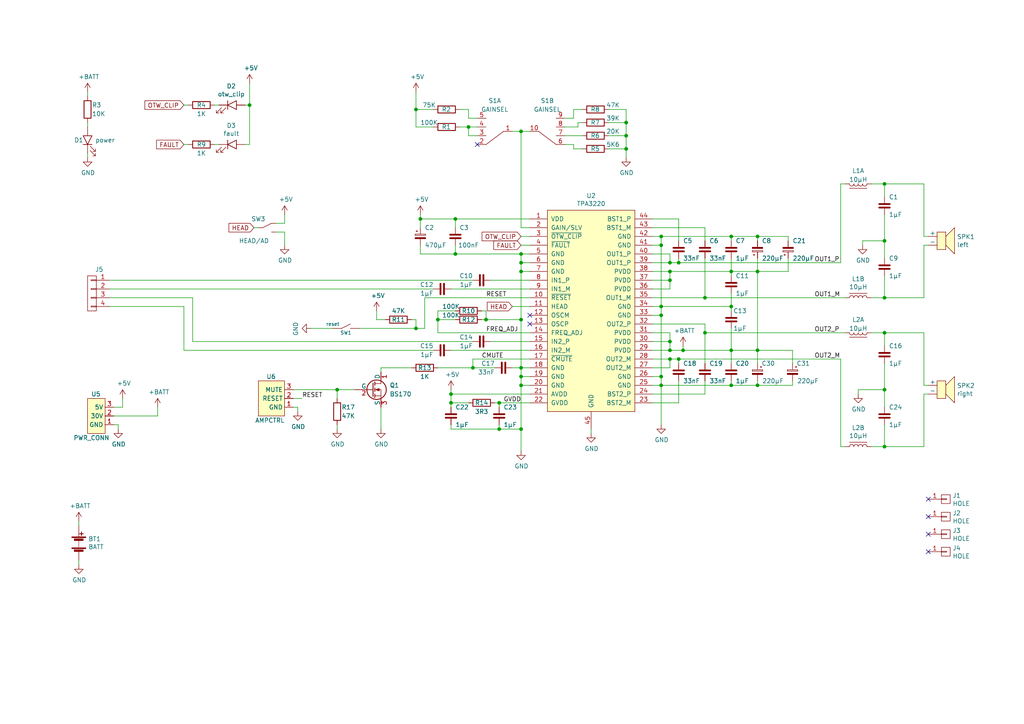
<source format=kicad_sch>
(kicad_sch (version 20211123) (generator eeschema)

  (uuid e63e39d7-6ac0-4ffd-8aa3-1841a4541b55)

  (paper "A4")

  (lib_symbols
    (symbol "myAmp:AMPCTRL" (in_bom yes) (on_board yes)
      (property "Reference" "U" (id 0) (at 0 -6.35 0)
        (effects (font (size 1.27 1.27)))
      )
      (property "Value" "AMPCTRL" (id 1) (at 0 6.35 0)
        (effects (font (size 1.27 1.27)))
      )
      (property "Footprint" "" (id 2) (at 6.35 0 0)
        (effects (font (size 1.27 1.27)) hide)
      )
      (property "Datasheet" "" (id 3) (at 6.35 0 0)
        (effects (font (size 1.27 1.27)) hide)
      )
      (symbol "AMPCTRL_0_1"
        (rectangle (start 3.81 5.08) (end -3.81 -5.08)
          (stroke (width 0) (type default) (color 0 0 0 0))
          (fill (type background))
        )
      )
      (symbol "AMPCTRL_1_1"
        (pin input line (at 6.35 2.54 180) (length 2.54)
          (name "GND" (effects (font (size 1.27 1.27))))
          (number "1" (effects (font (size 1.27 1.27))))
        )
        (pin input line (at 6.35 0 180) (length 2.54)
          (name "RESET" (effects (font (size 1.27 1.27))))
          (number "2" (effects (font (size 1.27 1.27))))
        )
        (pin input line (at 6.35 -2.54 180) (length 2.54)
          (name "MUTE" (effects (font (size 1.27 1.27))))
          (number "3" (effects (font (size 1.27 1.27))))
        )
      )
    )
    (symbol "myAmp:Battery" (pin_numbers hide) (pin_names (offset 0) hide) (in_bom yes) (on_board yes)
      (property "Reference" "BT" (id 0) (at 2.54 2.54 0)
        (effects (font (size 1.27 1.27)) (justify left))
      )
      (property "Value" "Battery" (id 1) (at 2.54 0 0)
        (effects (font (size 1.27 1.27)) (justify left))
      )
      (property "Footprint" "" (id 2) (at 0 1.524 90)
        (effects (font (size 1.27 1.27)) hide)
      )
      (property "Datasheet" "" (id 3) (at 0 1.524 90)
        (effects (font (size 1.27 1.27)) hide)
      )
      (symbol "Battery_0_1"
        (rectangle (start -2.032 -1.397) (end 2.032 -1.651)
          (stroke (width 0) (type default) (color 0 0 0 0))
          (fill (type outline))
        )
        (rectangle (start -2.032 1.778) (end 2.032 1.524)
          (stroke (width 0) (type default) (color 0 0 0 0))
          (fill (type outline))
        )
        (rectangle (start -1.3208 -1.9812) (end 1.27 -2.4892)
          (stroke (width 0) (type default) (color 0 0 0 0))
          (fill (type outline))
        )
        (rectangle (start -1.3208 1.1938) (end 1.27 0.6858)
          (stroke (width 0) (type default) (color 0 0 0 0))
          (fill (type outline))
        )
        (polyline
          (pts
            (xy 0 -1.524)
            (xy 0 -1.27)
          )
          (stroke (width 0) (type default) (color 0 0 0 0))
          (fill (type none))
        )
        (polyline
          (pts
            (xy 0 -1.016)
            (xy 0 -0.762)
          )
          (stroke (width 0) (type default) (color 0 0 0 0))
          (fill (type none))
        )
        (polyline
          (pts
            (xy 0 -0.508)
            (xy 0 -0.254)
          )
          (stroke (width 0) (type default) (color 0 0 0 0))
          (fill (type none))
        )
        (polyline
          (pts
            (xy 0 0)
            (xy 0 0.254)
          )
          (stroke (width 0) (type default) (color 0 0 0 0))
          (fill (type none))
        )
        (polyline
          (pts
            (xy 0 0.508)
            (xy 0 0.762)
          )
          (stroke (width 0) (type default) (color 0 0 0 0))
          (fill (type none))
        )
        (polyline
          (pts
            (xy 0 1.778)
            (xy 0 2.54)
          )
          (stroke (width 0) (type default) (color 0 0 0 0))
          (fill (type none))
        )
        (polyline
          (pts
            (xy 0.254 2.667)
            (xy 1.27 2.667)
          )
          (stroke (width 0.254) (type default) (color 0 0 0 0))
          (fill (type none))
        )
        (polyline
          (pts
            (xy 0.762 3.175)
            (xy 0.762 2.159)
          )
          (stroke (width 0.254) (type default) (color 0 0 0 0))
          (fill (type none))
        )
      )
      (symbol "Battery_1_1"
        (pin power_in line (at 0 5.08 270) (length 2.54)
          (name "+" (effects (font (size 1.27 1.27))))
          (number "1" (effects (font (size 1.27 1.27))))
        )
        (pin power_in line (at 0 -5.08 90) (length 2.54)
          (name "-" (effects (font (size 1.27 1.27))))
          (number "2" (effects (font (size 1.27 1.27))))
        )
      )
    )
    (symbol "myAmp:C" (pin_numbers hide) (pin_names (offset 0.254)) (in_bom yes) (on_board yes)
      (property "Reference" "C" (id 0) (at 0.635 2.54 0)
        (effects (font (size 1.27 1.27)) (justify left))
      )
      (property "Value" "C" (id 1) (at 0.635 -2.54 0)
        (effects (font (size 1.27 1.27)) (justify left))
      )
      (property "Footprint" "" (id 2) (at 0.9652 -3.81 0)
        (effects (font (size 1.27 1.27)) hide)
      )
      (property "Datasheet" "" (id 3) (at 0 0 0)
        (effects (font (size 1.27 1.27)) hide)
      )
      (symbol "C_0_1"
        (polyline
          (pts
            (xy -1.524 -0.508)
            (xy 1.524 -0.508)
          )
          (stroke (width 0.508) (type default) (color 0 0 0 0))
          (fill (type none))
        )
        (polyline
          (pts
            (xy -1.524 0.508)
            (xy 1.524 0.508)
          )
          (stroke (width 0.508) (type default) (color 0 0 0 0))
          (fill (type none))
        )
      )
      (symbol "C_1_1"
        (pin passive line (at 0 2.54 270) (length 1.778)
          (name "~" (effects (font (size 1.27 1.27))))
          (number "1" (effects (font (size 1.27 1.27))))
        )
        (pin passive line (at 0 -2.54 90) (length 1.778)
          (name "~" (effects (font (size 1.27 1.27))))
          (number "2" (effects (font (size 1.27 1.27))))
        )
      )
    )
    (symbol "myAmp:COILCRAFT-UA801x-AL" (pin_numbers hide) (pin_names (offset 1.016)) (in_bom yes) (on_board yes)
      (property "Reference" "L" (id 0) (at 0 -1.27 0)
        (effects (font (size 1.27 1.27)))
      )
      (property "Value" "COILCRAFT-UA801x-AL" (id 1) (at 0 3.81 0)
        (effects (font (size 1.27 1.27)))
      )
      (property "Footprint" "" (id 2) (at 0 0 0)
        (effects (font (size 1.27 1.27)) hide)
      )
      (property "Datasheet" "" (id 3) (at 0 0 0)
        (effects (font (size 1.27 1.27)) hide)
      )
      (symbol "COILCRAFT-UA801x-AL_0_1"
        (polyline
          (pts
            (xy -2.54 1.27)
            (xy 2.54 1.27)
          )
          (stroke (width 0) (type default) (color 0 0 0 0))
          (fill (type none))
        )
      )
      (symbol "COILCRAFT-UA801x-AL_1_1"
        (arc (start -1.27 0) (mid -1.905 0.635) (end -2.54 0)
          (stroke (width 0) (type default) (color 0 0 0 0))
          (fill (type none))
        )
        (arc (start 0 0) (mid -0.635 0.635) (end -1.27 0)
          (stroke (width 0) (type default) (color 0 0 0 0))
          (fill (type none))
        )
        (arc (start 1.27 0) (mid 0.635 0.635) (end 0 0)
          (stroke (width 0) (type default) (color 0 0 0 0))
          (fill (type none))
        )
        (arc (start 2.54 0) (mid 1.905 0.635) (end 1.27 0)
          (stroke (width 0) (type default) (color 0 0 0 0))
          (fill (type none))
        )
        (pin passive line (at -3.81 0 0) (length 1.27)
          (name "~" (effects (font (size 1.27 1.27))))
          (number "1" (effects (font (size 1.27 1.27))))
        )
        (pin passive line (at 3.81 0 180) (length 1.27)
          (name "~" (effects (font (size 1.27 1.27))))
          (number "2" (effects (font (size 1.27 1.27))))
        )
      )
      (symbol "COILCRAFT-UA801x-AL_2_1"
        (arc (start -1.27 0) (mid -1.905 0.635) (end -2.54 0)
          (stroke (width 0) (type default) (color 0 0 0 0))
          (fill (type none))
        )
        (arc (start 0 0) (mid -0.635 0.635) (end -1.27 0)
          (stroke (width 0) (type default) (color 0 0 0 0))
          (fill (type none))
        )
        (arc (start 1.27 0) (mid 0.635 0.635) (end 0 0)
          (stroke (width 0) (type default) (color 0 0 0 0))
          (fill (type none))
        )
        (arc (start 2.54 0) (mid 1.905 0.635) (end 1.27 0)
          (stroke (width 0) (type default) (color 0 0 0 0))
          (fill (type none))
        )
        (pin passive line (at -3.81 0 0) (length 1.27)
          (name "~" (effects (font (size 1.27 1.27))))
          (number "3" (effects (font (size 1.27 1.27))))
        )
        (pin passive line (at 3.81 0 180) (length 1.27)
          (name "~" (effects (font (size 1.27 1.27))))
          (number "4" (effects (font (size 1.27 1.27))))
        )
      )
    )
    (symbol "myAmp:CONN_01X04" (pin_names (offset 1.016) hide) (in_bom yes) (on_board yes)
      (property "Reference" "J" (id 0) (at 0 6.35 0)
        (effects (font (size 1.27 1.27)))
      )
      (property "Value" "CONN_01X04" (id 1) (at 2.54 0 90)
        (effects (font (size 1.27 1.27)) hide)
      )
      (property "Footprint" "" (id 2) (at 0 0 0)
        (effects (font (size 1.27 1.27)) hide)
      )
      (property "Datasheet" "" (id 3) (at 0 0 0)
        (effects (font (size 1.27 1.27)) hide)
      )
      (symbol "CONN_01X04_0_1"
        (rectangle (start -1.27 -1.143) (end 0.254 -1.397)
          (stroke (width 0) (type default) (color 0 0 0 0))
          (fill (type none))
        )
        (rectangle (start -1.27 1.397) (end 0.254 1.143)
          (stroke (width 0) (type default) (color 0 0 0 0))
          (fill (type none))
        )
        (rectangle (start -1.27 5.08) (end 1.27 -5.08)
          (stroke (width 0) (type default) (color 0 0 0 0))
          (fill (type none))
        )
      )
      (symbol "CONN_01X04_1_1"
        (rectangle (start -1.27 -3.683) (end 0.254 -3.937)
          (stroke (width 0) (type default) (color 0 0 0 0))
          (fill (type none))
        )
        (rectangle (start -1.27 3.937) (end 0.254 3.683)
          (stroke (width 0) (type default) (color 0 0 0 0))
          (fill (type none))
        )
        (pin passive line (at -5.08 3.81 0) (length 3.81)
          (name "P1" (effects (font (size 1.27 1.27))))
          (number "1" (effects (font (size 1.27 1.27))))
        )
        (pin passive line (at -5.08 1.27 0) (length 3.81)
          (name "P2" (effects (font (size 1.27 1.27))))
          (number "2" (effects (font (size 1.27 1.27))))
        )
        (pin passive line (at -5.08 -1.27 0) (length 3.81)
          (name "~" (effects (font (size 1.27 1.27))))
          (number "3" (effects (font (size 1.27 1.27))))
        )
        (pin passive line (at -5.08 -3.81 0) (length 3.81)
          (name "~" (effects (font (size 1.27 1.27))))
          (number "4" (effects (font (size 1.27 1.27))))
        )
      )
    )
    (symbol "myAmp:CPOL" (pin_numbers hide) (pin_names (offset 0.254) hide) (in_bom yes) (on_board yes)
      (property "Reference" "C" (id 0) (at 0.254 1.778 0)
        (effects (font (size 1.27 1.27)) (justify left))
      )
      (property "Value" "CPOL" (id 1) (at 0.254 -2.032 0)
        (effects (font (size 1.27 1.27)) (justify left))
      )
      (property "Footprint" "" (id 2) (at 0 0 0)
        (effects (font (size 1.27 1.27)) hide)
      )
      (property "Datasheet" "" (id 3) (at 0 0 0)
        (effects (font (size 1.27 1.27)) hide)
      )
      (symbol "CPOL_0_1"
        (rectangle (start -1.524 -0.3048) (end 1.524 -0.6858)
          (stroke (width 0) (type default) (color 0 0 0 0))
          (fill (type outline))
        )
        (rectangle (start -1.524 0.6858) (end 1.524 0.3048)
          (stroke (width 0) (type default) (color 0 0 0 0))
          (fill (type none))
        )
        (polyline
          (pts
            (xy -1.27 1.524)
            (xy -0.762 1.524)
          )
          (stroke (width 0) (type default) (color 0 0 0 0))
          (fill (type none))
        )
        (polyline
          (pts
            (xy -1.016 1.27)
            (xy -1.016 1.778)
          )
          (stroke (width 0) (type default) (color 0 0 0 0))
          (fill (type none))
        )
      )
      (symbol "CPOL_1_1"
        (pin passive line (at 0 2.54 270) (length 1.8542)
          (name "~" (effects (font (size 1.27 1.27))))
          (number "1" (effects (font (size 1.27 1.27))))
        )
        (pin passive line (at 0 -2.54 90) (length 1.8542)
          (name "~" (effects (font (size 1.27 1.27))))
          (number "2" (effects (font (size 1.27 1.27))))
        )
      )
    )
    (symbol "myAmp:HOLE" (pin_names (offset 1.016) hide) (in_bom yes) (on_board yes)
      (property "Reference" "J" (id 0) (at 0 2.54 0)
        (effects (font (size 1.27 1.27)))
      )
      (property "Value" "HOLE" (id 1) (at 2.54 0 90)
        (effects (font (size 1.27 1.27)))
      )
      (property "Footprint" "" (id 2) (at 0 0 0)
        (effects (font (size 1.27 1.27)) hide)
      )
      (property "Datasheet" "" (id 3) (at 0 0 0)
        (effects (font (size 1.27 1.27)) hide)
      )
      (symbol "HOLE_0_1"
        (rectangle (start -1.27 0.127) (end 0.254 -0.127)
          (stroke (width 0) (type default) (color 0 0 0 0))
          (fill (type none))
        )
        (rectangle (start -1.27 1.27) (end 1.27 -1.27)
          (stroke (width 0) (type default) (color 0 0 0 0))
          (fill (type none))
        )
      )
      (symbol "HOLE_1_1"
        (pin passive line (at -5.08 0 0) (length 3.81)
          (name "P1" (effects (font (size 1.27 1.27))))
          (number "1" (effects (font (size 1.27 1.27))))
        )
      )
    )
    (symbol "myAmp:LED" (pin_numbers hide) (pin_names (offset 1.016) hide) (in_bom yes) (on_board yes)
      (property "Reference" "D" (id 0) (at 0 2.54 0)
        (effects (font (size 1.27 1.27)))
      )
      (property "Value" "LED" (id 1) (at 0 -2.54 0)
        (effects (font (size 1.27 1.27)))
      )
      (property "Footprint" "" (id 2) (at 0 0 0)
        (effects (font (size 1.27 1.27)) hide)
      )
      (property "Datasheet" "" (id 3) (at 0 0 0)
        (effects (font (size 1.27 1.27)) hide)
      )
      (property "ki_fp_filters" "LED* LED_SMD:* LED_THT:*" (id 4) (at 0 0 0)
        (effects (font (size 1.27 1.27)) hide)
      )
      (symbol "LED_0_1"
        (polyline
          (pts
            (xy -1.27 -1.27)
            (xy -1.27 1.27)
          )
          (stroke (width 0.2032) (type default) (color 0 0 0 0))
          (fill (type none))
        )
        (polyline
          (pts
            (xy 1.27 -1.27)
            (xy 1.27 1.27)
            (xy -1.27 0)
            (xy 1.27 -1.27)
          )
          (stroke (width 0.2032) (type default) (color 0 0 0 0))
          (fill (type none))
        )
        (polyline
          (pts
            (xy -3.048 -0.762)
            (xy -4.572 -2.286)
            (xy -3.81 -2.286)
            (xy -4.572 -2.286)
            (xy -4.572 -1.524)
          )
          (stroke (width 0) (type default) (color 0 0 0 0))
          (fill (type none))
        )
        (polyline
          (pts
            (xy -1.778 -0.762)
            (xy -3.302 -2.286)
            (xy -2.54 -2.286)
            (xy -3.302 -2.286)
            (xy -3.302 -1.524)
          )
          (stroke (width 0) (type default) (color 0 0 0 0))
          (fill (type none))
        )
      )
      (symbol "LED_1_1"
        (pin passive line (at -3.81 0 0) (length 2.54)
          (name "K" (effects (font (size 1.27 1.27))))
          (number "1" (effects (font (size 1.27 1.27))))
        )
        (pin passive line (at 3.81 0 180) (length 2.54)
          (name "A" (effects (font (size 1.27 1.27))))
          (number "2" (effects (font (size 1.27 1.27))))
        )
      )
    )
    (symbol "myAmp:NMOS" (pin_names (offset 0)) (in_bom yes) (on_board yes)
      (property "Reference" "Q" (id 0) (at 7.62 1.27 0)
        (effects (font (size 1.27 1.27)) (justify right))
      )
      (property "Value" "NMOS" (id 1) (at 10.16 -1.27 0)
        (effects (font (size 1.27 1.27)) (justify right))
      )
      (property "Footprint" "" (id 2) (at 5.08 2.54 0)
        (effects (font (size 1.27 1.27)))
      )
      (property "Datasheet" "" (id 3) (at 0 0 0)
        (effects (font (size 1.27 1.27)))
      )
      (symbol "NMOS_0_1"
        (polyline
          (pts
            (xy 0.762 -1.778)
            (xy 2.54 -1.778)
          )
          (stroke (width 0) (type default) (color 0 0 0 0))
          (fill (type none))
        )
        (polyline
          (pts
            (xy 0.762 -1.27)
            (xy 0.762 -2.286)
          )
          (stroke (width 0.254) (type default) (color 0 0 0 0))
          (fill (type none))
        )
        (polyline
          (pts
            (xy 0.762 0)
            (xy 2.54 0)
          )
          (stroke (width 0) (type default) (color 0 0 0 0))
          (fill (type none))
        )
        (polyline
          (pts
            (xy 0.762 0.508)
            (xy 0.762 -0.508)
          )
          (stroke (width 0.254) (type default) (color 0 0 0 0))
          (fill (type none))
        )
        (polyline
          (pts
            (xy 0.762 1.778)
            (xy 2.54 1.778)
          )
          (stroke (width 0) (type default) (color 0 0 0 0))
          (fill (type none))
        )
        (polyline
          (pts
            (xy 0.762 2.286)
            (xy 0.762 1.27)
          )
          (stroke (width 0.254) (type default) (color 0 0 0 0))
          (fill (type none))
        )
        (polyline
          (pts
            (xy 2.54 -1.778)
            (xy 2.54 -2.54)
          )
          (stroke (width 0) (type default) (color 0 0 0 0))
          (fill (type none))
        )
        (polyline
          (pts
            (xy 2.54 -1.778)
            (xy 2.54 0)
          )
          (stroke (width 0) (type default) (color 0 0 0 0))
          (fill (type none))
        )
        (polyline
          (pts
            (xy 2.54 2.54)
            (xy 2.54 1.778)
          )
          (stroke (width 0) (type default) (color 0 0 0 0))
          (fill (type none))
        )
        (polyline
          (pts
            (xy 0.254 1.905)
            (xy 0.254 -1.905)
            (xy 0.254 -1.905)
          )
          (stroke (width 0.254) (type default) (color 0 0 0 0))
          (fill (type none))
        )
        (polyline
          (pts
            (xy 1.016 0)
            (xy 2.032 0.381)
            (xy 2.032 -0.381)
            (xy 1.016 0)
          )
          (stroke (width 0) (type default) (color 0 0 0 0))
          (fill (type outline))
        )
        (circle (center 1.27 0) (radius 2.8194)
          (stroke (width 0.254) (type default) (color 0 0 0 0))
          (fill (type none))
        )
      )
      (symbol "NMOS_1_1"
        (pin passive line (at 2.54 5.08 270) (length 2.54)
          (name "D" (effects (font (size 1.27 1.27))))
          (number "1" (effects (font (size 1.27 1.27))))
        )
        (pin input line (at -5.08 0 0) (length 5.334)
          (name "G" (effects (font (size 1.27 1.27))))
          (number "2" (effects (font (size 1.27 1.27))))
        )
        (pin passive line (at 2.54 -5.08 90) (length 2.54)
          (name "S" (effects (font (size 1.27 1.27))))
          (number "3" (effects (font (size 1.27 1.27))))
        )
      )
    )
    (symbol "myAmp:PWR_CONN" (in_bom yes) (on_board yes)
      (property "Reference" "U" (id 0) (at -1.27 6.35 0)
        (effects (font (size 1.27 1.27)))
      )
      (property "Value" "PWR_CONN" (id 1) (at -1.27 -6.35 0)
        (effects (font (size 1.27 1.27)))
      )
      (property "Footprint" "" (id 2) (at 2.54 -1.27 0)
        (effects (font (size 1.27 1.27)) hide)
      )
      (property "Datasheet" "" (id 3) (at 2.54 -1.27 0)
        (effects (font (size 1.27 1.27)) hide)
      )
      (symbol "PWR_CONN_0_1"
        (rectangle (start -3.81 5.08) (end 1.27 -5.08)
          (stroke (width 0) (type default) (color 0 0 0 0))
          (fill (type background))
        )
      )
      (symbol "PWR_CONN_1_1"
        (pin passive line (at 3.81 2.54 180) (length 2.54)
          (name "GND" (effects (font (size 1.27 1.27))))
          (number "1" (effects (font (size 1.27 1.27))))
        )
        (pin passive line (at 3.81 0 180) (length 2.54)
          (name "30V" (effects (font (size 1.27 1.27))))
          (number "2" (effects (font (size 1.27 1.27))))
        )
        (pin passive line (at 3.81 -2.54 180) (length 2.54)
          (name "5V" (effects (font (size 1.27 1.27))))
          (number "3" (effects (font (size 1.27 1.27))))
        )
      )
    )
    (symbol "myAmp:R" (pin_numbers hide) (pin_names (offset 0)) (in_bom yes) (on_board yes)
      (property "Reference" "R" (id 0) (at 2.032 0 90)
        (effects (font (size 1.27 1.27)))
      )
      (property "Value" "R" (id 1) (at 0 0 90)
        (effects (font (size 1.27 1.27)))
      )
      (property "Footprint" "" (id 2) (at -1.778 0 90)
        (effects (font (size 1.27 1.27)) hide)
      )
      (property "Datasheet" "" (id 3) (at 0 0 0)
        (effects (font (size 1.27 1.27)) hide)
      )
      (property "ki_fp_filters" "R_*" (id 4) (at 0 0 0)
        (effects (font (size 1.27 1.27)) hide)
      )
      (symbol "R_0_1"
        (rectangle (start -1.016 -2.54) (end 1.016 2.54)
          (stroke (width 0.254) (type default) (color 0 0 0 0))
          (fill (type none))
        )
      )
      (symbol "R_1_1"
        (pin passive line (at 0 3.81 270) (length 1.27)
          (name "~" (effects (font (size 1.27 1.27))))
          (number "1" (effects (font (size 1.27 1.27))))
        )
        (pin passive line (at 0 -3.81 90) (length 1.27)
          (name "~" (effects (font (size 1.27 1.27))))
          (number "2" (effects (font (size 1.27 1.27))))
        )
      )
    )
    (symbol "myAmp:SPK" (pin_numbers hide) (pin_names (offset 0)) (in_bom yes) (on_board yes)
      (property "Reference" "S" (id 0) (at 0 3.81 0)
        (effects (font (size 1.27 1.27)))
      )
      (property "Value" "SPK" (id 1) (at 0 -3.81 0)
        (effects (font (size 1.27 1.27)))
      )
      (property "Footprint" "" (id 2) (at 0 0 0)
        (effects (font (size 1.27 1.27)))
      )
      (property "Datasheet" "" (id 3) (at 0 0 0)
        (effects (font (size 1.27 1.27)))
      )
      (property "ki_fp_filters" "Pin_Header_Straight_1X02 Pin_Header_Angled_1X02 Socket_Strip_Straight_1X02 Socket_Strip_Angled_1X02" (id 4) (at 0 0 0)
        (effects (font (size 1.27 1.27)) hide)
      )
      (symbol "SPK_0_1"
        (rectangle (start -1.27 2.54) (end 1.27 -2.54)
          (stroke (width 0) (type default) (color 0 0 0 0))
          (fill (type background))
        )
        (polyline
          (pts
            (xy 1.27 1.27)
            (xy 3.81 3.81)
            (xy 3.81 -3.81)
            (xy 1.27 -1.27)
          )
          (stroke (width 0) (type default) (color 0 0 0 0))
          (fill (type background))
        )
      )
      (symbol "SPK_1_1"
        (pin passive line (at -3.81 1.27 0) (length 2.54)
          (name "+" (effects (font (size 1.27 1.27))))
          (number "1" (effects (font (size 1.27 1.27))))
        )
        (pin passive line (at -3.81 -1.27 0) (length 2.54)
          (name "-" (effects (font (size 1.27 1.27))))
          (number "2" (effects (font (size 1.27 1.27))))
        )
      )
    )
    (symbol "myAmp:SW_2P4T" (pin_names (offset 1.016) hide) (in_bom yes) (on_board yes)
      (property "Reference" "S" (id 0) (at -3.81 -3.81 0)
        (effects (font (size 1.27 1.27)))
      )
      (property "Value" "SW_2P4T" (id 1) (at -3.81 3.81 0)
        (effects (font (size 1.27 1.27)))
      )
      (property "Footprint" "" (id 2) (at 2.54 0 0)
        (effects (font (size 1.27 1.27)) hide)
      )
      (property "Datasheet" "" (id 3) (at 2.54 0 0)
        (effects (font (size 1.27 1.27)) hide)
      )
      (symbol "SW_2P4T_0_1"
        (polyline
          (pts
            (xy -2.54 0)
            (xy 2.54 3.81)
          )
          (stroke (width 0) (type default) (color 0 0 0 0))
          (fill (type none))
        )
      )
      (symbol "SW_2P4T_1_1"
        (pin passive line (at -5.08 0 0) (length 2.54)
          (name "~" (effects (font (size 1.27 1.27))))
          (number "1" (effects (font (size 1.27 1.27))))
        )
        (pin passive line (at 5.08 3.81 180) (length 2.54)
          (name "~" (effects (font (size 1.27 1.27))))
          (number "2" (effects (font (size 1.27 1.27))))
        )
        (pin passive line (at 5.08 1.27 180) (length 2.54)
          (name "~" (effects (font (size 1.27 1.27))))
          (number "3" (effects (font (size 1.27 1.27))))
        )
        (pin passive line (at 5.08 -1.27 180) (length 2.54)
          (name "~" (effects (font (size 1.27 1.27))))
          (number "4" (effects (font (size 1.27 1.27))))
        )
        (pin passive line (at 5.08 -3.81 180) (length 2.54)
          (name "~" (effects (font (size 1.27 1.27))))
          (number "5" (effects (font (size 1.27 1.27))))
        )
      )
      (symbol "SW_2P4T_2_1"
        (pin passive line (at -5.08 0 0) (length 2.54)
          (name "~" (effects (font (size 1.27 1.27))))
          (number "10" (effects (font (size 1.27 1.27))))
        )
        (pin passive line (at 5.08 3.81 180) (length 2.54)
          (name "~" (effects (font (size 1.27 1.27))))
          (number "6" (effects (font (size 1.27 1.27))))
        )
        (pin passive line (at 5.08 1.27 180) (length 2.54)
          (name "~" (effects (font (size 1.27 1.27))))
          (number "7" (effects (font (size 1.27 1.27))))
        )
        (pin passive line (at 5.08 -1.27 180) (length 2.54)
          (name "~" (effects (font (size 1.27 1.27))))
          (number "8" (effects (font (size 1.27 1.27))))
        )
        (pin passive line (at 5.08 -3.81 180) (length 2.54)
          (name "~" (effects (font (size 1.27 1.27))))
          (number "9" (effects (font (size 1.27 1.27))))
        )
      )
    )
    (symbol "myAmp:SW_SIMPLE" (pin_numbers hide) (pin_names (offset 1.016) hide) (in_bom yes) (on_board yes)
      (property "Reference" "SW" (id 0) (at 0 -1.27 0)
        (effects (font (size 1.27 1.27)))
      )
      (property "Value" "SW_SIMPLE" (id 1) (at 0 2.54 0)
        (effects (font (size 1.27 1.27)))
      )
      (property "Footprint" "" (id 2) (at 0 0 0)
        (effects (font (size 1.524 1.524)))
      )
      (property "Datasheet" "" (id 3) (at 0 0 0)
        (effects (font (size 1.524 1.524)))
      )
      (symbol "SW_SIMPLE_0_1"
        (polyline
          (pts
            (xy -1.27 0)
            (xy 1.27 1.27)
          )
          (stroke (width 0) (type default) (color 0 0 0 0))
          (fill (type none))
        )
      )
      (symbol "SW_SIMPLE_1_1"
        (pin passive line (at -3.81 0 0) (length 2.54)
          (name "~" (effects (font (size 1.27 1.27))))
          (number "1" (effects (font (size 1.27 1.27))))
        )
        (pin passive line (at 3.81 0 180) (length 2.54)
          (name "~" (effects (font (size 1.27 1.27))))
          (number "2" (effects (font (size 1.27 1.27))))
        )
      )
    )
    (symbol "myAmp:SW_SPDT" (pin_numbers hide) (pin_names (offset 1.016)) (in_bom yes) (on_board yes)
      (property "Reference" "SW" (id 0) (at 0 -3.81 0)
        (effects (font (size 1.27 1.27)))
      )
      (property "Value" "SW_SPDT" (id 1) (at 0 3.81 0)
        (effects (font (size 1.27 1.27)))
      )
      (property "Footprint" "" (id 2) (at 0 0 0)
        (effects (font (size 1.27 1.27)) hide)
      )
      (property "Datasheet" "" (id 3) (at 0 0 0)
        (effects (font (size 1.27 1.27)) hide)
      )
      (symbol "SW_SPDT_0_1"
        (polyline
          (pts
            (xy -1.27 0)
            (xy 1.27 1.27)
          )
          (stroke (width 0) (type default) (color 0 0 0 0))
          (fill (type none))
        )
      )
      (symbol "SW_SPDT_1_1"
        (pin passive line (at 2.54 1.27 180) (length 1.27)
          (name "~" (effects (font (size 1.27 1.27))))
          (number "1" (effects (font (size 1.27 1.27))))
        )
        (pin passive line (at -2.54 0 0) (length 1.27)
          (name "~" (effects (font (size 1.27 1.27))))
          (number "2" (effects (font (size 1.27 1.27))))
        )
        (pin passive line (at 2.54 -1.27 180) (length 1.27)
          (name "~" (effects (font (size 1.27 1.27))))
          (number "3" (effects (font (size 1.27 1.27))))
        )
      )
    )
    (symbol "myAmp:TPA3220" (pin_names (offset 1.016)) (in_bom yes) (on_board yes)
      (property "Reference" "U" (id 0) (at 6.35 -30.48 0)
        (effects (font (size 1.27 1.27)))
      )
      (property "Value" "TPA3220" (id 1) (at 0 30.48 0)
        (effects (font (size 1.27 1.27)))
      )
      (property "Footprint" "" (id 2) (at 24.13 8.89 0)
        (effects (font (size 1.27 1.27)) hide)
      )
      (property "Datasheet" "" (id 3) (at 24.13 8.89 0)
        (effects (font (size 1.27 1.27)) hide)
      )
      (symbol "TPA3220_0_1"
        (rectangle (start -12.7 29.21) (end 12.7 -29.21)
          (stroke (width 0) (type default) (color 0 0 0 0))
          (fill (type background))
        )
      )
      (symbol "TPA3220_1_1"
        (pin bidirectional line (at -17.78 26.67 0) (length 5.08)
          (name "VDD" (effects (font (size 1.27 1.27))))
          (number "1" (effects (font (size 1.27 1.27))))
        )
        (pin input line (at -17.78 3.81 0) (length 5.08)
          (name "~{RESET}" (effects (font (size 1.27 1.27))))
          (number "10" (effects (font (size 1.27 1.27))))
        )
        (pin input line (at -17.78 1.27 0) (length 5.08)
          (name "HEAD" (effects (font (size 1.27 1.27))))
          (number "11" (effects (font (size 1.27 1.27))))
        )
        (pin input line (at -17.78 -1.27 0) (length 5.08)
          (name "OSCM" (effects (font (size 1.27 1.27))))
          (number "12" (effects (font (size 1.27 1.27))))
        )
        (pin input line (at -17.78 -3.81 0) (length 5.08)
          (name "OSCP" (effects (font (size 1.27 1.27))))
          (number "13" (effects (font (size 1.27 1.27))))
        )
        (pin input line (at -17.78 -6.35 0) (length 5.08)
          (name "FREQ_ADJ" (effects (font (size 1.27 1.27))))
          (number "14" (effects (font (size 1.27 1.27))))
        )
        (pin input line (at -17.78 -8.89 0) (length 5.08)
          (name "IN2_P" (effects (font (size 1.27 1.27))))
          (number "15" (effects (font (size 1.27 1.27))))
        )
        (pin input line (at -17.78 -11.43 0) (length 5.08)
          (name "IN2_M" (effects (font (size 1.27 1.27))))
          (number "16" (effects (font (size 1.27 1.27))))
        )
        (pin input line (at -17.78 -13.97 0) (length 5.08)
          (name "~{CMUTE}" (effects (font (size 1.27 1.27))))
          (number "17" (effects (font (size 1.27 1.27))))
        )
        (pin power_in line (at -17.78 -16.51 0) (length 5.08)
          (name "GND" (effects (font (size 1.27 1.27))))
          (number "18" (effects (font (size 1.27 1.27))))
        )
        (pin power_in line (at -17.78 -19.05 0) (length 5.08)
          (name "GND" (effects (font (size 1.27 1.27))))
          (number "19" (effects (font (size 1.27 1.27))))
        )
        (pin input line (at -17.78 24.13 0) (length 5.08)
          (name "GAIN/SLV" (effects (font (size 1.27 1.27))))
          (number "2" (effects (font (size 1.27 1.27))))
        )
        (pin power_in line (at -17.78 -21.59 0) (length 5.08)
          (name "GND" (effects (font (size 1.27 1.27))))
          (number "20" (effects (font (size 1.27 1.27))))
        )
        (pin input line (at -17.78 -24.13 0) (length 5.08)
          (name "AVDD" (effects (font (size 1.27 1.27))))
          (number "21" (effects (font (size 1.27 1.27))))
        )
        (pin input line (at -17.78 -26.67 0) (length 5.08)
          (name "GVDD" (effects (font (size 1.27 1.27))))
          (number "22" (effects (font (size 1.27 1.27))))
        )
        (pin input line (at 17.78 -26.67 180) (length 5.08)
          (name "BST2_M" (effects (font (size 1.27 1.27))))
          (number "23" (effects (font (size 1.27 1.27))))
        )
        (pin input line (at 17.78 -24.13 180) (length 5.08)
          (name "BST2_P" (effects (font (size 1.27 1.27))))
          (number "24" (effects (font (size 1.27 1.27))))
        )
        (pin input line (at 17.78 -21.59 180) (length 5.08)
          (name "GND" (effects (font (size 1.27 1.27))))
          (number "25" (effects (font (size 1.27 1.27))))
        )
        (pin input line (at 17.78 -19.05 180) (length 5.08)
          (name "GND" (effects (font (size 1.27 1.27))))
          (number "26" (effects (font (size 1.27 1.27))))
        )
        (pin output line (at 17.78 -16.51 180) (length 5.08)
          (name "OUT2_M" (effects (font (size 1.27 1.27))))
          (number "27" (effects (font (size 1.27 1.27))))
        )
        (pin output line (at 17.78 -13.97 180) (length 5.08)
          (name "OUT2_M" (effects (font (size 1.27 1.27))))
          (number "28" (effects (font (size 1.27 1.27))))
        )
        (pin power_in line (at 17.78 -11.43 180) (length 5.08)
          (name "PVDD" (effects (font (size 1.27 1.27))))
          (number "29" (effects (font (size 1.27 1.27))))
        )
        (pin output line (at -17.78 21.59 0) (length 5.08)
          (name "~{OTW_CLIP}" (effects (font (size 1.27 1.27))))
          (number "3" (effects (font (size 1.27 1.27))))
        )
        (pin power_in line (at 17.78 -8.89 180) (length 5.08)
          (name "PVDD" (effects (font (size 1.27 1.27))))
          (number "30" (effects (font (size 1.27 1.27))))
        )
        (pin power_in line (at 17.78 -6.35 180) (length 5.08)
          (name "PVDD" (effects (font (size 1.27 1.27))))
          (number "31" (effects (font (size 1.27 1.27))))
        )
        (pin output line (at 17.78 -3.81 180) (length 5.08)
          (name "OUT2_P" (effects (font (size 1.27 1.27))))
          (number "32" (effects (font (size 1.27 1.27))))
        )
        (pin input line (at 17.78 -1.27 180) (length 5.08)
          (name "GND" (effects (font (size 1.27 1.27))))
          (number "33" (effects (font (size 1.27 1.27))))
        )
        (pin input line (at 17.78 1.27 180) (length 5.08)
          (name "GND" (effects (font (size 1.27 1.27))))
          (number "34" (effects (font (size 1.27 1.27))))
        )
        (pin output line (at 17.78 3.81 180) (length 5.08)
          (name "OUT1_M" (effects (font (size 1.27 1.27))))
          (number "35" (effects (font (size 1.27 1.27))))
        )
        (pin power_in line (at 17.78 6.35 180) (length 5.08)
          (name "PVDD" (effects (font (size 1.27 1.27))))
          (number "36" (effects (font (size 1.27 1.27))))
        )
        (pin power_in line (at 17.78 8.89 180) (length 5.08)
          (name "PVDD" (effects (font (size 1.27 1.27))))
          (number "37" (effects (font (size 1.27 1.27))))
        )
        (pin power_in line (at 17.78 11.43 180) (length 5.08)
          (name "PVDD" (effects (font (size 1.27 1.27))))
          (number "38" (effects (font (size 1.27 1.27))))
        )
        (pin output line (at 17.78 13.97 180) (length 5.08)
          (name "OUT1_P" (effects (font (size 1.27 1.27))))
          (number "39" (effects (font (size 1.27 1.27))))
        )
        (pin output line (at -17.78 19.05 0) (length 5.08)
          (name "~{FAULT}" (effects (font (size 1.27 1.27))))
          (number "4" (effects (font (size 1.27 1.27))))
        )
        (pin output line (at 17.78 16.51 180) (length 5.08)
          (name "OUT1_P" (effects (font (size 1.27 1.27))))
          (number "40" (effects (font (size 1.27 1.27))))
        )
        (pin input line (at 17.78 19.05 180) (length 5.08)
          (name "GND" (effects (font (size 1.27 1.27))))
          (number "41" (effects (font (size 1.27 1.27))))
        )
        (pin input line (at 17.78 21.59 180) (length 5.08)
          (name "GND" (effects (font (size 1.27 1.27))))
          (number "42" (effects (font (size 1.27 1.27))))
        )
        (pin input line (at 17.78 24.13 180) (length 5.08)
          (name "BST1_M" (effects (font (size 1.27 1.27))))
          (number "43" (effects (font (size 1.27 1.27))))
        )
        (pin input line (at 17.78 26.67 180) (length 5.08)
          (name "BST1_P" (effects (font (size 1.27 1.27))))
          (number "44" (effects (font (size 1.27 1.27))))
        )
        (pin input line (at 0 -34.29 90) (length 5.08)
          (name "GND" (effects (font (size 1.27 1.27))))
          (number "45" (effects (font (size 1.27 1.27))))
        )
        (pin power_in line (at -17.78 16.51 0) (length 5.08)
          (name "GND" (effects (font (size 1.27 1.27))))
          (number "5" (effects (font (size 1.27 1.27))))
        )
        (pin power_in line (at -17.78 13.97 0) (length 5.08)
          (name "GND" (effects (font (size 1.27 1.27))))
          (number "6" (effects (font (size 1.27 1.27))))
        )
        (pin power_in line (at -17.78 11.43 0) (length 5.08)
          (name "GND" (effects (font (size 1.27 1.27))))
          (number "7" (effects (font (size 1.27 1.27))))
        )
        (pin input line (at -17.78 8.89 0) (length 5.08)
          (name "IN1_P" (effects (font (size 1.27 1.27))))
          (number "8" (effects (font (size 1.27 1.27))))
        )
        (pin input line (at -17.78 6.35 0) (length 5.08)
          (name "IN1_M" (effects (font (size 1.27 1.27))))
          (number "9" (effects (font (size 1.27 1.27))))
        )
      )
    )
    (symbol "power:+5V" (power) (pin_names (offset 0)) (in_bom yes) (on_board yes)
      (property "Reference" "#PWR" (id 0) (at 0 -3.81 0)
        (effects (font (size 1.27 1.27)) hide)
      )
      (property "Value" "+5V" (id 1) (at 0 3.556 0)
        (effects (font (size 1.27 1.27)))
      )
      (property "Footprint" "" (id 2) (at 0 0 0)
        (effects (font (size 1.27 1.27)) hide)
      )
      (property "Datasheet" "" (id 3) (at 0 0 0)
        (effects (font (size 1.27 1.27)) hide)
      )
      (property "ki_keywords" "power-flag" (id 4) (at 0 0 0)
        (effects (font (size 1.27 1.27)) hide)
      )
      (property "ki_description" "Power symbol creates a global label with name \"+5V\"" (id 5) (at 0 0 0)
        (effects (font (size 1.27 1.27)) hide)
      )
      (symbol "+5V_0_1"
        (polyline
          (pts
            (xy -0.762 1.27)
            (xy 0 2.54)
          )
          (stroke (width 0) (type default) (color 0 0 0 0))
          (fill (type none))
        )
        (polyline
          (pts
            (xy 0 0)
            (xy 0 2.54)
          )
          (stroke (width 0) (type default) (color 0 0 0 0))
          (fill (type none))
        )
        (polyline
          (pts
            (xy 0 2.54)
            (xy 0.762 1.27)
          )
          (stroke (width 0) (type default) (color 0 0 0 0))
          (fill (type none))
        )
      )
      (symbol "+5V_1_1"
        (pin power_in line (at 0 0 90) (length 0) hide
          (name "+5V" (effects (font (size 1.27 1.27))))
          (number "1" (effects (font (size 1.27 1.27))))
        )
      )
    )
    (symbol "power:+BATT" (power) (pin_names (offset 0)) (in_bom yes) (on_board yes)
      (property "Reference" "#PWR" (id 0) (at 0 -3.81 0)
        (effects (font (size 1.27 1.27)) hide)
      )
      (property "Value" "+BATT" (id 1) (at 0 3.556 0)
        (effects (font (size 1.27 1.27)))
      )
      (property "Footprint" "" (id 2) (at 0 0 0)
        (effects (font (size 1.27 1.27)) hide)
      )
      (property "Datasheet" "" (id 3) (at 0 0 0)
        (effects (font (size 1.27 1.27)) hide)
      )
      (property "ki_keywords" "power-flag battery" (id 4) (at 0 0 0)
        (effects (font (size 1.27 1.27)) hide)
      )
      (property "ki_description" "Power symbol creates a global label with name \"+BATT\"" (id 5) (at 0 0 0)
        (effects (font (size 1.27 1.27)) hide)
      )
      (symbol "+BATT_0_1"
        (polyline
          (pts
            (xy -0.762 1.27)
            (xy 0 2.54)
          )
          (stroke (width 0) (type default) (color 0 0 0 0))
          (fill (type none))
        )
        (polyline
          (pts
            (xy 0 0)
            (xy 0 2.54)
          )
          (stroke (width 0) (type default) (color 0 0 0 0))
          (fill (type none))
        )
        (polyline
          (pts
            (xy 0 2.54)
            (xy 0.762 1.27)
          )
          (stroke (width 0) (type default) (color 0 0 0 0))
          (fill (type none))
        )
      )
      (symbol "+BATT_1_1"
        (pin power_in line (at 0 0 90) (length 0) hide
          (name "+BATT" (effects (font (size 1.27 1.27))))
          (number "1" (effects (font (size 1.27 1.27))))
        )
      )
    )
    (symbol "power:GND" (power) (pin_names (offset 0)) (in_bom yes) (on_board yes)
      (property "Reference" "#PWR" (id 0) (at 0 -6.35 0)
        (effects (font (size 1.27 1.27)) hide)
      )
      (property "Value" "GND" (id 1) (at 0 -3.81 0)
        (effects (font (size 1.27 1.27)))
      )
      (property "Footprint" "" (id 2) (at 0 0 0)
        (effects (font (size 1.27 1.27)) hide)
      )
      (property "Datasheet" "" (id 3) (at 0 0 0)
        (effects (font (size 1.27 1.27)) hide)
      )
      (property "ki_keywords" "power-flag" (id 4) (at 0 0 0)
        (effects (font (size 1.27 1.27)) hide)
      )
      (property "ki_description" "Power symbol creates a global label with name \"GND\" , ground" (id 5) (at 0 0 0)
        (effects (font (size 1.27 1.27)) hide)
      )
      (symbol "GND_0_1"
        (polyline
          (pts
            (xy 0 0)
            (xy 0 -1.27)
            (xy 1.27 -1.27)
            (xy 0 -2.54)
            (xy -1.27 -1.27)
            (xy 0 -1.27)
          )
          (stroke (width 0) (type default) (color 0 0 0 0))
          (fill (type none))
        )
      )
      (symbol "GND_1_1"
        (pin power_in line (at 0 0 270) (length 0) hide
          (name "GND" (effects (font (size 1.27 1.27))))
          (number "1" (effects (font (size 1.27 1.27))))
        )
      )
    )
  )

  (junction (at 127 92.71) (diameter 0) (color 0 0 0 0)
    (uuid 0088d107-13d8-496c-8da6-7bbeb9d096b0)
  )
  (junction (at 219.71 101.6) (diameter 0) (color 0 0 0 0)
    (uuid 009a4fb4-fcc0-4623-ae5d-c1bae3219583)
  )
  (junction (at 194.31 78.74) (diameter 0) (color 0 0 0 0)
    (uuid 03c7f780-fc1b-487a-b30d-567d6c09fdc8)
  )
  (junction (at 191.77 111.76) (diameter 0) (color 0 0 0 0)
    (uuid 071522c0-d0ed-49b9-906e-6295f67fb0dc)
  )
  (junction (at 135.89 36.83) (diameter 0) (color 0 0 0 0)
    (uuid 09381f26-cb4f-4b8c-80c5-d067e9a87956)
  )
  (junction (at 219.71 78.74) (diameter 0) (color 0 0 0 0)
    (uuid 0ae82096-0994-4fb0-9a2a-d4ac4804abac)
  )
  (junction (at 151.13 106.68) (diameter 0) (color 0 0 0 0)
    (uuid 0bcafe80-ffba-4f1e-ae51-95a595b006db)
  )
  (junction (at 97.79 113.03) (diameter 0) (color 0 0 0 0)
    (uuid 0ea29eea-ed68-49b2-9e22-6c18bf8d49ad)
  )
  (junction (at 191.77 109.22) (diameter 0) (color 0 0 0 0)
    (uuid 1fa508ef-df83-4c99-846b-9acf535b3ad9)
  )
  (junction (at 204.47 96.52) (diameter 0) (color 0 0 0 0)
    (uuid 2732632c-4768-42b6-bf7f-14643424019e)
  )
  (junction (at 198.12 101.6) (diameter 0) (color 0 0 0 0)
    (uuid 27d56953-c620-4d5b-9c1c-e48bc3d9684a)
  )
  (junction (at 212.09 88.9) (diameter 0) (color 0 0 0 0)
    (uuid 31540a7e-dc9e-4e4d-96b1-dab15efa5f4b)
  )
  (junction (at 151.13 78.74) (diameter 0) (color 0 0 0 0)
    (uuid 34cdc1c9-c9e2-44c4-9677-c1c7d7efd83d)
  )
  (junction (at 144.78 116.84) (diameter 0) (color 0 0 0 0)
    (uuid 3e903008-0276-4a73-8edb-5d9dfde6297c)
  )
  (junction (at 132.08 73.66) (diameter 0) (color 0 0 0 0)
    (uuid 40976bf0-19de-460f-ad64-224d4f51e16b)
  )
  (junction (at 194.31 104.14) (diameter 0) (color 0 0 0 0)
    (uuid 4632212f-13ce-4392-bc68-ccb9ba333770)
  )
  (junction (at 219.71 111.76) (diameter 0) (color 0 0 0 0)
    (uuid 4c843bdb-6c9e-40dd-85e2-0567846e18ba)
  )
  (junction (at 72.39 30.48) (diameter 0) (color 0 0 0 0)
    (uuid 4fb02e58-160a-4a39-9f22-d0c75e82ee72)
  )
  (junction (at 181.61 35.56) (diameter 0) (color 0 0 0 0)
    (uuid 58e36606-4485-4c6b-bc9b-f92771bf0324)
  )
  (junction (at 256.54 129.54) (diameter 0) (color 0 0 0 0)
    (uuid 5ca4be1c-537e-4a4a-b344-d0c8ffde8546)
  )
  (junction (at 137.16 106.68) (diameter 0) (color 0 0 0 0)
    (uuid 5fc27c35-3e1c-4f96-817c-93b5570858a6)
  )
  (junction (at 212.09 101.6) (diameter 0) (color 0 0 0 0)
    (uuid 609b9e1b-4e3b-42b7-ac76-a62ec4d0e7c7)
  )
  (junction (at 191.77 88.9) (diameter 0) (color 0 0 0 0)
    (uuid 6e435cd4-da2b-4602-a0aa-5dd988834dff)
  )
  (junction (at 191.77 71.12) (diameter 0) (color 0 0 0 0)
    (uuid 71989e06-8659-4605-b2da-4f729cc41263)
  )
  (junction (at 212.09 111.76) (diameter 0) (color 0 0 0 0)
    (uuid 7b044939-8c4d-444f-b9e0-a15fcdeb5a86)
  )
  (junction (at 151.13 109.22) (diameter 0) (color 0 0 0 0)
    (uuid 86dc7a78-7d51-4111-9eea-8a8f7977eb16)
  )
  (junction (at 194.31 81.28) (diameter 0) (color 0 0 0 0)
    (uuid 88d2c4b8-79f2-4e8b-9f70-b7e0ed9c70f8)
  )
  (junction (at 191.77 91.44) (diameter 0) (color 0 0 0 0)
    (uuid 917920ab-0c6e-4927-974d-ef342cdd4f63)
  )
  (junction (at 151.13 111.76) (diameter 0) (color 0 0 0 0)
    (uuid 91c1eb0a-67ae-4ef0-95ce-d060a03a7313)
  )
  (junction (at 120.65 95.25) (diameter 0) (color 0 0 0 0)
    (uuid 983c426c-24e0-4c65-ab69-1f1824adc5c6)
  )
  (junction (at 256.54 86.36) (diameter 0) (color 0 0 0 0)
    (uuid 98c78427-acd5-4f90-9ad6-9f61c4809aec)
  )
  (junction (at 151.13 92.71) (diameter 0) (color 0 0 0 0)
    (uuid 98e81e80-1f85-4152-be3f-99785ea97751)
  )
  (junction (at 144.78 124.46) (diameter 0) (color 0 0 0 0)
    (uuid 9b0a1687-7e1b-4a04-a30b-c27a072a2949)
  )
  (junction (at 204.47 86.36) (diameter 0) (color 0 0 0 0)
    (uuid 9c8ccb2a-b1e9-4f2c-94fe-301b5975277e)
  )
  (junction (at 140.97 92.71) (diameter 0) (color 0 0 0 0)
    (uuid 9dab0cb7-2557-4419-963b-5ae736517f62)
  )
  (junction (at 130.81 116.84) (diameter 0) (color 0 0 0 0)
    (uuid 9e1b837f-0d34-4a18-9644-9ee68f141f46)
  )
  (junction (at 196.85 76.2) (diameter 0) (color 0 0 0 0)
    (uuid a03e565f-d8cd-4032-aae3-b7327d4143dd)
  )
  (junction (at 120.65 31.75) (diameter 0) (color 0 0 0 0)
    (uuid a45bb4ec-06c5-4a04-a75e-9efde3ed9667)
  )
  (junction (at 194.31 76.2) (diameter 0) (color 0 0 0 0)
    (uuid a4f86a46-3bc8-4daa-9125-a63f297eb114)
  )
  (junction (at 151.13 38.1) (diameter 0) (color 0 0 0 0)
    (uuid a59a5b4a-1df9-438f-8473-4923cd215109)
  )
  (junction (at 121.92 63.5) (diameter 0) (color 0 0 0 0)
    (uuid a795f1ba-cdd5-4cc5-9a52-08586e982934)
  )
  (junction (at 256.54 53.34) (diameter 0) (color 0 0 0 0)
    (uuid a8447faf-e0a0-4c4a-ae53-4d4b28669151)
  )
  (junction (at 256.54 113.03) (diameter 0) (color 0 0 0 0)
    (uuid aa2ea573-3f20-43c1-aa99-1f9c6031a9aa)
  )
  (junction (at 151.13 76.2) (diameter 0) (color 0 0 0 0)
    (uuid aa79024d-ca7e-4c24-b127-7df08bbd0c75)
  )
  (junction (at 256.54 96.52) (diameter 0) (color 0 0 0 0)
    (uuid b447dbb1-d38e-4a15-93cb-12c25382ea53)
  )
  (junction (at 130.81 114.3) (diameter 0) (color 0 0 0 0)
    (uuid b7bf6e08-7978-4190-aff5-c90d967f0f9c)
  )
  (junction (at 212.09 78.74) (diameter 0) (color 0 0 0 0)
    (uuid b873bc5d-a9af-4bd9-afcb-87ce4d417120)
  )
  (junction (at 191.77 68.58) (diameter 0) (color 0 0 0 0)
    (uuid b9bb0e73-161a-4d06-b6eb-a9f66d8a95f5)
  )
  (junction (at 212.09 68.58) (diameter 0) (color 0 0 0 0)
    (uuid c04386e0-b49e-4fff-b380-675af13a62cb)
  )
  (junction (at 256.54 69.85) (diameter 0) (color 0 0 0 0)
    (uuid c094494a-f6f7-43fc-a007-4951484ddf3a)
  )
  (junction (at 151.13 73.66) (diameter 0) (color 0 0 0 0)
    (uuid c8c79177-94d4-43e2-a654-f0a5554fbb68)
  )
  (junction (at 132.08 63.5) (diameter 0) (color 0 0 0 0)
    (uuid d5641ac9-9be7-46bf-90b3-6c83d852b5ba)
  )
  (junction (at 181.61 39.37) (diameter 0) (color 0 0 0 0)
    (uuid e4687342-5faf-47d1-aa42-b4a51a566fb6)
  )
  (junction (at 194.31 99.06) (diameter 0) (color 0 0 0 0)
    (uuid e502d1d5-04b0-4d4b-b5c3-8c52d09668e7)
  )
  (junction (at 219.71 68.58) (diameter 0) (color 0 0 0 0)
    (uuid ea6fde00-59dc-4a79-a647-7e38199fae0e)
  )
  (junction (at 194.31 101.6) (diameter 0) (color 0 0 0 0)
    (uuid eae0ab9f-65b2-44d3-aba7-873c3227fba7)
  )
  (junction (at 151.13 124.46) (diameter 0) (color 0 0 0 0)
    (uuid ee27d19c-8dca-4ac8-a760-6dfd54d28071)
  )
  (junction (at 196.85 104.14) (diameter 0) (color 0 0 0 0)
    (uuid f976e2cc-36f9-4479-a816-2c74d1d5da6f)
  )
  (junction (at 181.61 43.18) (diameter 0) (color 0 0 0 0)
    (uuid fd163e48-1341-40c4-ac29-80b99d98a552)
  )

  (no_connect (at 153.67 93.98) (uuid 03c52831-5dc5-43c5-a442-8d23643b46fb))
  (no_connect (at 138.43 41.91) (uuid 22feb811-b3ed-495b-b505-f556cc870d83))
  (no_connect (at 269.24 149.86) (uuid 94ac34a7-c765-4491-9d5a-70eb0b4da71b))
  (no_connect (at 269.24 144.78) (uuid 94ac34a7-c765-4491-9d5a-70eb0b4da71c))
  (no_connect (at 269.24 160.02) (uuid 94ac34a7-c765-4491-9d5a-70eb0b4da71d))
  (no_connect (at 269.24 154.94) (uuid 94ac34a7-c765-4491-9d5a-70eb0b4da71e))
  (no_connect (at 153.67 91.44) (uuid a1823eb2-fb0d-4ed8-8b96-04184ac3a9d5))

  (wire (pts (xy 151.13 124.46) (xy 151.13 130.81))
    (stroke (width 0) (type default) (color 0 0 0 0))
    (uuid 003c2200-0632-4808-a662-8ddd5d30c768)
  )
  (wire (pts (xy 189.23 68.58) (xy 191.77 68.58))
    (stroke (width 0) (type default) (color 0 0 0 0))
    (uuid 00e38d63-5436-49db-81f5-697421f168fc)
  )
  (wire (pts (xy 256.54 129.54) (xy 267.97 129.54))
    (stroke (width 0) (type default) (color 0 0 0 0))
    (uuid 0147f16a-c952-4891-8f53-a9fb8cddeb8d)
  )
  (wire (pts (xy 135.89 116.84) (xy 130.81 116.84))
    (stroke (width 0) (type default) (color 0 0 0 0))
    (uuid 0217dfc4-fc13-4699-99ad-d9948522648e)
  )
  (wire (pts (xy 153.67 106.68) (xy 151.13 106.68))
    (stroke (width 0) (type default) (color 0 0 0 0))
    (uuid 026ac84e-b8b2-4dd2-b675-8323c24fd778)
  )
  (wire (pts (xy 189.23 116.84) (xy 196.85 116.84))
    (stroke (width 0) (type default) (color 0 0 0 0))
    (uuid 0325ec43-0390-4ae2-b055-b1ec6ce17b1c)
  )
  (wire (pts (xy 196.85 105.41) (xy 196.85 104.14))
    (stroke (width 0) (type default) (color 0 0 0 0))
    (uuid 057af6bb-cf6f-4bfb-b0c0-2e92a2c09a47)
  )
  (wire (pts (xy 53.34 88.9) (xy 53.34 101.6))
    (stroke (width 0) (type default) (color 0 0 0 0))
    (uuid 05f2859d-2820-4e84-b395-696011feb13b)
  )
  (wire (pts (xy 191.77 71.12) (xy 191.77 88.9))
    (stroke (width 0) (type default) (color 0 0 0 0))
    (uuid 088f77ba-fca9-42b3-876e-a6937267f957)
  )
  (wire (pts (xy 148.59 38.1) (xy 151.13 38.1))
    (stroke (width 0) (type default) (color 0 0 0 0))
    (uuid 0bed01fc-5126-4cfd-a31f-79c34be73d2c)
  )
  (wire (pts (xy 167.64 36.83) (xy 163.83 36.83))
    (stroke (width 0) (type default) (color 0 0 0 0))
    (uuid 0e1e03ec-4110-4dd7-a61e-8a07acc7a384)
  )
  (wire (pts (xy 256.54 105.41) (xy 256.54 113.03))
    (stroke (width 0) (type default) (color 0 0 0 0))
    (uuid 0e1ed1c5-7428-4dc7-b76e-49b2d5f8177d)
  )
  (wire (pts (xy 212.09 78.74) (xy 212.09 74.93))
    (stroke (width 0) (type default) (color 0 0 0 0))
    (uuid 0f324b67-75ef-407f-8dbc-3c1fc5c2abba)
  )
  (wire (pts (xy 219.71 68.58) (xy 228.6 68.58))
    (stroke (width 0) (type default) (color 0 0 0 0))
    (uuid 0fd35a3e-b394-4aae-875a-fac843f9cbb7)
  )
  (wire (pts (xy 212.09 78.74) (xy 219.71 78.74))
    (stroke (width 0) (type default) (color 0 0 0 0))
    (uuid 0fdc6f30-77bc-4e9b-8665-c8aa9acf5bf9)
  )
  (wire (pts (xy 194.31 96.52) (xy 194.31 99.06))
    (stroke (width 0) (type default) (color 0 0 0 0))
    (uuid 109caac1-5036-4f23-9a66-f569d871501b)
  )
  (wire (pts (xy 204.47 93.98) (xy 204.47 96.52))
    (stroke (width 0) (type default) (color 0 0 0 0))
    (uuid 120a7b0f-ddfd-4447-85c1-35665465acdb)
  )
  (wire (pts (xy 144.78 116.84) (xy 144.78 118.11))
    (stroke (width 0) (type default) (color 0 0 0 0))
    (uuid 12422a89-3d0c-485c-9386-f77121fd68fd)
  )
  (wire (pts (xy 204.47 96.52) (xy 204.47 105.41))
    (stroke (width 0) (type default) (color 0 0 0 0))
    (uuid 13475e15-f37c-4de8-857e-1722b0c39513)
  )
  (wire (pts (xy 121.92 63.5) (xy 121.92 66.04))
    (stroke (width 0) (type default) (color 0 0 0 0))
    (uuid 13c0ff76-ed71-4cd9-abb0-92c376825d5d)
  )
  (wire (pts (xy 269.24 114.3) (xy 267.97 114.3))
    (stroke (width 0) (type default) (color 0 0 0 0))
    (uuid 14769dc5-8525-4984-8b15-a734ee247efa)
  )
  (wire (pts (xy 189.23 109.22) (xy 191.77 109.22))
    (stroke (width 0) (type default) (color 0 0 0 0))
    (uuid 155b0b7c-70b4-4a26-a550-bac13cab0aa4)
  )
  (wire (pts (xy 125.73 36.83) (xy 120.65 36.83))
    (stroke (width 0) (type default) (color 0 0 0 0))
    (uuid 15ecfafd-55e6-4980-86f3-a41872f7f609)
  )
  (wire (pts (xy 110.49 118.11) (xy 110.49 124.46))
    (stroke (width 0) (type default) (color 0 0 0 0))
    (uuid 172bdc8f-bf02-4e01-b7c5-0b236e9d955b)
  )
  (wire (pts (xy 142.24 81.28) (xy 153.67 81.28))
    (stroke (width 0) (type default) (color 0 0 0 0))
    (uuid 182b2d54-931d-49d6-9f39-60a752623e36)
  )
  (wire (pts (xy 127 96.52) (xy 127 92.71))
    (stroke (width 0) (type default) (color 0 0 0 0))
    (uuid 1831fb37-1c5d-42c4-b898-151be6fca9dc)
  )
  (wire (pts (xy 181.61 39.37) (xy 181.61 43.18))
    (stroke (width 0) (type default) (color 0 0 0 0))
    (uuid 18af12fd-ed07-4ce6-b284-b46c3be09c75)
  )
  (wire (pts (xy 194.31 101.6) (xy 189.23 101.6))
    (stroke (width 0) (type default) (color 0 0 0 0))
    (uuid 19b0959e-a79b-43b2-a5ad-525ced7e9131)
  )
  (wire (pts (xy 267.97 111.76) (xy 269.24 111.76))
    (stroke (width 0) (type default) (color 0 0 0 0))
    (uuid 19c56563-5fe3-442a-885b-418dbc2421eb)
  )
  (wire (pts (xy 181.61 35.56) (xy 181.61 39.37))
    (stroke (width 0) (type default) (color 0 0 0 0))
    (uuid 1ad52e05-a7c7-4dbf-a839-fda45fc468cf)
  )
  (wire (pts (xy 267.97 53.34) (xy 267.97 68.58))
    (stroke (width 0) (type default) (color 0 0 0 0))
    (uuid 1e518c2a-4cb7-4599-a1fa-5b9f847da7d3)
  )
  (wire (pts (xy 168.91 31.75) (xy 166.37 31.75))
    (stroke (width 0) (type default) (color 0 0 0 0))
    (uuid 1f3d756b-74fe-416d-a25d-80eef15ce38d)
  )
  (wire (pts (xy 212.09 88.9) (xy 212.09 85.09))
    (stroke (width 0) (type default) (color 0 0 0 0))
    (uuid 1f8b2c0c-b042-4e2e-80f6-4959a27b238f)
  )
  (wire (pts (xy 204.47 110.49) (xy 204.47 114.3))
    (stroke (width 0) (type default) (color 0 0 0 0))
    (uuid 20cca02e-4c4d-4961-b6b4-b40a1731b220)
  )
  (wire (pts (xy 267.97 96.52) (xy 267.97 111.76))
    (stroke (width 0) (type default) (color 0 0 0 0))
    (uuid 21ae9c3a-7138-444e-be38-56a4842ab594)
  )
  (wire (pts (xy 196.85 76.2) (xy 196.85 74.93))
    (stroke (width 0) (type default) (color 0 0 0 0))
    (uuid 22999e73-da32-43a5-9163-4b3a41614f25)
  )
  (wire (pts (xy 256.54 113.03) (xy 256.54 118.11))
    (stroke (width 0) (type default) (color 0 0 0 0))
    (uuid 240e5dac-6242-47a5-bbef-f76d11c715c0)
  )
  (wire (pts (xy 181.61 31.75) (xy 181.61 35.56))
    (stroke (width 0) (type default) (color 0 0 0 0))
    (uuid 2426fe99-361d-42ec-9796-af9e3e219775)
  )
  (wire (pts (xy 80.01 67.31) (xy 82.55 67.31))
    (stroke (width 0) (type default) (color 0 0 0 0))
    (uuid 24b72b0d-63b8-4e06-89d0-e94dcf39a600)
  )
  (wire (pts (xy 204.47 66.04) (xy 204.47 69.85))
    (stroke (width 0) (type default) (color 0 0 0 0))
    (uuid 25e5aa8e-2696-44a3-8d3c-c2c53f2923cf)
  )
  (wire (pts (xy 191.77 111.76) (xy 212.09 111.76))
    (stroke (width 0) (type default) (color 0 0 0 0))
    (uuid 262f1ea9-0133-4b43-be36-456207ea857c)
  )
  (wire (pts (xy 153.67 76.2) (xy 151.13 76.2))
    (stroke (width 0) (type default) (color 0 0 0 0))
    (uuid 26801cfb-b53b-4a6a-a2f4-5f4986565765)
  )
  (wire (pts (xy 256.54 129.54) (xy 252.73 129.54))
    (stroke (width 0) (type default) (color 0 0 0 0))
    (uuid 275aa44a-b61f-489f-9e2a-819a0fe0d1eb)
  )
  (wire (pts (xy 176.53 35.56) (xy 181.61 35.56))
    (stroke (width 0) (type default) (color 0 0 0 0))
    (uuid 27ceadb2-dd6c-4825-b127-8211249ef589)
  )
  (wire (pts (xy 191.77 111.76) (xy 191.77 123.19))
    (stroke (width 0) (type default) (color 0 0 0 0))
    (uuid 2846428d-39de-4eae-8ce2-64955d56c493)
  )
  (wire (pts (xy 25.4 35.56) (xy 25.4 36.83))
    (stroke (width 0) (type default) (color 0 0 0 0))
    (uuid 29256b3d-9450-4c0a-a4d4-911f04b9c140)
  )
  (wire (pts (xy 151.13 38.1) (xy 151.13 66.04))
    (stroke (width 0) (type default) (color 0 0 0 0))
    (uuid 29bf6ada-87a4-438b-939e-17fa7d1ce9ea)
  )
  (wire (pts (xy 55.88 99.06) (xy 137.16 99.06))
    (stroke (width 0) (type default) (color 0 0 0 0))
    (uuid 2a1de22d-6451-488d-af77-0bf8841bd695)
  )
  (wire (pts (xy 219.71 101.6) (xy 219.71 105.41))
    (stroke (width 0) (type default) (color 0 0 0 0))
    (uuid 2dc54bac-8640-4dd7-b8ed-3c7acb01a8ea)
  )
  (wire (pts (xy 33.02 120.65) (xy 45.72 120.65))
    (stroke (width 0) (type default) (color 0 0 0 0))
    (uuid 2e0a9f64-1b78-4597-8d50-d12d2268a95a)
  )
  (wire (pts (xy 130.81 124.46) (xy 144.78 124.46))
    (stroke (width 0) (type default) (color 0 0 0 0))
    (uuid 2f215f15-3d52-4c91-93e6-3ea03a95622f)
  )
  (wire (pts (xy 167.64 35.56) (xy 167.64 36.83))
    (stroke (width 0) (type default) (color 0 0 0 0))
    (uuid 32a4b58f-33b3-4022-9aa6-86af7ac79694)
  )
  (wire (pts (xy 151.13 66.04) (xy 153.67 66.04))
    (stroke (width 0) (type default) (color 0 0 0 0))
    (uuid 3326423d-8df7-4a7e-a354-349430b8fbd7)
  )
  (wire (pts (xy 267.97 71.12) (xy 267.97 86.36))
    (stroke (width 0) (type default) (color 0 0 0 0))
    (uuid 34a74736-156e-4bf3-9200-cd137cfa59da)
  )
  (wire (pts (xy 194.31 78.74) (xy 194.31 81.28))
    (stroke (width 0) (type default) (color 0 0 0 0))
    (uuid 34d03349-6d78-4165-a683-2d8b76f2bae8)
  )
  (wire (pts (xy 256.54 69.85) (xy 256.54 74.93))
    (stroke (width 0) (type default) (color 0 0 0 0))
    (uuid 35a9f71f-ba35-47f6-814e-4106ac36c51e)
  )
  (wire (pts (xy 151.13 109.22) (xy 151.13 106.68))
    (stroke (width 0) (type default) (color 0 0 0 0))
    (uuid 37b6c6d6-3e12-4736-912a-ea6e2bf06721)
  )
  (wire (pts (xy 120.65 36.83) (xy 120.65 31.75))
    (stroke (width 0) (type default) (color 0 0 0 0))
    (uuid 391c4fe6-bc6b-4a80-9726-595d2e1cbddb)
  )
  (wire (pts (xy 191.77 111.76) (xy 189.23 111.76))
    (stroke (width 0) (type default) (color 0 0 0 0))
    (uuid 399fc36a-ed5d-44b5-82f7-c6f83d9acc14)
  )
  (wire (pts (xy 82.55 62.23) (xy 82.55 64.77))
    (stroke (width 0) (type default) (color 0 0 0 0))
    (uuid 39e8435f-81d4-4921-ae09-9a58d0649c34)
  )
  (wire (pts (xy 53.34 41.91) (xy 54.61 41.91))
    (stroke (width 0) (type default) (color 0 0 0 0))
    (uuid 3aaee4c4-dbf7-49a5-a620-9465d8cc3ae7)
  )
  (wire (pts (xy 135.89 39.37) (xy 135.89 36.83))
    (stroke (width 0) (type default) (color 0 0 0 0))
    (uuid 3b645611-f889-4992-bfb1-2abcf39bf008)
  )
  (wire (pts (xy 176.53 43.18) (xy 181.61 43.18))
    (stroke (width 0) (type default) (color 0 0 0 0))
    (uuid 3c14652a-687d-49fb-aff0-d4a5d9c8d225)
  )
  (wire (pts (xy 171.45 124.46) (xy 171.45 125.73))
    (stroke (width 0) (type default) (color 0 0 0 0))
    (uuid 3dcc657b-55a1-48e0-9667-e01e7b6b08b5)
  )
  (wire (pts (xy 196.85 63.5) (xy 196.85 69.85))
    (stroke (width 0) (type default) (color 0 0 0 0))
    (uuid 40b14a16-fb82-4b9d-89dd-55cd98abb5cc)
  )
  (wire (pts (xy 133.35 31.75) (xy 135.89 31.75))
    (stroke (width 0) (type default) (color 0 0 0 0))
    (uuid 40cbe483-0e9b-4e14-abee-1d5628d1851a)
  )
  (wire (pts (xy 191.77 68.58) (xy 212.09 68.58))
    (stroke (width 0) (type default) (color 0 0 0 0))
    (uuid 4107d40a-e5df-4255-aacc-13f9928e090c)
  )
  (wire (pts (xy 140.97 90.17) (xy 140.97 92.71))
    (stroke (width 0) (type default) (color 0 0 0 0))
    (uuid 417f13e4-c121-485a-a6b5-8b55e70350b8)
  )
  (wire (pts (xy 82.55 64.77) (xy 80.01 64.77))
    (stroke (width 0) (type default) (color 0 0 0 0))
    (uuid 4431c0f6-83ea-4eee-95a8-991da2f03ccd)
  )
  (wire (pts (xy 72.39 30.48) (xy 71.12 30.48))
    (stroke (width 0) (type default) (color 0 0 0 0))
    (uuid 44d8279a-9cd1-4db6-856f-0363131605fc)
  )
  (wire (pts (xy 123.19 86.36) (xy 153.67 86.36))
    (stroke (width 0) (type default) (color 0 0 0 0))
    (uuid 47baf4b1-0938-497d-88f9-671136aa8be7)
  )
  (wire (pts (xy 196.85 76.2) (xy 243.84 76.2))
    (stroke (width 0) (type default) (color 0 0 0 0))
    (uuid 48f827a8-6e22-4a2e-abdc-c2a03098d883)
  )
  (wire (pts (xy 97.79 123.19) (xy 97.79 124.46))
    (stroke (width 0) (type default) (color 0 0 0 0))
    (uuid 49da9b1e-de7a-42e1-a530-b587f27f37b4)
  )
  (wire (pts (xy 33.02 123.19) (xy 34.29 123.19))
    (stroke (width 0) (type default) (color 0 0 0 0))
    (uuid 4a54c707-7b6f-4a3d-a74d-5e3526114aba)
  )
  (wire (pts (xy 34.29 123.19) (xy 34.29 124.46))
    (stroke (width 0) (type default) (color 0 0 0 0))
    (uuid 4aa97874-2fd2-414c-b381-9420384c2fd8)
  )
  (wire (pts (xy 189.23 104.14) (xy 194.31 104.14))
    (stroke (width 0) (type default) (color 0 0 0 0))
    (uuid 4e315e69-0417-463a-8b7f-469a08d1496e)
  )
  (wire (pts (xy 191.77 109.22) (xy 191.77 111.76))
    (stroke (width 0) (type default) (color 0 0 0 0))
    (uuid 4f411f68-04bd-4175-a406-bcaa4cf6601e)
  )
  (wire (pts (xy 151.13 92.71) (xy 151.13 106.68))
    (stroke (width 0) (type default) (color 0 0 0 0))
    (uuid 51c4dc0a-5b9f-4edf-a83f-4a12881e42ef)
  )
  (wire (pts (xy 97.79 113.03) (xy 97.79 115.57))
    (stroke (width 0) (type default) (color 0 0 0 0))
    (uuid 51e7aed3-1eff-4dc5-848a-49a40d3d545b)
  )
  (wire (pts (xy 189.23 93.98) (xy 204.47 93.98))
    (stroke (width 0) (type default) (color 0 0 0 0))
    (uuid 5487601b-81d3-4c70-8f3d-cf9df9c63302)
  )
  (wire (pts (xy 219.71 110.49) (xy 219.71 111.76))
    (stroke (width 0) (type default) (color 0 0 0 0))
    (uuid 576c6616-e95d-4f1e-8ead-dea30fcdc8c2)
  )
  (wire (pts (xy 121.92 62.23) (xy 121.92 63.5))
    (stroke (width 0) (type default) (color 0 0 0 0))
    (uuid 5a222fb6-5159-4931-9015-19df65643140)
  )
  (wire (pts (xy 109.22 92.71) (xy 111.76 92.71))
    (stroke (width 0) (type default) (color 0 0 0 0))
    (uuid 5b21d0e3-3954-403a-8a72-dba81224cbe1)
  )
  (wire (pts (xy 127 96.52) (xy 153.67 96.52))
    (stroke (width 0) (type default) (color 0 0 0 0))
    (uuid 5b2b5c7d-f943-4634-9f0a-e9561705c49d)
  )
  (wire (pts (xy 219.71 101.6) (xy 229.87 101.6))
    (stroke (width 0) (type default) (color 0 0 0 0))
    (uuid 5c30b9b4-3014-4f50-9329-27a539b67e01)
  )
  (wire (pts (xy 163.83 39.37) (xy 168.91 39.37))
    (stroke (width 0) (type default) (color 0 0 0 0))
    (uuid 5fbffb0f-ea3f-4a39-bfb1-d6f58c96d785)
  )
  (wire (pts (xy 25.4 26.67) (xy 25.4 27.94))
    (stroke (width 0) (type default) (color 0 0 0 0))
    (uuid 6199bec7-e7eb-4ae0-b9ec-c563e157d635)
  )
  (wire (pts (xy 109.22 90.17) (xy 109.22 92.71))
    (stroke (width 0) (type default) (color 0 0 0 0))
    (uuid 61c03b9c-9a99-40d1-a4f1-d02704b6aca5)
  )
  (wire (pts (xy 144.78 116.84) (xy 153.67 116.84))
    (stroke (width 0) (type default) (color 0 0 0 0))
    (uuid 61fe293f-6808-4b7f-9340-9aaac7054a97)
  )
  (wire (pts (xy 130.81 113.03) (xy 130.81 114.3))
    (stroke (width 0) (type default) (color 0 0 0 0))
    (uuid 626679e8-6101-4722-ac57-5b8d9dab4c8b)
  )
  (wire (pts (xy 132.08 63.5) (xy 132.08 66.04))
    (stroke (width 0) (type default) (color 0 0 0 0))
    (uuid 639c0e59-e95c-4114-bccd-2e7277505454)
  )
  (wire (pts (xy 130.81 114.3) (xy 130.81 116.84))
    (stroke (width 0) (type default) (color 0 0 0 0))
    (uuid 63ff1c93-3f96-4c33-b498-5dd8c33bccc0)
  )
  (wire (pts (xy 256.54 86.36) (xy 252.73 86.36))
    (stroke (width 0) (type default) (color 0 0 0 0))
    (uuid 65134029-dbd2-409a-85a8-13c2a33ff019)
  )
  (wire (pts (xy 166.37 41.91) (xy 166.37 43.18))
    (stroke (width 0) (type default) (color 0 0 0 0))
    (uuid 65611dcd-12da-49d2-a8a8-7304f820381b)
  )
  (wire (pts (xy 189.23 63.5) (xy 196.85 63.5))
    (stroke (width 0) (type default) (color 0 0 0 0))
    (uuid 658dad07-97fd-466c-8b49-21892ac96ea4)
  )
  (wire (pts (xy 72.39 41.91) (xy 71.12 41.91))
    (stroke (width 0) (type default) (color 0 0 0 0))
    (uuid 66116376-6967-4178-9f23-a26cdeafc400)
  )
  (wire (pts (xy 252.73 96.52) (xy 256.54 96.52))
    (stroke (width 0) (type default) (color 0 0 0 0))
    (uuid 67763d19-f622-4e1e-81e5-5b24da7c3f99)
  )
  (wire (pts (xy 132.08 90.17) (xy 127 90.17))
    (stroke (width 0) (type default) (color 0 0 0 0))
    (uuid 68e09be7-3bbc-4443-a838-209ce20b2bef)
  )
  (wire (pts (xy 194.31 104.14) (xy 194.31 106.68))
    (stroke (width 0) (type default) (color 0 0 0 0))
    (uuid 6a2b20ae-096c-4d9f-92f8-2087c865914f)
  )
  (wire (pts (xy 256.54 96.52) (xy 267.97 96.52))
    (stroke (width 0) (type default) (color 0 0 0 0))
    (uuid 6a44418c-7bb4-4e99-8836-57f153c19721)
  )
  (wire (pts (xy 127 90.17) (xy 127 92.71))
    (stroke (width 0) (type default) (color 0 0 0 0))
    (uuid 6a780180-586a-4241-a52d-dc7a5ffcc966)
  )
  (wire (pts (xy 90.17 95.25) (xy 96.52 95.25))
    (stroke (width 0) (type default) (color 0 0 0 0))
    (uuid 6ac3ab53-7523-4805-bfd2-5de19dff127e)
  )
  (wire (pts (xy 204.47 74.93) (xy 204.47 86.36))
    (stroke (width 0) (type default) (color 0 0 0 0))
    (uuid 6bf05d19-ba3e-4ba6-8a6f-4e0bc45ea3b2)
  )
  (wire (pts (xy 151.13 68.58) (xy 153.67 68.58))
    (stroke (width 0) (type default) (color 0 0 0 0))
    (uuid 6c2e273e-743c-4f1e-a647-4171f8122550)
  )
  (wire (pts (xy 256.54 129.54) (xy 256.54 123.19))
    (stroke (width 0) (type default) (color 0 0 0 0))
    (uuid 6c67e4f6-9d04-4539-b356-b76e915ce848)
  )
  (wire (pts (xy 127 106.68) (xy 137.16 106.68))
    (stroke (width 0) (type default) (color 0 0 0 0))
    (uuid 6c9b793c-e74d-4754-a2c0-901e73b26f1c)
  )
  (wire (pts (xy 135.89 31.75) (xy 135.89 34.29))
    (stroke (width 0) (type default) (color 0 0 0 0))
    (uuid 6ca0097a-f0cf-41aa-845e-fc249d68275d)
  )
  (wire (pts (xy 194.31 76.2) (xy 189.23 76.2))
    (stroke (width 0) (type default) (color 0 0 0 0))
    (uuid 6d1d60ff-408a-47a7-892f-c5cf9ef6ca75)
  )
  (wire (pts (xy 120.65 95.25) (xy 104.14 95.25))
    (stroke (width 0) (type default) (color 0 0 0 0))
    (uuid 6e105729-aba0-497c-a99e-c32d2b3ddb6d)
  )
  (wire (pts (xy 194.31 76.2) (xy 196.85 76.2))
    (stroke (width 0) (type default) (color 0 0 0 0))
    (uuid 6e68f0cd-800e-4167-9553-71fc59da1eeb)
  )
  (wire (pts (xy 245.11 129.54) (xy 243.84 129.54))
    (stroke (width 0) (type default) (color 0 0 0 0))
    (uuid 6ec113ca-7d27-4b14-a180-1e5e2fd1c167)
  )
  (wire (pts (xy 189.23 88.9) (xy 191.77 88.9))
    (stroke (width 0) (type default) (color 0 0 0 0))
    (uuid 6f675e5f-8fe6-4148-baf1-da97afc770f8)
  )
  (wire (pts (xy 151.13 111.76) (xy 151.13 109.22))
    (stroke (width 0) (type default) (color 0 0 0 0))
    (uuid 6f80f798-dc24-438f-a1eb-4ee2936267c8)
  )
  (wire (pts (xy 212.09 101.6) (xy 219.71 101.6))
    (stroke (width 0) (type default) (color 0 0 0 0))
    (uuid 6fd4442e-30b3-428b-9306-61418a63d311)
  )
  (wire (pts (xy 229.87 111.76) (xy 219.71 111.76))
    (stroke (width 0) (type default) (color 0 0 0 0))
    (uuid 6ffdf05e-e119-49f9-85e9-13e4901df42a)
  )
  (wire (pts (xy 137.16 104.14) (xy 137.16 106.68))
    (stroke (width 0) (type default) (color 0 0 0 0))
    (uuid 704d6d51-bb34-4cbf-83d8-841e208048d8)
  )
  (wire (pts (xy 194.31 101.6) (xy 198.12 101.6))
    (stroke (width 0) (type default) (color 0 0 0 0))
    (uuid 70fb572d-d5ec-41e7-9482-63d4578b4f47)
  )
  (wire (pts (xy 31.75 88.9) (xy 53.34 88.9))
    (stroke (width 0) (type default) (color 0 0 0 0))
    (uuid 713e0777-58b2-4487-baca-60d0ebed27c3)
  )
  (wire (pts (xy 53.34 30.48) (xy 54.61 30.48))
    (stroke (width 0) (type default) (color 0 0 0 0))
    (uuid 749dfe75-c0d6-4872-9330-29c5bbcb8ff8)
  )
  (wire (pts (xy 143.51 116.84) (xy 144.78 116.84))
    (stroke (width 0) (type default) (color 0 0 0 0))
    (uuid 75ffc65c-7132-4411-9f2a-ae0c73d79338)
  )
  (wire (pts (xy 123.19 95.25) (xy 120.65 95.25))
    (stroke (width 0) (type default) (color 0 0 0 0))
    (uuid 77ed3941-d133-4aef-a9af-5a39322d14eb)
  )
  (wire (pts (xy 212.09 101.6) (xy 212.09 105.41))
    (stroke (width 0) (type default) (color 0 0 0 0))
    (uuid 7afa54c4-2181-41d3-81f7-39efc497ecae)
  )
  (wire (pts (xy 189.23 99.06) (xy 194.31 99.06))
    (stroke (width 0) (type default) (color 0 0 0 0))
    (uuid 7c04618d-9115-4179-b234-a8faf854ea92)
  )
  (wire (pts (xy 144.78 124.46) (xy 144.78 123.19))
    (stroke (width 0) (type default) (color 0 0 0 0))
    (uuid 7d34f6b1-ab31-49be-b011-c67fe67a8a56)
  )
  (wire (pts (xy 245.11 53.34) (xy 243.84 53.34))
    (stroke (width 0) (type default) (color 0 0 0 0))
    (uuid 7d928d56-093a-4ca8-aed1-414b7e703b45)
  )
  (wire (pts (xy 256.54 86.36) (xy 256.54 80.01))
    (stroke (width 0) (type default) (color 0 0 0 0))
    (uuid 7f2301df-e4bc-479e-a681-cc59c9a2dbbb)
  )
  (wire (pts (xy 151.13 38.1) (xy 153.67 38.1))
    (stroke (width 0) (type default) (color 0 0 0 0))
    (uuid 7f2af5c3-8684-4ba1-a454-5d9fb05972cc)
  )
  (wire (pts (xy 250.19 71.12) (xy 250.19 69.85))
    (stroke (width 0) (type default) (color 0 0 0 0))
    (uuid 7f52d787-caa3-4a92-b1b2-19d554dc29a4)
  )
  (wire (pts (xy 137.16 106.68) (xy 143.51 106.68))
    (stroke (width 0) (type default) (color 0 0 0 0))
    (uuid 8174b4de-74b1-48db-ab8e-c8432251095b)
  )
  (wire (pts (xy 212.09 68.58) (xy 219.71 68.58))
    (stroke (width 0) (type default) (color 0 0 0 0))
    (uuid 8195a7cf-4576-44dd-9e0e-ee048fdb93dd)
  )
  (wire (pts (xy 163.83 34.29) (xy 166.37 34.29))
    (stroke (width 0) (type default) (color 0 0 0 0))
    (uuid 83bc877c-0234-4070-99d3-ed16369b456f)
  )
  (wire (pts (xy 151.13 78.74) (xy 151.13 92.71))
    (stroke (width 0) (type default) (color 0 0 0 0))
    (uuid 842e430f-0c35-45f3-a0b5-95ae7b7ae388)
  )
  (wire (pts (xy 181.61 43.18) (xy 181.61 45.72))
    (stroke (width 0) (type default) (color 0 0 0 0))
    (uuid 845ba535-ec55-45ca-8e56-4c78ec33004d)
  )
  (wire (pts (xy 62.23 30.48) (xy 63.5 30.48))
    (stroke (width 0) (type default) (color 0 0 0 0))
    (uuid 852dabbf-de45-4470-8176-59d37a754407)
  )
  (wire (pts (xy 204.47 96.52) (xy 245.11 96.52))
    (stroke (width 0) (type default) (color 0 0 0 0))
    (uuid 854dd5d4-5fd2-4730-bd49-a9cd8299a065)
  )
  (wire (pts (xy 212.09 111.76) (xy 219.71 111.76))
    (stroke (width 0) (type default) (color 0 0 0 0))
    (uuid 89e83c2e-e90a-4a50-b278-880bac0cfb49)
  )
  (wire (pts (xy 142.24 99.06) (xy 153.67 99.06))
    (stroke (width 0) (type default) (color 0 0 0 0))
    (uuid 8a650ebf-3f78-4ca4-a26b-a5028693e36d)
  )
  (wire (pts (xy 212.09 88.9) (xy 212.09 90.17))
    (stroke (width 0) (type default) (color 0 0 0 0))
    (uuid 8c1605f9-6c91-4701-96bf-e753661d5e23)
  )
  (wire (pts (xy 132.08 73.66) (xy 151.13 73.66))
    (stroke (width 0) (type default) (color 0 0 0 0))
    (uuid 8c514922-ffe1-4e37-a260-e807409f2e0d)
  )
  (wire (pts (xy 121.92 63.5) (xy 132.08 63.5))
    (stroke (width 0) (type default) (color 0 0 0 0))
    (uuid 8ca3e20d-bcc7-4c5e-9deb-562dfed9fecb)
  )
  (wire (pts (xy 198.12 100.33) (xy 198.12 101.6))
    (stroke (width 0) (type default) (color 0 0 0 0))
    (uuid 8d0c1d66-35ef-4a53-a28f-436a11b54f42)
  )
  (wire (pts (xy 194.31 78.74) (xy 212.09 78.74))
    (stroke (width 0) (type default) (color 0 0 0 0))
    (uuid 8d55e186-3e11-40e8-a65e-b36a8a00069e)
  )
  (wire (pts (xy 130.81 123.19) (xy 130.81 124.46))
    (stroke (width 0) (type default) (color 0 0 0 0))
    (uuid 8da933a9-35f8-42e6-8504-d1bab7264306)
  )
  (wire (pts (xy 22.86 152.4) (xy 22.86 151.13))
    (stroke (width 0) (type default) (color 0 0 0 0))
    (uuid 8efee08b-b92e-4ba6-8722-c058e18114fe)
  )
  (wire (pts (xy 189.23 91.44) (xy 191.77 91.44))
    (stroke (width 0) (type default) (color 0 0 0 0))
    (uuid 8fc062a7-114d-48eb-a8f8-71128838f380)
  )
  (wire (pts (xy 73.66 66.04) (xy 74.93 66.04))
    (stroke (width 0) (type default) (color 0 0 0 0))
    (uuid 90e761f6-1432-4f73-ad28-fa8869b7ec31)
  )
  (wire (pts (xy 62.23 41.91) (xy 63.5 41.91))
    (stroke (width 0) (type default) (color 0 0 0 0))
    (uuid 9157f4ae-0244-4ff1-9f73-3cb4cbb5f280)
  )
  (wire (pts (xy 198.12 101.6) (xy 212.09 101.6))
    (stroke (width 0) (type default) (color 0 0 0 0))
    (uuid 9193c41e-d425-447d-b95c-6986d66ea01c)
  )
  (wire (pts (xy 196.85 116.84) (xy 196.85 110.49))
    (stroke (width 0) (type default) (color 0 0 0 0))
    (uuid 935f462d-8b1e-4005-9f1e-17f537ab1756)
  )
  (wire (pts (xy 85.09 118.11) (xy 86.36 118.11))
    (stroke (width 0) (type default) (color 0 0 0 0))
    (uuid 94fd6b3e-56f7-45ef-836e-dcd828b9e347)
  )
  (wire (pts (xy 85.09 115.57) (xy 87.63 115.57))
    (stroke (width 0) (type default) (color 0 0 0 0))
    (uuid 9763309a-c9ed-492f-a4a9-0b6f407725b0)
  )
  (wire (pts (xy 256.54 96.52) (xy 256.54 100.33))
    (stroke (width 0) (type default) (color 0 0 0 0))
    (uuid 994b6220-4755-4d84-91b3-6122ac1c2c5e)
  )
  (wire (pts (xy 189.23 71.12) (xy 191.77 71.12))
    (stroke (width 0) (type default) (color 0 0 0 0))
    (uuid 9a0b74a5-4879-4b51-8e8e-6d85a0107422)
  )
  (wire (pts (xy 229.87 101.6) (xy 229.87 105.41))
    (stroke (width 0) (type default) (color 0 0 0 0))
    (uuid 9a2d648d-863a-4b7b-80f9-d537185c212b)
  )
  (wire (pts (xy 45.72 118.11) (xy 45.72 120.65))
    (stroke (width 0) (type default) (color 0 0 0 0))
    (uuid 9aaeec6e-84fe-4644-b0bc-5de24626ff48)
  )
  (wire (pts (xy 256.54 69.85) (xy 250.19 69.85))
    (stroke (width 0) (type default) (color 0 0 0 0))
    (uuid 9b3c58a7-a9b9-4498-abc0-f9f43e4f0292)
  )
  (wire (pts (xy 151.13 71.12) (xy 153.67 71.12))
    (stroke (width 0) (type default) (color 0 0 0 0))
    (uuid 9bb20359-0f8b-45bc-9d38-6626ed3a939d)
  )
  (wire (pts (xy 176.53 31.75) (xy 181.61 31.75))
    (stroke (width 0) (type default) (color 0 0 0 0))
    (uuid 9c9432e8-58cb-43cc-a7f7-44ade91ffa69)
  )
  (wire (pts (xy 168.91 35.56) (xy 167.64 35.56))
    (stroke (width 0) (type default) (color 0 0 0 0))
    (uuid 9eb60320-f7d5-4342-a3f5-193eb7b33fe3)
  )
  (wire (pts (xy 31.75 81.28) (xy 137.16 81.28))
    (stroke (width 0) (type default) (color 0 0 0 0))
    (uuid a07b6b2b-7179-4297-b163-5e47ffbe76d3)
  )
  (wire (pts (xy 121.92 71.12) (xy 121.92 73.66))
    (stroke (width 0) (type default) (color 0 0 0 0))
    (uuid a15a7506-eae4-4933-84da-9ad754258706)
  )
  (wire (pts (xy 189.23 66.04) (xy 204.47 66.04))
    (stroke (width 0) (type default) (color 0 0 0 0))
    (uuid a24ddb4f-c217-42ca-b6cb-d12da84fb2b9)
  )
  (wire (pts (xy 212.09 110.49) (xy 212.09 111.76))
    (stroke (width 0) (type default) (color 0 0 0 0))
    (uuid a5e521b9-814e-4853-a5ac-f158785c6269)
  )
  (wire (pts (xy 135.89 36.83) (xy 138.43 36.83))
    (stroke (width 0) (type default) (color 0 0 0 0))
    (uuid a6389265-0c4b-4af3-8e92-4f4153ca31e5)
  )
  (wire (pts (xy 82.55 67.31) (xy 82.55 71.12))
    (stroke (width 0) (type default) (color 0 0 0 0))
    (uuid a6738794-75ae-48a6-8949-ed8717400d71)
  )
  (wire (pts (xy 252.73 53.34) (xy 256.54 53.34))
    (stroke (width 0) (type default) (color 0 0 0 0))
    (uuid a6b7df29-bcf8-46a9-b623-7eaac47f5110)
  )
  (wire (pts (xy 189.23 81.28) (xy 194.31 81.28))
    (stroke (width 0) (type default) (color 0 0 0 0))
    (uuid a7531a95-7ca1-4f34-955e-18120cec99e6)
  )
  (wire (pts (xy 55.88 99.06) (xy 55.88 86.36))
    (stroke (width 0) (type default) (color 0 0 0 0))
    (uuid a8219a78-6b33-4efa-a789-6a67ce8f7a50)
  )
  (wire (pts (xy 53.34 101.6) (xy 125.73 101.6))
    (stroke (width 0) (type default) (color 0 0 0 0))
    (uuid a8fb8ee0-623f-4870-a716-ecc88f37ef9a)
  )
  (wire (pts (xy 166.37 31.75) (xy 166.37 34.29))
    (stroke (width 0) (type default) (color 0 0 0 0))
    (uuid a91e2817-1b6c-4e7c-966a-de01effbdc24)
  )
  (wire (pts (xy 110.49 106.68) (xy 119.38 106.68))
    (stroke (width 0) (type default) (color 0 0 0 0))
    (uuid ac264c30-3e9a-4be2-b97a-9949b68bd497)
  )
  (wire (pts (xy 120.65 26.67) (xy 120.65 31.75))
    (stroke (width 0) (type default) (color 0 0 0 0))
    (uuid ac2f3eb5-9193-4a6c-bab6-d1de91fe5122)
  )
  (wire (pts (xy 176.53 39.37) (xy 181.61 39.37))
    (stroke (width 0) (type default) (color 0 0 0 0))
    (uuid ae937a8c-fa63-4449-b4cf-7723d52fa476)
  )
  (wire (pts (xy 166.37 43.18) (xy 168.91 43.18))
    (stroke (width 0) (type default) (color 0 0 0 0))
    (uuid b2dbeb08-05d6-4046-9b8b-5c33e326e1bc)
  )
  (wire (pts (xy 139.7 92.71) (xy 140.97 92.71))
    (stroke (width 0) (type default) (color 0 0 0 0))
    (uuid b3d08afa-f296-4e3b-8825-73b6331d35bf)
  )
  (wire (pts (xy 86.36 118.11) (xy 86.36 119.38))
    (stroke (width 0) (type default) (color 0 0 0 0))
    (uuid b3d963e7-0ff4-49b4-98da-1b54e1b36895)
  )
  (wire (pts (xy 196.85 104.14) (xy 243.84 104.14))
    (stroke (width 0) (type default) (color 0 0 0 0))
    (uuid b635b16e-60bb-4b3e-9fc3-47d34eef8381)
  )
  (wire (pts (xy 204.47 86.36) (xy 189.23 86.36))
    (stroke (width 0) (type default) (color 0 0 0 0))
    (uuid b7867831-ef82-4f33-a926-59e5c1c09b91)
  )
  (wire (pts (xy 151.13 111.76) (xy 151.13 124.46))
    (stroke (width 0) (type default) (color 0 0 0 0))
    (uuid b88717bd-086f-46cd-9d3f-0396009d0996)
  )
  (wire (pts (xy 25.4 44.45) (xy 25.4 45.72))
    (stroke (width 0) (type default) (color 0 0 0 0))
    (uuid b994142f-02ac-4881-9587-6d3df53c96d2)
  )
  (wire (pts (xy 189.23 78.74) (xy 194.31 78.74))
    (stroke (width 0) (type default) (color 0 0 0 0))
    (uuid bb4b1afc-c46e-451d-8dad-36b7dec82f26)
  )
  (wire (pts (xy 243.84 129.54) (xy 243.84 104.14))
    (stroke (width 0) (type default) (color 0 0 0 0))
    (uuid bd065eaf-e495-4837-bdb3-129934de1fc7)
  )
  (wire (pts (xy 130.81 116.84) (xy 130.81 118.11))
    (stroke (width 0) (type default) (color 0 0 0 0))
    (uuid bd5408e4-362d-4e43-9d39-78fb99eb52c8)
  )
  (wire (pts (xy 163.83 41.91) (xy 166.37 41.91))
    (stroke (width 0) (type default) (color 0 0 0 0))
    (uuid be6a1f66-ebcd-4ffa-b9ed-58f45a69db1c)
  )
  (wire (pts (xy 144.78 124.46) (xy 151.13 124.46))
    (stroke (width 0) (type default) (color 0 0 0 0))
    (uuid c01d25cd-f4bb-4ef3-b5ea-533a2a4ddb2b)
  )
  (wire (pts (xy 228.6 68.58) (xy 228.6 69.85))
    (stroke (width 0) (type default) (color 0 0 0 0))
    (uuid c088f712-1abe-4cac-9a8b-d564931395aa)
  )
  (wire (pts (xy 120.65 92.71) (xy 120.65 95.25))
    (stroke (width 0) (type default) (color 0 0 0 0))
    (uuid c1d83899-e380-49f9-a87d-8e78bc089ebf)
  )
  (wire (pts (xy 139.7 90.17) (xy 140.97 90.17))
    (stroke (width 0) (type default) (color 0 0 0 0))
    (uuid c201e1b2-fc01-4110-bdaa-a33290468c83)
  )
  (wire (pts (xy 132.08 63.5) (xy 153.67 63.5))
    (stroke (width 0) (type default) (color 0 0 0 0))
    (uuid c25a772d-af9c-4ebc-96f6-0966738c13a8)
  )
  (wire (pts (xy 135.89 34.29) (xy 138.43 34.29))
    (stroke (width 0) (type default) (color 0 0 0 0))
    (uuid c321a962-92c3-4854-85cc-a75fe8408312)
  )
  (wire (pts (xy 85.09 113.03) (xy 97.79 113.03))
    (stroke (width 0) (type default) (color 0 0 0 0))
    (uuid c3ca972b-d04f-4303-849e-3c78863a73e7)
  )
  (wire (pts (xy 153.67 78.74) (xy 151.13 78.74))
    (stroke (width 0) (type default) (color 0 0 0 0))
    (uuid c49d23ab-146d-4089-864f-2d22b5b414b9)
  )
  (wire (pts (xy 229.87 110.49) (xy 229.87 111.76))
    (stroke (width 0) (type default) (color 0 0 0 0))
    (uuid c4cab9c5-d6e5-4660-b910-603a51b56783)
  )
  (wire (pts (xy 132.08 92.71) (xy 127 92.71))
    (stroke (width 0) (type default) (color 0 0 0 0))
    (uuid c70d9ef3-bfeb-47e0-a1e1-9aeba3da7864)
  )
  (wire (pts (xy 151.13 76.2) (xy 151.13 73.66))
    (stroke (width 0) (type default) (color 0 0 0 0))
    (uuid c7af8405-da2e-4a34-b9b8-518f342f8995)
  )
  (wire (pts (xy 148.59 88.9) (xy 153.67 88.9))
    (stroke (width 0) (type default) (color 0 0 0 0))
    (uuid c830e3bc-dc64-4f65-8f47-3b106bae2807)
  )
  (wire (pts (xy 243.84 53.34) (xy 243.84 76.2))
    (stroke (width 0) (type default) (color 0 0 0 0))
    (uuid ca87f11b-5f48-4b57-8535-68d3ec2fe5a9)
  )
  (wire (pts (xy 196.85 104.14) (xy 194.31 104.14))
    (stroke (width 0) (type default) (color 0 0 0 0))
    (uuid cb16d05e-318b-4e51-867b-70d791d75bea)
  )
  (wire (pts (xy 204.47 114.3) (xy 189.23 114.3))
    (stroke (width 0) (type default) (color 0 0 0 0))
    (uuid cb614b23-9af3-4aec-bed8-c1374e001510)
  )
  (wire (pts (xy 130.81 114.3) (xy 153.67 114.3))
    (stroke (width 0) (type default) (color 0 0 0 0))
    (uuid ccc4cc25-ac17-45ef-825c-e079951ffb21)
  )
  (wire (pts (xy 204.47 86.36) (xy 245.11 86.36))
    (stroke (width 0) (type default) (color 0 0 0 0))
    (uuid cef6f603-8a0b-4dd0-af99-ebfbef7d1b4b)
  )
  (wire (pts (xy 219.71 78.74) (xy 219.71 101.6))
    (stroke (width 0) (type default) (color 0 0 0 0))
    (uuid cf386a39-fc62-49dd-8ec5-e044f6bd67ce)
  )
  (wire (pts (xy 110.49 106.68) (xy 110.49 107.95))
    (stroke (width 0) (type default) (color 0 0 0 0))
    (uuid cf478be0-72fe-47e0-b7bc-9b500fa671f3)
  )
  (wire (pts (xy 248.92 114.3) (xy 248.92 113.03))
    (stroke (width 0) (type default) (color 0 0 0 0))
    (uuid cfa5c16e-7859-460d-a0b8-cea7d7ea629c)
  )
  (wire (pts (xy 269.24 71.12) (xy 267.97 71.12))
    (stroke (width 0) (type default) (color 0 0 0 0))
    (uuid d0d2eee9-31f6-44fa-8149-ebb4dc2dc0dc)
  )
  (wire (pts (xy 256.54 53.34) (xy 267.97 53.34))
    (stroke (width 0) (type default) (color 0 0 0 0))
    (uuid d1262c4d-2245-4c4f-8f35-7bb32cd9e21e)
  )
  (wire (pts (xy 31.75 83.82) (xy 125.73 83.82))
    (stroke (width 0) (type default) (color 0 0 0 0))
    (uuid d1a9be32-38ba-44e6-bc35-f031541ab1fe)
  )
  (wire (pts (xy 256.54 86.36) (xy 267.97 86.36))
    (stroke (width 0) (type default) (color 0 0 0 0))
    (uuid d22e95aa-f3db-4fbc-a331-048a2523233e)
  )
  (wire (pts (xy 219.71 78.74) (xy 219.71 74.93))
    (stroke (width 0) (type default) (color 0 0 0 0))
    (uuid d2d7bea6-0c22-495f-8666-323b30e03150)
  )
  (wire (pts (xy 194.31 106.68) (xy 189.23 106.68))
    (stroke (width 0) (type default) (color 0 0 0 0))
    (uuid d39d813e-3e64-490c-ba5c-a64bb5ad6bd0)
  )
  (wire (pts (xy 121.92 73.66) (xy 132.08 73.66))
    (stroke (width 0) (type default) (color 0 0 0 0))
    (uuid d3c11c8f-a73d-4211-934b-a6da255728ad)
  )
  (wire (pts (xy 228.6 78.74) (xy 219.71 78.74))
    (stroke (width 0) (type default) (color 0 0 0 0))
    (uuid d3d57924-54a6-421d-a3a0-a044fc909e88)
  )
  (wire (pts (xy 133.35 36.83) (xy 135.89 36.83))
    (stroke (width 0) (type default) (color 0 0 0 0))
    (uuid d4131b25-6fa9-4603-91cc-a2a1c4d689f6)
  )
  (wire (pts (xy 191.77 91.44) (xy 191.77 109.22))
    (stroke (width 0) (type default) (color 0 0 0 0))
    (uuid d69a5fdf-de15-4ec9-94f6-f9ee2f4b69fa)
  )
  (wire (pts (xy 138.43 39.37) (xy 135.89 39.37))
    (stroke (width 0) (type default) (color 0 0 0 0))
    (uuid d771b86c-fc2e-4ca0-a6ca-f47bd8580903)
  )
  (wire (pts (xy 256.54 53.34) (xy 256.54 57.15))
    (stroke (width 0) (type default) (color 0 0 0 0))
    (uuid d9c6d5d2-0b49-49ba-a970-cd2c32f74c54)
  )
  (wire (pts (xy 151.13 78.74) (xy 151.13 76.2))
    (stroke (width 0) (type default) (color 0 0 0 0))
    (uuid da25bf79-0abb-4fac-a221-ca5c574dfc29)
  )
  (wire (pts (xy 33.02 118.11) (xy 35.56 118.11))
    (stroke (width 0) (type default) (color 0 0 0 0))
    (uuid da481376-0e49-44d3-91b8-aaa39b869dd1)
  )
  (wire (pts (xy 219.71 68.58) (xy 219.71 69.85))
    (stroke (width 0) (type default) (color 0 0 0 0))
    (uuid e0f06b5c-de63-4833-a591-ca9e19217a35)
  )
  (wire (pts (xy 140.97 92.71) (xy 151.13 92.71))
    (stroke (width 0) (type default) (color 0 0 0 0))
    (uuid e12e827e-36be-4503-8eef-6fc7e8bc5d49)
  )
  (wire (pts (xy 97.79 113.03) (xy 102.87 113.03))
    (stroke (width 0) (type default) (color 0 0 0 0))
    (uuid e1885d11-e8fd-45e1-9237-1f5c33816018)
  )
  (wire (pts (xy 194.31 81.28) (xy 194.31 83.82))
    (stroke (width 0) (type default) (color 0 0 0 0))
    (uuid e1c30a32-820e-4b17-aec9-5cb8b76f0ccc)
  )
  (wire (pts (xy 132.08 71.12) (xy 132.08 73.66))
    (stroke (width 0) (type default) (color 0 0 0 0))
    (uuid e21aa84b-970e-47cf-b64f-3b55ee0e1b51)
  )
  (wire (pts (xy 22.86 162.56) (xy 22.86 163.83))
    (stroke (width 0) (type default) (color 0 0 0 0))
    (uuid e300709f-6c72-488d-a598-efcbd6d3af54)
  )
  (wire (pts (xy 153.67 109.22) (xy 151.13 109.22))
    (stroke (width 0) (type default) (color 0 0 0 0))
    (uuid e32ee344-1030-4498-9cac-bfbf7540faf4)
  )
  (wire (pts (xy 256.54 62.23) (xy 256.54 69.85))
    (stroke (width 0) (type default) (color 0 0 0 0))
    (uuid e40e8cef-4fb0-4fc3-be09-3875b2cc8469)
  )
  (wire (pts (xy 267.97 114.3) (xy 267.97 129.54))
    (stroke (width 0) (type default) (color 0 0 0 0))
    (uuid e43dbe34-ed17-4e35-a5c7-2f1679b3c415)
  )
  (wire (pts (xy 194.31 73.66) (xy 194.31 76.2))
    (stroke (width 0) (type default) (color 0 0 0 0))
    (uuid e4aa537c-eb9d-4dbb-ac87-fae46af42391)
  )
  (wire (pts (xy 194.31 99.06) (xy 194.31 101.6))
    (stroke (width 0) (type default) (color 0 0 0 0))
    (uuid e4d2f565-25a0-48c6-be59-f4bf31ad2558)
  )
  (wire (pts (xy 212.09 78.74) (xy 212.09 80.01))
    (stroke (width 0) (type default) (color 0 0 0 0))
    (uuid e5203297-b913-4288-a576-12a92185cb52)
  )
  (wire (pts (xy 212.09 95.25) (xy 212.09 101.6))
    (stroke (width 0) (type default) (color 0 0 0 0))
    (uuid e54e5e19-1deb-49a9-8629-617db8e434c0)
  )
  (wire (pts (xy 123.19 86.36) (xy 123.19 95.25))
    (stroke (width 0) (type default) (color 0 0 0 0))
    (uuid e615f7aa-337e-474d-9615-2ad82b1c44ca)
  )
  (wire (pts (xy 189.23 96.52) (xy 194.31 96.52))
    (stroke (width 0) (type default) (color 0 0 0 0))
    (uuid e67b9f8c-019b-4145-98a4-96545f6bb128)
  )
  (wire (pts (xy 212.09 68.58) (xy 212.09 69.85))
    (stroke (width 0) (type default) (color 0 0 0 0))
    (uuid e7bb7815-0d52-4bb8-b29a-8cf960bd2905)
  )
  (wire (pts (xy 191.77 88.9) (xy 212.09 88.9))
    (stroke (width 0) (type default) (color 0 0 0 0))
    (uuid e877bf4a-4210-4bd3-b7b0-806eb4affc5b)
  )
  (wire (pts (xy 119.38 92.71) (xy 120.65 92.71))
    (stroke (width 0) (type default) (color 0 0 0 0))
    (uuid e9bb29b2-2bb9-4ea2-acd9-2bb3ca677a12)
  )
  (wire (pts (xy 191.77 88.9) (xy 191.77 91.44))
    (stroke (width 0) (type default) (color 0 0 0 0))
    (uuid eae14f5f-515c-4a6f-ad0e-e8ef233d14bf)
  )
  (wire (pts (xy 72.39 41.91) (xy 72.39 30.48))
    (stroke (width 0) (type default) (color 0 0 0 0))
    (uuid eb667eea-300e-4ca7-8a6f-4b00de80cd45)
  )
  (wire (pts (xy 267.97 68.58) (xy 269.24 68.58))
    (stroke (width 0) (type default) (color 0 0 0 0))
    (uuid ee41cb8e-512d-41d2-81e1-3c50fff32aeb)
  )
  (wire (pts (xy 72.39 24.13) (xy 72.39 30.48))
    (stroke (width 0) (type default) (color 0 0 0 0))
    (uuid ef8fe2ac-6a7f-4682-9418-b801a1b10a3b)
  )
  (wire (pts (xy 130.81 83.82) (xy 153.67 83.82))
    (stroke (width 0) (type default) (color 0 0 0 0))
    (uuid f202141e-c20d-4cac-b016-06a44f2ecce8)
  )
  (wire (pts (xy 31.75 86.36) (xy 55.88 86.36))
    (stroke (width 0) (type default) (color 0 0 0 0))
    (uuid f3044f68-903d-4063-b253-30d8e3a83eae)
  )
  (wire (pts (xy 130.81 101.6) (xy 153.67 101.6))
    (stroke (width 0) (type default) (color 0 0 0 0))
    (uuid f3628265-0155-43e2-a467-c40ff783e265)
  )
  (wire (pts (xy 256.54 113.03) (xy 248.92 113.03))
    (stroke (width 0) (type default) (color 0 0 0 0))
    (uuid f40d350f-0d3e-4f8a-b004-d950f2f8f1ba)
  )
  (wire (pts (xy 153.67 111.76) (xy 151.13 111.76))
    (stroke (width 0) (type default) (color 0 0 0 0))
    (uuid f66398f1-1ae7-4d4d-939f-958c174c6bce)
  )
  (wire (pts (xy 120.65 31.75) (xy 125.73 31.75))
    (stroke (width 0) (type default) (color 0 0 0 0))
    (uuid f6abe4b5-a725-425c-bde0-f172f1b01087)
  )
  (wire (pts (xy 148.59 106.68) (xy 151.13 106.68))
    (stroke (width 0) (type default) (color 0 0 0 0))
    (uuid f71da641-16e6-4257-80c3-0b9d804fee4f)
  )
  (wire (pts (xy 228.6 74.93) (xy 228.6 78.74))
    (stroke (width 0) (type default) (color 0 0 0 0))
    (uuid f73b5500-6337-4860-a114-6e307f65ec9f)
  )
  (wire (pts (xy 151.13 73.66) (xy 153.67 73.66))
    (stroke (width 0) (type default) (color 0 0 0 0))
    (uuid f78e02cd-9600-4173-be8d-67e530b5d19f)
  )
  (wire (pts (xy 194.31 83.82) (xy 189.23 83.82))
    (stroke (width 0) (type default) (color 0 0 0 0))
    (uuid f8fc38ec-0b98-40bc-ae2f-e5cc29973bca)
  )
  (wire (pts (xy 189.23 73.66) (xy 194.31 73.66))
    (stroke (width 0) (type default) (color 0 0 0 0))
    (uuid f9403623-c00c-4b71-bc5c-d763ff009386)
  )
  (wire (pts (xy 35.56 118.11) (xy 35.56 115.57))
    (stroke (width 0) (type default) (color 0 0 0 0))
    (uuid f988d6ea-11c5-4837-b1d1-5c292ded50c6)
  )
  (wire (pts (xy 191.77 68.58) (xy 191.77 71.12))
    (stroke (width 0) (type default) (color 0 0 0 0))
    (uuid fbe8ebfc-2a8e-4eb8-85c5-38ddeaa5dd00)
  )
  (wire (pts (xy 137.16 104.14) (xy 153.67 104.14))
    (stroke (width 0) (type default) (color 0 0 0 0))
    (uuid fd470e95-4861-44fe-b1e4-6d8a7c66e144)
  )

  (label "FREQ_ADJ" (at 140.97 96.52 0)
    (effects (font (size 1.27 1.27)) (justify left bottom))
    (uuid 03d88a85-11fd-47aa-954c-c318bb15294a)
  )
  (label "OUT2_M" (at 236.22 104.14 0)
    (effects (font (size 1.27 1.27)) (justify left bottom))
    (uuid 0d0bb7b2-a6e5-46d2-9492-a1aa6e5a7b2f)
  )
  (label "OUT1_P" (at 236.22 76.2 0)
    (effects (font (size 1.27 1.27)) (justify left bottom))
    (uuid 15875808-74d5-4210-b8ca-aa8fbc04ae21)
  )
  (label "CMUTE" (at 139.7 104.14 0)
    (effects (font (size 1.27 1.27)) (justify left bottom))
    (uuid 3b838d52-596d-4e4d-a6ac-e4c8e7621137)
  )
  (label "RESET" (at 140.97 86.36 0)
    (effects (font (size 1.27 1.27)) (justify left bottom))
    (uuid 4e3d7c0d-12e3-42f2-b944-e4bcdbbcac2a)
  )
  (label "OUT1_M" (at 236.22 86.36 0)
    (effects (font (size 1.27 1.27)) (justify left bottom))
    (uuid 81bbc3ff-3938-49ac-8297-ce2bcc9a42bd)
  )
  (label "RESET" (at 87.63 115.57 0)
    (effects (font (size 1.27 1.27)) (justify left bottom))
    (uuid 83b7ef16-54d1-4da6-a833-835c3bacadca)
  )
  (label "GVDD" (at 146.05 116.84 0)
    (effects (font (size 1.27 1.27)) (justify left bottom))
    (uuid aa02e544-13f5-4cf8-a5f4-3e6cda006090)
  )
  (label "OUT2_P" (at 236.22 96.52 0)
    (effects (font (size 1.27 1.27)) (justify left bottom))
    (uuid b1169a2d-8998-4b50-a48d-c520bcc1b8e1)
  )

  (global_label "HEAD" (shape input) (at 148.59 88.9 180) (fields_autoplaced)
    (effects (font (size 1.27 1.27)) (justify right))
    (uuid 25d545dc-8f50-4573-922c-35ef5a2a3a19)
    (property "Intersheet References" "${INTERSHEET_REFS}" (id 0) (at 0 0 0)
      (effects (font (size 1.27 1.27)) hide)
    )
  )
  (global_label "OTW_CLIP" (shape input) (at 53.34 30.48 180) (fields_autoplaced)
    (effects (font (size 1.27 1.27)) (justify right))
    (uuid 29e78086-2175-405e-9ba3-c48766d2f50c)
    (property "Intersheet References" "${INTERSHEET_REFS}" (id 0) (at -114.3 -8.89 0)
      (effects (font (size 1.27 1.27)) hide)
    )
  )
  (global_label "FAULT" (shape input) (at 151.13 71.12 180) (fields_autoplaced)
    (effects (font (size 1.27 1.27)) (justify right))
    (uuid 2d210a96-f81f-42a9-8bf4-1b43c11086f3)
    (property "Intersheet References" "${INTERSHEET_REFS}" (id 0) (at 0 0 0)
      (effects (font (size 1.27 1.27)) hide)
    )
  )
  (global_label "FAULT" (shape input) (at 53.34 41.91 180) (fields_autoplaced)
    (effects (font (size 1.27 1.27)) (justify right))
    (uuid 4c8eb964-bdf4-44de-90e9-e2ab82dd5313)
    (property "Intersheet References" "${INTERSHEET_REFS}" (id 0) (at -114.3 -8.89 0)
      (effects (font (size 1.27 1.27)) hide)
    )
  )
  (global_label "OTW_CLIP" (shape input) (at 151.13 68.58 180) (fields_autoplaced)
    (effects (font (size 1.27 1.27)) (justify right))
    (uuid 666713b0-70f4-42df-8761-f65bc212d03b)
    (property "Intersheet References" "${INTERSHEET_REFS}" (id 0) (at 0 0 0)
      (effects (font (size 1.27 1.27)) hide)
    )
  )
  (global_label "HEAD" (shape input) (at 73.66 66.04 180) (fields_autoplaced)
    (effects (font (size 1.27 1.27)) (justify right))
    (uuid 7a879184-fad8-4feb-afb5-86fe8d34f1f7)
    (property "Intersheet References" "${INTERSHEET_REFS}" (id 0) (at 0 0 0)
      (effects (font (size 1.27 1.27)) hide)
    )
  )

  (symbol (lib_id "myAmp:HOLE") (at 274.32 144.78 0) (unit 1)
    (in_bom yes) (on_board yes)
    (uuid 00000000-0000-0000-0000-00005c079d85)
    (property "Reference" "J1" (id 0) (at 276.2758 143.7386 0)
      (effects (font (size 1.27 1.27)) (justify left))
    )
    (property "Value" "HOLE" (id 1) (at 276.2758 146.05 0)
      (effects (font (size 1.27 1.27)) (justify left))
    )
    (property "Footprint" "myAmp:MountingHole" (id 2) (at 274.32 144.78 0)
      (effects (font (size 1.27 1.27)) hide)
    )
    (property "Datasheet" "" (id 3) (at 274.32 144.78 0)
      (effects (font (size 1.27 1.27)) hide)
    )
    (pin "1" (uuid 1cd4cd25-b3d1-4eb2-9ee3-b812e12c968e))
  )

  (symbol (lib_id "myAmp:TPA3220") (at 171.45 90.17 0) (unit 1)
    (in_bom yes) (on_board yes)
    (uuid 00000000-0000-0000-0000-00005c5f4a7c)
    (property "Reference" "U2" (id 0) (at 171.45 56.769 0))
    (property "Value" "TPA3220" (id 1) (at 171.45 59.0804 0))
    (property "Footprint" "myAmp:TSSOP-44_4.4x9.7mm_Pitch0.635mm_ThermalPad" (id 2) (at 195.58 81.28 0)
      (effects (font (size 1.27 1.27)) hide)
    )
    (property "Datasheet" "" (id 3) (at 195.58 81.28 0)
      (effects (font (size 1.27 1.27)) hide)
    )
    (pin "1" (uuid fa7a68a5-1582-4679-bafe-2a2ea2733064))
    (pin "10" (uuid 8f38d61d-85a4-4a20-aa88-865d9c66b0b4))
    (pin "11" (uuid b90d0267-ce26-4e19-a4c7-fd16cc7a521c))
    (pin "12" (uuid a76c0baf-6e69-4f8d-a142-018c46047833))
    (pin "13" (uuid 24cb67fc-f0c9-4f6e-88c1-7636ab854c5e))
    (pin "14" (uuid b0f642eb-e44e-4747-9d08-48aa7b02d88d))
    (pin "15" (uuid b89754be-9738-4e5f-8e95-e260ee696903))
    (pin "16" (uuid de6a8a79-ffb1-408e-99f7-331b8dd7ba96))
    (pin "17" (uuid 2cad3fe2-0f3b-467e-9c49-f271aa1ec49b))
    (pin "18" (uuid 290311ab-2acc-454a-9a59-6cba16c0a08d))
    (pin "19" (uuid 58eb1f49-1e5e-4c0c-97da-fb971f13fe25))
    (pin "2" (uuid f711db5e-77b0-4494-90e8-aecb55e572ba))
    (pin "20" (uuid 0f28d312-e674-493b-bb0d-24fe0fb55a5f))
    (pin "21" (uuid 6ddca9c6-d93f-48af-8707-e3012416640e))
    (pin "22" (uuid 951f92e3-c509-40e8-964b-37dd7e0e82bf))
    (pin "23" (uuid f28095b2-5bdd-4916-8fd7-8ee2cde7e2ae))
    (pin "24" (uuid 347b3477-2f16-4a24-a474-1e5febecef0e))
    (pin "25" (uuid 6ae74015-156b-4b08-b0b7-49ff17fb760f))
    (pin "26" (uuid 642badde-3a43-415c-9e9a-0400e9ad9539))
    (pin "27" (uuid 4df412ae-87c4-4ec7-8738-a6a72291cb75))
    (pin "28" (uuid 5c946c69-aabf-45dc-9f47-f37983b2dc53))
    (pin "29" (uuid 84ba6563-aa9a-4a44-a402-ba732fd7b0d2))
    (pin "3" (uuid 80bbd906-780d-49d4-9591-df6c1a36ee85))
    (pin "30" (uuid 3c0e161b-77de-41cd-8057-090b9a285b00))
    (pin "31" (uuid 6b065e8e-fef9-4b30-824e-7d9ccd606772))
    (pin "32" (uuid 461c24bd-c29b-4d81-bd76-c5414eb04a70))
    (pin "33" (uuid 111becb9-cb80-417e-8fbe-97b6e8030333))
    (pin "34" (uuid 2ab6f680-d446-4f8f-9f8c-8ce4722c87d3))
    (pin "35" (uuid fec985c7-f284-4d68-8727-af7eebd8b5f8))
    (pin "36" (uuid 2022f2c2-2d52-4762-8871-c3aaafed73b6))
    (pin "37" (uuid c78f65fa-a030-469f-965a-f81d8f3afba6))
    (pin "38" (uuid 1df88bde-ee9c-4b31-90f5-5e91fa88d17a))
    (pin "39" (uuid b73bc21e-e4fc-434c-9782-67f831579d00))
    (pin "4" (uuid cc0d08d7-1c65-4883-9efb-f30fa51da8b0))
    (pin "40" (uuid 5fc32f47-b50c-49bd-8a82-dd68c0426109))
    (pin "41" (uuid 1a8a76a0-6023-468a-bf57-4aeb52d09b1d))
    (pin "42" (uuid 9661476a-e3cc-43ad-bbdf-24b6874ef400))
    (pin "43" (uuid 713f8bf8-d771-4862-bb18-7b6f3b027ba3))
    (pin "44" (uuid 0c64a8a2-476d-4ce5-9a4f-cce66f41d837))
    (pin "45" (uuid c21b20df-9e93-4f8b-bf07-89242b210ced))
    (pin "5" (uuid 7f5c5a33-bffa-44be-b723-f59e60ea9e4b))
    (pin "6" (uuid 165068c6-cae0-4fb2-b201-2f3f8a0b28a0))
    (pin "7" (uuid 806b945e-fc59-4641-ae29-5257d31d3d70))
    (pin "8" (uuid 5df1d574-4ca4-471a-801a-bb2b89833513))
    (pin "9" (uuid 4208e0be-10e2-4b80-a414-1519879271b4))
  )

  (symbol (lib_id "myAmp:R") (at 172.72 43.18 90) (unit 1)
    (in_bom yes) (on_board yes)
    (uuid 00000000-0000-0000-0000-00005c5f4b4b)
    (property "Reference" "R5" (id 0) (at 173.99 43.18 90)
      (effects (font (size 1.27 1.27)) (justify left))
    )
    (property "Value" "5K6" (id 1) (at 177.8 41.91 90))
    (property "Footprint" "myAmp:R_0805" (id 2) (at 172.72 44.958 90)
      (effects (font (size 1.27 1.27)) hide)
    )
    (property "Datasheet" "" (id 3) (at 172.72 43.18 0)
      (effects (font (size 1.27 1.27)) hide)
    )
    (pin "1" (uuid b37ba0e4-c660-44d5-bd24-47ff6d2ba9c7))
    (pin "2" (uuid c484a812-1402-4e4a-b9af-2e216b21f631))
  )

  (symbol (lib_id "myAmp:R") (at 129.54 36.83 90) (unit 1)
    (in_bom yes) (on_board yes)
    (uuid 00000000-0000-0000-0000-00005c5f4b9d)
    (property "Reference" "R1" (id 0) (at 130.81 36.83 90)
      (effects (font (size 1.27 1.27)) (justify left))
    )
    (property "Value" "100K" (id 1) (at 124.46 35.56 90))
    (property "Footprint" "myAmp:R_0805" (id 2) (at 129.54 38.608 90)
      (effects (font (size 1.27 1.27)) hide)
    )
    (property "Datasheet" "" (id 3) (at 129.54 36.83 0)
      (effects (font (size 1.27 1.27)) hide)
    )
    (pin "1" (uuid 0bf07fd4-aa7e-4f51-a6a6-44b27866d654))
    (pin "2" (uuid f0b46255-e918-4a38-931d-8a945e9905c3))
  )

  (symbol (lib_id "myAmp:R") (at 172.72 39.37 90) (unit 1)
    (in_bom yes) (on_board yes)
    (uuid 00000000-0000-0000-0000-00005c5f4c45)
    (property "Reference" "R6" (id 0) (at 173.99 39.37 90)
      (effects (font (size 1.27 1.27)) (justify left))
    )
    (property "Value" "20K" (id 1) (at 177.8 38.1 90))
    (property "Footprint" "myAmp:R_0805" (id 2) (at 172.72 41.148 90)
      (effects (font (size 1.27 1.27)) hide)
    )
    (property "Datasheet" "" (id 3) (at 172.72 39.37 0)
      (effects (font (size 1.27 1.27)) hide)
    )
    (pin "1" (uuid 847e8d9f-68b8-458e-a56b-095489c111da))
    (pin "2" (uuid f9960147-0877-4502-ad52-336fc5c83a18))
  )

  (symbol (lib_id "myAmp:R") (at 129.54 31.75 90) (unit 1)
    (in_bom yes) (on_board yes)
    (uuid 00000000-0000-0000-0000-00005c5f4cc7)
    (property "Reference" "R2" (id 0) (at 130.81 31.75 90)
      (effects (font (size 1.27 1.27)) (justify left))
    )
    (property "Value" "75K" (id 1) (at 124.46 30.48 90))
    (property "Footprint" "myAmp:R_0805" (id 2) (at 129.54 33.528 90)
      (effects (font (size 1.27 1.27)) hide)
    )
    (property "Datasheet" "" (id 3) (at 129.54 31.75 0)
      (effects (font (size 1.27 1.27)) hide)
    )
    (pin "1" (uuid fc98aaf7-0aba-4c7e-a96d-56e31c31a588))
    (pin "2" (uuid 372eb80c-116e-4b19-abae-92abb6d35e81))
  )

  (symbol (lib_id "myAmp:C") (at 212.09 92.71 180) (unit 1)
    (in_bom yes) (on_board yes)
    (uuid 00000000-0000-0000-0000-00005c6abaca)
    (property "Reference" "C13" (id 0) (at 214.63 90.17 0))
    (property "Value" "1μF" (id 1) (at 214.63 95.25 0))
    (property "Footprint" "myAmp:C_1206" (id 2) (at 211.1248 88.9 0)
      (effects (font (size 1.27 1.27)) hide)
    )
    (property "Datasheet" "" (id 3) (at 212.09 92.71 0)
      (effects (font (size 1.27 1.27)) hide)
    )
    (pin "1" (uuid 8ef3e563-c1f8-49c5-a3f8-41d88bb0ede4))
    (pin "2" (uuid 9a573a5f-16ed-4bac-a9aa-25b5d86e5dd3))
  )

  (symbol (lib_id "myAmp:C") (at 204.47 72.39 0) (unit 1)
    (in_bom yes) (on_board yes)
    (uuid 00000000-0000-0000-0000-00005c79c9e5)
    (property "Reference" "C6" (id 0) (at 205.74 69.85 0)
      (effects (font (size 1.27 1.27)) (justify left))
    )
    (property "Value" "33nF" (id 1) (at 205.74 74.93 0)
      (effects (font (size 1.27 1.27)) (justify left))
    )
    (property "Footprint" "myAmp:C_1206" (id 2) (at 205.4352 76.2 0)
      (effects (font (size 1.27 1.27)) hide)
    )
    (property "Datasheet" "" (id 3) (at 204.47 72.39 0)
      (effects (font (size 1.27 1.27)) hide)
    )
    (pin "1" (uuid cf646d51-a95b-4acb-92eb-03438484ca3f))
    (pin "2" (uuid f6fee84b-bfc5-4648-8e13-9d6d04247a23))
  )

  (symbol (lib_id "power:+BATT") (at 25.4 26.67 0) (unit 1)
    (in_bom yes) (on_board yes)
    (uuid 00000000-0000-0000-0000-00005c7dfe69)
    (property "Reference" "#PWR0102" (id 0) (at 25.4 30.48 0)
      (effects (font (size 1.27 1.27)) hide)
    )
    (property "Value" "+BATT" (id 1) (at 25.781 22.2758 0))
    (property "Footprint" "" (id 2) (at 25.4 26.67 0)
      (effects (font (size 1.27 1.27)) hide)
    )
    (property "Datasheet" "" (id 3) (at 25.4 26.67 0)
      (effects (font (size 1.27 1.27)) hide)
    )
    (pin "1" (uuid e6e4ba06-5100-4065-b809-01784b64c06b))
  )

  (symbol (lib_id "myAmp:CPOL") (at 121.92 68.58 0) (unit 1)
    (in_bom yes) (on_board yes)
    (uuid 00000000-0000-0000-0000-00005c81ba70)
    (property "Reference" "C2" (id 0) (at 123.19 66.04 0)
      (effects (font (size 1.27 1.27)) (justify left))
    )
    (property "Value" "470μF" (id 1) (at 123.19 71.12 0)
      (effects (font (size 1.27 1.27)) (justify left))
    )
    (property "Footprint" "myAmp:CPOL_D8_P3.5" (id 2) (at 121.92 68.58 0)
      (effects (font (size 1.27 1.27)) hide)
    )
    (property "Datasheet" "" (id 3) (at 121.92 68.58 0)
      (effects (font (size 1.27 1.27)) hide)
    )
    (pin "1" (uuid 2923d83c-3334-4b85-acfa-e9f2eb6f5eb5))
    (pin "2" (uuid 84aac022-880b-473d-82ad-f2827a88892f))
  )

  (symbol (lib_id "power:GND") (at 151.13 130.81 0) (unit 1)
    (in_bom yes) (on_board yes)
    (uuid 00000000-0000-0000-0000-00005c8284fd)
    (property "Reference" "#PWR0122" (id 0) (at 151.13 137.16 0)
      (effects (font (size 1.27 1.27)) hide)
    )
    (property "Value" "GND" (id 1) (at 151.257 135.2042 0))
    (property "Footprint" "" (id 2) (at 151.13 130.81 0)
      (effects (font (size 1.27 1.27)) hide)
    )
    (property "Datasheet" "" (id 3) (at 151.13 130.81 0)
      (effects (font (size 1.27 1.27)) hide)
    )
    (pin "1" (uuid 93d4d131-a9f1-4257-bd4f-e06ad27b3631))
  )

  (symbol (lib_id "power:GND") (at 191.77 123.19 0) (unit 1)
    (in_bom yes) (on_board yes)
    (uuid 00000000-0000-0000-0000-00005c83820e)
    (property "Reference" "#PWR0121" (id 0) (at 191.77 129.54 0)
      (effects (font (size 1.27 1.27)) hide)
    )
    (property "Value" "GND" (id 1) (at 191.897 127.5842 0))
    (property "Footprint" "" (id 2) (at 191.77 123.19 0)
      (effects (font (size 1.27 1.27)) hide)
    )
    (property "Datasheet" "" (id 3) (at 191.77 123.19 0)
      (effects (font (size 1.27 1.27)) hide)
    )
    (pin "1" (uuid e8a669b7-c663-4fa5-9b1f-ce9eb01dc726))
  )

  (symbol (lib_id "myAmp:C") (at 132.08 68.58 180) (unit 1)
    (in_bom yes) (on_board yes)
    (uuid 00000000-0000-0000-0000-00005c8cabce)
    (property "Reference" "C3" (id 0) (at 134.62 66.04 0))
    (property "Value" "100nF" (id 1) (at 135.89 71.12 0))
    (property "Footprint" "myAmp:C_1206" (id 2) (at 131.1148 64.77 0)
      (effects (font (size 1.27 1.27)) hide)
    )
    (property "Datasheet" "" (id 3) (at 132.08 68.58 0)
      (effects (font (size 1.27 1.27)) hide)
    )
    (pin "1" (uuid 51957904-d257-41c5-8124-dcc959977230))
    (pin "2" (uuid d039718a-5f93-4d2d-b957-a40b11652989))
  )

  (symbol (lib_id "power:+BATT") (at 198.12 100.33 0) (unit 1)
    (in_bom yes) (on_board yes)
    (uuid 00000000-0000-0000-0000-00005c91a163)
    (property "Reference" "#PWR0123" (id 0) (at 198.12 104.14 0)
      (effects (font (size 1.27 1.27)) hide)
    )
    (property "Value" "+BATT" (id 1) (at 198.501 95.9358 0))
    (property "Footprint" "" (id 2) (at 198.12 100.33 0)
      (effects (font (size 1.27 1.27)) hide)
    )
    (property "Datasheet" "" (id 3) (at 198.12 100.33 0)
      (effects (font (size 1.27 1.27)) hide)
    )
    (pin "1" (uuid a631a287-dbe8-4491-9924-f1eeb226bfe0))
  )

  (symbol (lib_id "myAmp:COILCRAFT-UA801x-AL") (at 248.92 53.34 180) (unit 1)
    (in_bom yes) (on_board yes)
    (uuid 00000000-0000-0000-0000-00005c9cc63c)
    (property "Reference" "L1" (id 0) (at 248.92 49.53 0))
    (property "Value" "10μH" (id 1) (at 248.92 52.07 0))
    (property "Footprint" "myAmp:COILCRAFT-UA801x-AL" (id 2) (at 248.92 53.34 0)
      (effects (font (size 1.27 1.27)) hide)
    )
    (property "Datasheet" "" (id 3) (at 248.92 53.34 0)
      (effects (font (size 1.27 1.27)) hide)
    )
    (pin "1" (uuid 43ca08d4-846a-41b1-a610-aa6c41c9f133))
    (pin "2" (uuid 56f922ba-5e6c-4b39-98b8-ceef758779a3))
    (pin "3" (uuid fcd88fe3-5885-438e-a5a3-84deef20e94c))
    (pin "4" (uuid 4c8b3ffa-7616-4bc7-b63d-ccef2e49bffd))
  )

  (symbol (lib_id "myAmp:C") (at 144.78 120.65 0) (unit 1)
    (in_bom yes) (on_board yes)
    (uuid 00000000-0000-0000-0000-00005caeca1e)
    (property "Reference" "C23" (id 0) (at 146.05 118.11 0)
      (effects (font (size 1.27 1.27)) (justify left))
    )
    (property "Value" "1μF" (id 1) (at 146.05 123.19 0)
      (effects (font (size 1.27 1.27)) (justify left))
    )
    (property "Footprint" "myAmp:C_1206" (id 2) (at 145.7452 124.46 0)
      (effects (font (size 1.27 1.27)) hide)
    )
    (property "Datasheet" "" (id 3) (at 144.78 120.65 0)
      (effects (font (size 1.27 1.27)) hide)
    )
    (pin "1" (uuid a4372ae3-288f-4a9a-96e7-306ddba718f6))
    (pin "2" (uuid e2c309e4-b8cd-4d42-b61b-673943cf082a))
  )

  (symbol (lib_id "myAmp:R") (at 139.7 116.84 270) (unit 1)
    (in_bom yes) (on_board yes)
    (uuid 00000000-0000-0000-0000-00005cbaf8c5)
    (property "Reference" "R14" (id 0) (at 139.7 116.84 90))
    (property "Value" "3R3" (id 1) (at 139.7 119.38 90))
    (property "Footprint" "myAmp:R_0805" (id 2) (at 139.7 115.062 90)
      (effects (font (size 1.27 1.27)) hide)
    )
    (property "Datasheet" "" (id 3) (at 139.7 116.84 0)
      (effects (font (size 1.27 1.27)) hide)
    )
    (pin "1" (uuid 4a9da171-847e-4bc4-93f9-edfe5c4b8354))
    (pin "2" (uuid 4925c46f-467c-40b3-95db-ef4df267cd8b))
  )

  (symbol (lib_id "myAmp:SPK") (at 273.05 69.85 0) (unit 1)
    (in_bom yes) (on_board yes)
    (uuid 00000000-0000-0000-0000-00005ccdf8eb)
    (property "Reference" "SPK1" (id 0) (at 277.5458 68.6816 0)
      (effects (font (size 1.27 1.27)) (justify left))
    )
    (property "Value" "left" (id 1) (at 277.5458 70.993 0)
      (effects (font (size 1.27 1.27)) (justify left))
    )
    (property "Footprint" "myAmp:SPKR_5MM_BLUE" (id 2) (at 273.05 69.85 0)
      (effects (font (size 1.27 1.27)) hide)
    )
    (property "Datasheet" "" (id 3) (at 273.05 69.85 0))
    (pin "1" (uuid 83128908-7808-4723-b26c-8992131a5841))
    (pin "2" (uuid e7d76002-13e3-46e0-a8a6-c532d4210de7))
  )

  (symbol (lib_id "myAmp:CPOL") (at 219.71 72.39 0) (mirror x) (unit 1)
    (in_bom yes) (on_board yes)
    (uuid 00000000-0000-0000-0000-00005cd4a699)
    (property "Reference" "C8" (id 0) (at 220.98 69.85 0)
      (effects (font (size 1.27 1.27)) (justify left))
    )
    (property "Value" "220μF" (id 1) (at 220.98 74.93 0)
      (effects (font (size 1.27 1.27)) (justify left))
    )
    (property "Footprint" "myAmp:CPOL_D10_P5" (id 2) (at 219.71 72.39 0)
      (effects (font (size 1.27 1.27)) hide)
    )
    (property "Datasheet" "" (id 3) (at 219.71 72.39 0)
      (effects (font (size 1.27 1.27)) hide)
    )
    (pin "1" (uuid bcad968c-ae8b-4b0c-9fcd-d2e0cc6f448c))
    (pin "2" (uuid 56a200fd-1c90-48ad-bf2a-e7048d300d28))
  )

  (symbol (lib_id "myAmp:C") (at 256.54 102.87 0) (unit 1)
    (in_bom yes) (on_board yes)
    (uuid 00000000-0000-0000-0000-00005cd72ce5)
    (property "Reference" "C16" (id 0) (at 257.81 100.33 0)
      (effects (font (size 1.27 1.27)) (justify left))
    )
    (property "Value" "1μF" (id 1) (at 257.81 105.41 0)
      (effects (font (size 1.27 1.27)) (justify left))
    )
    (property "Footprint" "myAmp:C_FILM_L7.2mm_W5.0mm_P5.00mm" (id 2) (at 257.5052 106.68 0)
      (effects (font (size 1.27 1.27)) hide)
    )
    (property "Datasheet" "" (id 3) (at 256.54 102.87 0)
      (effects (font (size 1.27 1.27)) hide)
    )
    (pin "1" (uuid ccc51975-f79d-42b1-9218-b1bb4e005f58))
    (pin "2" (uuid 38d2e88e-817b-499b-a8dc-6ffe82e53baa))
  )

  (symbol (lib_id "myAmp:C") (at 256.54 120.65 0) (unit 1)
    (in_bom yes) (on_board yes)
    (uuid 00000000-0000-0000-0000-00005cd72cee)
    (property "Reference" "C24" (id 0) (at 257.81 118.11 0)
      (effects (font (size 1.27 1.27)) (justify left))
    )
    (property "Value" "1μF" (id 1) (at 257.81 123.19 0)
      (effects (font (size 1.27 1.27)) (justify left))
    )
    (property "Footprint" "myAmp:C_FILM_L7.2mm_W5.0mm_P5.00mm" (id 2) (at 257.5052 124.46 0)
      (effects (font (size 1.27 1.27)) hide)
    )
    (property "Datasheet" "" (id 3) (at 256.54 120.65 0)
      (effects (font (size 1.27 1.27)) hide)
    )
    (pin "1" (uuid b576af53-9779-4b42-bea4-4d91783d8c4b))
    (pin "2" (uuid 236eb5d3-1a80-4626-bf3d-45645c8c1c5e))
  )

  (symbol (lib_id "power:GND") (at 248.92 114.3 0) (unit 1)
    (in_bom yes) (on_board yes)
    (uuid 00000000-0000-0000-0000-00005cd72cf9)
    (property "Reference" "#PWR0119" (id 0) (at 248.92 120.65 0)
      (effects (font (size 1.27 1.27)) hide)
    )
    (property "Value" "GND" (id 1) (at 249.047 118.6942 0))
    (property "Footprint" "" (id 2) (at 248.92 114.3 0)
      (effects (font (size 1.27 1.27)) hide)
    )
    (property "Datasheet" "" (id 3) (at 248.92 114.3 0)
      (effects (font (size 1.27 1.27)) hide)
    )
    (pin "1" (uuid 79a5a253-5ade-4145-9002-16ea61146340))
  )

  (symbol (lib_id "myAmp:C") (at 139.7 99.06 90) (unit 1)
    (in_bom yes) (on_board yes)
    (uuid 00000000-0000-0000-0000-00005ce55e28)
    (property "Reference" "C14" (id 0) (at 137.16 97.79 90)
      (effects (font (size 1.27 1.27)) (justify left))
    )
    (property "Value" "1μF" (id 1) (at 137.16 100.33 90)
      (effects (font (size 1.27 1.27)) (justify left))
    )
    (property "Footprint" "myAmp:C_FILM_L7.2mm_W5.0mm_P5.00mm" (id 2) (at 143.51 98.0948 0)
      (effects (font (size 1.27 1.27)) hide)
    )
    (property "Datasheet" "" (id 3) (at 139.7 99.06 0)
      (effects (font (size 1.27 1.27)) hide)
    )
    (pin "1" (uuid a82c7da7-6077-4900-b925-87315eda8158))
    (pin "2" (uuid 70b53718-ed58-494c-b8a6-19eb974c07c4))
  )

  (symbol (lib_id "myAmp:C") (at 128.27 101.6 90) (unit 1)
    (in_bom yes) (on_board yes)
    (uuid 00000000-0000-0000-0000-00005ce55e30)
    (property "Reference" "C15" (id 0) (at 125.73 100.33 90)
      (effects (font (size 1.27 1.27)) (justify left))
    )
    (property "Value" "1μF" (id 1) (at 125.73 102.87 90)
      (effects (font (size 1.27 1.27)) (justify left))
    )
    (property "Footprint" "myAmp:C_FILM_L7.2mm_W5.0mm_P5.00mm" (id 2) (at 132.08 100.6348 0)
      (effects (font (size 1.27 1.27)) hide)
    )
    (property "Datasheet" "" (id 3) (at 128.27 101.6 0)
      (effects (font (size 1.27 1.27)) hide)
    )
    (pin "1" (uuid e584f27e-45dd-4fdd-8c50-c7400e4b2ab2))
    (pin "2" (uuid 92832a32-dcb2-4058-8ad9-237ebe5ab0e8))
  )

  (symbol (lib_id "myAmp:LED") (at 67.31 30.48 0) (unit 1)
    (in_bom yes) (on_board yes)
    (uuid 00000000-0000-0000-0000-00005d120c8c)
    (property "Reference" "D2" (id 0) (at 67.0814 24.9936 0))
    (property "Value" "otw_clip" (id 1) (at 67.0814 27.305 0))
    (property "Footprint" "myAmp:LED_D3.0mm_PCBedge" (id 2) (at 67.31 30.48 0)
      (effects (font (size 1.27 1.27)) hide)
    )
    (property "Datasheet" "" (id 3) (at 67.31 30.48 0)
      (effects (font (size 1.27 1.27)) hide)
    )
    (pin "1" (uuid 360bedc1-8522-4c8c-bbbd-baca6d69d40e))
    (pin "2" (uuid 4406c962-ad4e-4078-b602-6c519257203f))
  )

  (symbol (lib_id "power:+5V") (at 72.39 24.13 0) (unit 1)
    (in_bom yes) (on_board yes)
    (uuid 00000000-0000-0000-0000-00005d47b555)
    (property "Reference" "#PWR0114" (id 0) (at 72.39 27.94 0)
      (effects (font (size 1.27 1.27)) hide)
    )
    (property "Value" "+5V" (id 1) (at 72.771 19.7358 0))
    (property "Footprint" "" (id 2) (at 72.39 24.13 0)
      (effects (font (size 1.27 1.27)) hide)
    )
    (property "Datasheet" "" (id 3) (at 72.39 24.13 0)
      (effects (font (size 1.27 1.27)) hide)
    )
    (pin "1" (uuid 2965d96a-703d-45a6-8083-ee4575c36bb7))
  )

  (symbol (lib_id "myAmp:C") (at 146.05 106.68 90) (unit 1)
    (in_bom yes) (on_board yes)
    (uuid 00000000-0000-0000-0000-00005da2418b)
    (property "Reference" "C17" (id 0) (at 143.51 105.41 90)
      (effects (font (size 1.27 1.27)) (justify left))
    )
    (property "Value" "33nF" (id 1) (at 143.51 107.95 90)
      (effects (font (size 1.27 1.27)) (justify left))
    )
    (property "Footprint" "myAmp:C_1206" (id 2) (at 149.86 105.7148 0)
      (effects (font (size 1.27 1.27)) hide)
    )
    (property "Datasheet" "" (id 3) (at 146.05 106.68 0)
      (effects (font (size 1.27 1.27)) hide)
    )
    (pin "1" (uuid c548aac3-2100-48bf-a57e-c299f9466e79))
    (pin "2" (uuid 6162fbb8-6718-45ec-b23f-6a6f1488ec21))
  )

  (symbol (lib_id "myAmp:R") (at 123.19 106.68 270) (unit 1)
    (in_bom yes) (on_board yes)
    (uuid 00000000-0000-0000-0000-00005da7e651)
    (property "Reference" "R13" (id 0) (at 123.19 106.68 90))
    (property "Value" "1K" (id 1) (at 123.19 109.22 90))
    (property "Footprint" "myAmp:R_0805" (id 2) (at 123.19 104.902 90)
      (effects (font (size 1.27 1.27)) hide)
    )
    (property "Datasheet" "" (id 3) (at 123.19 106.68 0)
      (effects (font (size 1.27 1.27)) hide)
    )
    (pin "1" (uuid 1b0f55f9-5fa5-489c-9db2-e63c29ecdd31))
    (pin "2" (uuid 95a9cb1b-c155-4d37-a2b5-cecc3f928209))
  )

  (symbol (lib_id "power:GND") (at 110.49 124.46 0) (unit 1)
    (in_bom yes) (on_board yes)
    (uuid 00000000-0000-0000-0000-00005db33e7a)
    (property "Reference" "#PWR0113" (id 0) (at 110.49 130.81 0)
      (effects (font (size 1.27 1.27)) hide)
    )
    (property "Value" "GND" (id 1) (at 110.617 128.8542 0))
    (property "Footprint" "" (id 2) (at 110.49 124.46 0)
      (effects (font (size 1.27 1.27)) hide)
    )
    (property "Datasheet" "" (id 3) (at 110.49 124.46 0)
      (effects (font (size 1.27 1.27)) hide)
    )
    (pin "1" (uuid 5a10edf2-528f-4464-9121-d3df9cb8c8cc))
  )

  (symbol (lib_id "myAmp:R") (at 25.4 31.75 0) (unit 1)
    (in_bom yes) (on_board yes)
    (uuid 00000000-0000-0000-0000-00005dbf25a4)
    (property "Reference" "R3" (id 0) (at 26.67 30.48 0)
      (effects (font (size 1.27 1.27)) (justify left))
    )
    (property "Value" "10K" (id 1) (at 26.67 33.02 0)
      (effects (font (size 1.27 1.27)) (justify left))
    )
    (property "Footprint" "myAmp:R_0805" (id 2) (at 23.622 31.75 90)
      (effects (font (size 1.27 1.27)) hide)
    )
    (property "Datasheet" "" (id 3) (at 25.4 31.75 0)
      (effects (font (size 1.27 1.27)) hide)
    )
    (pin "1" (uuid 711f8627-5a3c-4396-84c3-6cf951de66c5))
    (pin "2" (uuid d77aae80-2ebb-449c-8753-33e439daa878))
  )

  (symbol (lib_id "myAmp:LED") (at 25.4 40.64 90) (unit 1)
    (in_bom yes) (on_board yes)
    (uuid 00000000-0000-0000-0000-00005dbf25ab)
    (property "Reference" "D1" (id 0) (at 22.86 40.64 90))
    (property "Value" "power" (id 1) (at 30.48 40.64 90))
    (property "Footprint" "myAmp:LED_D3.0mm_PCBedge" (id 2) (at 25.4 40.64 0)
      (effects (font (size 1.27 1.27)) hide)
    )
    (property "Datasheet" "" (id 3) (at 25.4 40.64 0)
      (effects (font (size 1.27 1.27)) hide)
    )
    (pin "1" (uuid 6a7b2059-d977-4612-95c2-3fe01e6e1434))
    (pin "2" (uuid 97c3e317-415d-4b4f-8101-e9340ae149a3))
  )

  (symbol (lib_id "power:GND") (at 90.17 95.25 270) (unit 1)
    (in_bom yes) (on_board yes)
    (uuid 00000000-0000-0000-0000-00005e126ad1)
    (property "Reference" "#PWR0112" (id 0) (at 83.82 95.25 0)
      (effects (font (size 1.27 1.27)) hide)
    )
    (property "Value" "GND" (id 1) (at 85.7758 95.377 0))
    (property "Footprint" "" (id 2) (at 90.17 95.25 0)
      (effects (font (size 1.27 1.27)) hide)
    )
    (property "Datasheet" "" (id 3) (at 90.17 95.25 0)
      (effects (font (size 1.27 1.27)) hide)
    )
    (pin "1" (uuid ada0013d-cfe2-4fa3-ae62-0cfc7e1da447))
  )

  (symbol (lib_id "myAmp:CPOL") (at 228.6 72.39 0) (mirror x) (unit 1)
    (in_bom yes) (on_board yes)
    (uuid 00000000-0000-0000-0000-000061771261)
    (property "Reference" "C21" (id 0) (at 229.87 69.85 0)
      (effects (font (size 1.27 1.27)) (justify left))
    )
    (property "Value" "220μF" (id 1) (at 229.87 74.93 0)
      (effects (font (size 1.27 1.27)) (justify left))
    )
    (property "Footprint" "myAmp:CPOL_D10_P5" (id 2) (at 228.6 72.39 0)
      (effects (font (size 1.27 1.27)) hide)
    )
    (property "Datasheet" "" (id 3) (at 228.6 72.39 0)
      (effects (font (size 1.27 1.27)) hide)
    )
    (pin "1" (uuid 5423c8e8-edb6-4a4c-b102-71ca45602660))
    (pin "2" (uuid e1f19822-404e-437b-a507-e38cc4c0bfe0))
  )

  (symbol (lib_id "myAmp:CPOL") (at 219.71 107.95 0) (mirror y) (unit 1)
    (in_bom yes) (on_board yes)
    (uuid 00000000-0000-0000-0000-0000617ae6a5)
    (property "Reference" "C30" (id 0) (at 224.79 105.41 0)
      (effects (font (size 1.27 1.27)) (justify left))
    )
    (property "Value" "220μF" (id 1) (at 227.33 110.49 0)
      (effects (font (size 1.27 1.27)) (justify left))
    )
    (property "Footprint" "myAmp:CPOL_D10_P5" (id 2) (at 219.71 107.95 0)
      (effects (font (size 1.27 1.27)) hide)
    )
    (property "Datasheet" "" (id 3) (at 219.71 107.95 0)
      (effects (font (size 1.27 1.27)) hide)
    )
    (pin "1" (uuid 9a1807dc-d64a-4457-9c2b-93b6612c3b2e))
    (pin "2" (uuid 59e03393-006d-471e-9536-bbbd75e54503))
  )

  (symbol (lib_id "myAmp:HOLE") (at 274.32 149.86 0) (unit 1)
    (in_bom yes) (on_board yes)
    (uuid 00000000-0000-0000-0000-000061892e56)
    (property "Reference" "J2" (id 0) (at 276.2758 148.8186 0)
      (effects (font (size 1.27 1.27)) (justify left))
    )
    (property "Value" "HOLE" (id 1) (at 276.2758 151.13 0)
      (effects (font (size 1.27 1.27)) (justify left))
    )
    (property "Footprint" "myAmp:MountingHole" (id 2) (at 274.32 149.86 0)
      (effects (font (size 1.27 1.27)) hide)
    )
    (property "Datasheet" "" (id 3) (at 274.32 149.86 0)
      (effects (font (size 1.27 1.27)) hide)
    )
    (pin "1" (uuid fe2c9782-2ff0-473c-98b0-ea9a985143fb))
  )

  (symbol (lib_id "myAmp:HOLE") (at 274.32 154.94 0) (unit 1)
    (in_bom yes) (on_board yes)
    (uuid 00000000-0000-0000-0000-000061892e57)
    (property "Reference" "J3" (id 0) (at 276.2758 153.8986 0)
      (effects (font (size 1.27 1.27)) (justify left))
    )
    (property "Value" "HOLE" (id 1) (at 276.2758 156.21 0)
      (effects (font (size 1.27 1.27)) (justify left))
    )
    (property "Footprint" "myAmp:MountingHole" (id 2) (at 274.32 154.94 0)
      (effects (font (size 1.27 1.27)) hide)
    )
    (property "Datasheet" "" (id 3) (at 274.32 154.94 0)
      (effects (font (size 1.27 1.27)) hide)
    )
    (pin "1" (uuid ed2acee5-b6b0-4723-bb74-ad84b2a662e5))
  )

  (symbol (lib_id "myAmp:HOLE") (at 274.32 160.02 0) (unit 1)
    (in_bom yes) (on_board yes)
    (uuid 00000000-0000-0000-0000-000061892e58)
    (property "Reference" "J4" (id 0) (at 276.2758 158.9786 0)
      (effects (font (size 1.27 1.27)) (justify left))
    )
    (property "Value" "HOLE" (id 1) (at 276.2758 161.29 0)
      (effects (font (size 1.27 1.27)) (justify left))
    )
    (property "Footprint" "myAmp:MountingHole" (id 2) (at 274.32 160.02 0)
      (effects (font (size 1.27 1.27)) hide)
    )
    (property "Datasheet" "" (id 3) (at 274.32 160.02 0)
      (effects (font (size 1.27 1.27)) hide)
    )
    (pin "1" (uuid ca221485-8dbb-436e-8b3e-94c2d532aee3))
  )

  (symbol (lib_id "myAmp:R") (at 172.72 35.56 90) (unit 1)
    (in_bom yes) (on_board yes)
    (uuid 00000000-0000-0000-0000-000061892e5d)
    (property "Reference" "R7" (id 0) (at 173.99 35.56 90)
      (effects (font (size 1.27 1.27)) (justify left))
    )
    (property "Value" "39K" (id 1) (at 177.8 34.29 90))
    (property "Footprint" "myAmp:R_0805" (id 2) (at 172.72 37.338 90)
      (effects (font (size 1.27 1.27)) hide)
    )
    (property "Datasheet" "" (id 3) (at 172.72 35.56 0)
      (effects (font (size 1.27 1.27)) hide)
    )
    (pin "1" (uuid 0887e962-8f08-410d-9589-9308e22a7936))
    (pin "2" (uuid e4d2c258-274a-4398-b6a0-528d81ed8508))
  )

  (symbol (lib_id "myAmp:R") (at 172.72 31.75 90) (unit 1)
    (in_bom yes) (on_board yes)
    (uuid 00000000-0000-0000-0000-000061892e5f)
    (property "Reference" "R8" (id 0) (at 173.99 31.75 90)
      (effects (font (size 1.27 1.27)) (justify left))
    )
    (property "Value" "47K" (id 1) (at 177.8 30.48 90))
    (property "Footprint" "myAmp:R_0805" (id 2) (at 172.72 33.528 90)
      (effects (font (size 1.27 1.27)) hide)
    )
    (property "Datasheet" "" (id 3) (at 172.72 31.75 0)
      (effects (font (size 1.27 1.27)) hide)
    )
    (pin "1" (uuid 85e63610-ac9f-46a7-bbdc-5b101fccdd1d))
    (pin "2" (uuid 35119bf0-23c9-4bb2-becd-2a858b5cb4d5))
  )

  (symbol (lib_id "power:GND") (at 181.61 45.72 0) (unit 1)
    (in_bom yes) (on_board yes)
    (uuid 00000000-0000-0000-0000-000061892e60)
    (property "Reference" "#PWR0124" (id 0) (at 181.61 52.07 0)
      (effects (font (size 1.27 1.27)) hide)
    )
    (property "Value" "GND" (id 1) (at 181.737 50.1142 0))
    (property "Footprint" "" (id 2) (at 181.61 45.72 0)
      (effects (font (size 1.27 1.27)) hide)
    )
    (property "Datasheet" "" (id 3) (at 181.61 45.72 0)
      (effects (font (size 1.27 1.27)) hide)
    )
    (pin "1" (uuid f87c0f2d-c04c-46a9-b58e-d24759249a2d))
  )

  (symbol (lib_id "myAmp:C") (at 212.09 82.55 0) (unit 1)
    (in_bom yes) (on_board yes)
    (uuid 00000000-0000-0000-0000-000061892e61)
    (property "Reference" "C11" (id 0) (at 213.36 80.01 0)
      (effects (font (size 1.27 1.27)) (justify left))
    )
    (property "Value" "1μF" (id 1) (at 213.36 85.09 0)
      (effects (font (size 1.27 1.27)) (justify left))
    )
    (property "Footprint" "myAmp:C_1206" (id 2) (at 213.0552 86.36 0)
      (effects (font (size 1.27 1.27)) hide)
    )
    (property "Datasheet" "" (id 3) (at 212.09 82.55 0)
      (effects (font (size 1.27 1.27)) hide)
    )
    (pin "1" (uuid 4f489d12-440e-4cd0-933d-b6701961a6d6))
    (pin "2" (uuid b656459b-45a8-4466-bf55-064e0e9bbeb4))
  )

  (symbol (lib_id "myAmp:C") (at 212.09 107.95 0) (unit 1)
    (in_bom yes) (on_board yes)
    (uuid 00000000-0000-0000-0000-000061892e63)
    (property "Reference" "C20" (id 0) (at 213.36 105.41 0)
      (effects (font (size 1.27 1.27)) (justify left))
    )
    (property "Value" "1μF" (id 1) (at 213.36 110.49 0)
      (effects (font (size 1.27 1.27)) (justify left))
    )
    (property "Footprint" "myAmp:C_1206" (id 2) (at 213.0552 111.76 0)
      (effects (font (size 1.27 1.27)) hide)
    )
    (property "Datasheet" "" (id 3) (at 212.09 107.95 0)
      (effects (font (size 1.27 1.27)) hide)
    )
    (pin "1" (uuid 60af2486-27b0-4394-8b74-bf0b63a58ade))
    (pin "2" (uuid 642bef19-f089-4145-8521-0c78a2141a57))
  )

  (symbol (lib_id "power:GND") (at 171.45 125.73 0) (unit 1)
    (in_bom yes) (on_board yes)
    (uuid 00000000-0000-0000-0000-000061892e64)
    (property "Reference" "#PWR0109" (id 0) (at 171.45 132.08 0)
      (effects (font (size 1.27 1.27)) hide)
    )
    (property "Value" "GND" (id 1) (at 171.577 130.1242 0))
    (property "Footprint" "" (id 2) (at 171.45 125.73 0)
      (effects (font (size 1.27 1.27)) hide)
    )
    (property "Datasheet" "" (id 3) (at 171.45 125.73 0)
      (effects (font (size 1.27 1.27)) hide)
    )
    (pin "1" (uuid c50a4250-2225-4797-b4a1-1bc3d1138c0f))
  )

  (symbol (lib_id "myAmp:C") (at 204.47 107.95 0) (unit 1)
    (in_bom yes) (on_board yes)
    (uuid 00000000-0000-0000-0000-000061892e6c)
    (property "Reference" "C19" (id 0) (at 205.74 105.41 0)
      (effects (font (size 1.27 1.27)) (justify left))
    )
    (property "Value" "33nF" (id 1) (at 205.74 110.49 0)
      (effects (font (size 1.27 1.27)) (justify left))
    )
    (property "Footprint" "myAmp:C_1206" (id 2) (at 205.4352 111.76 0)
      (effects (font (size 1.27 1.27)) hide)
    )
    (property "Datasheet" "" (id 3) (at 204.47 107.95 0)
      (effects (font (size 1.27 1.27)) hide)
    )
    (pin "1" (uuid 3836c63d-ca60-4e8e-a339-40980bdccc31))
    (pin "2" (uuid 288344de-d424-4b26-b740-94d18e9ae516))
  )

  (symbol (lib_id "myAmp:C") (at 196.85 72.39 0) (unit 1)
    (in_bom yes) (on_board yes)
    (uuid 00000000-0000-0000-0000-000061892e6e)
    (property "Reference" "C5" (id 0) (at 198.12 69.85 0)
      (effects (font (size 1.27 1.27)) (justify left))
    )
    (property "Value" "33nF" (id 1) (at 198.12 74.93 0)
      (effects (font (size 1.27 1.27)) (justify left))
    )
    (property "Footprint" "myAmp:C_1206" (id 2) (at 197.8152 76.2 0)
      (effects (font (size 1.27 1.27)) hide)
    )
    (property "Datasheet" "" (id 3) (at 196.85 72.39 0)
      (effects (font (size 1.27 1.27)) hide)
    )
    (pin "1" (uuid f7925461-00b9-45fa-8499-f4088f9215ce))
    (pin "2" (uuid da49333a-2ae3-46a7-85b7-29e867a658b0))
  )

  (symbol (lib_id "myAmp:C") (at 212.09 72.39 0) (unit 1)
    (in_bom yes) (on_board yes)
    (uuid 00000000-0000-0000-0000-000061892e70)
    (property "Reference" "C7" (id 0) (at 213.36 69.85 0)
      (effects (font (size 1.27 1.27)) (justify left))
    )
    (property "Value" "1μF" (id 1) (at 213.36 74.93 0)
      (effects (font (size 1.27 1.27)) (justify left))
    )
    (property "Footprint" "myAmp:C_1206" (id 2) (at 213.0552 76.2 0)
      (effects (font (size 1.27 1.27)) hide)
    )
    (property "Datasheet" "" (id 3) (at 212.09 72.39 0)
      (effects (font (size 1.27 1.27)) hide)
    )
    (pin "1" (uuid 95ef5708-8f43-434f-b139-406a942bfd2d))
    (pin "2" (uuid 52113c98-6292-463e-b72c-6132239a046a))
  )

  (symbol (lib_id "myAmp:C") (at 196.85 107.95 0) (unit 1)
    (in_bom yes) (on_board yes)
    (uuid 00000000-0000-0000-0000-000061892e71)
    (property "Reference" "C18" (id 0) (at 198.12 105.41 0)
      (effects (font (size 1.27 1.27)) (justify left))
    )
    (property "Value" "33nF" (id 1) (at 198.12 110.49 0)
      (effects (font (size 1.27 1.27)) (justify left))
    )
    (property "Footprint" "myAmp:C_1206" (id 2) (at 197.8152 111.76 0)
      (effects (font (size 1.27 1.27)) hide)
    )
    (property "Datasheet" "" (id 3) (at 196.85 107.95 0)
      (effects (font (size 1.27 1.27)) hide)
    )
    (pin "1" (uuid 89311f2b-7f4a-4f24-93ac-72dc2e834d5d))
    (pin "2" (uuid a7be9e53-3c65-4638-b824-3d5371aceb9f))
  )

  (symbol (lib_id "myAmp:COILCRAFT-UA801x-AL") (at 248.92 86.36 0) (unit 2)
    (in_bom yes) (on_board yes)
    (uuid 00000000-0000-0000-0000-000061892e72)
    (property "Reference" "L1" (id 0) (at 248.92 80.899 0))
    (property "Value" "10μH" (id 1) (at 248.92 83.2104 0))
    (property "Footprint" "myAmp:COILCRAFT-UA801x-AL" (id 2) (at 248.92 86.36 0)
      (effects (font (size 1.27 1.27)) hide)
    )
    (property "Datasheet" "" (id 3) (at 248.92 86.36 0)
      (effects (font (size 1.27 1.27)) hide)
    )
    (pin "1" (uuid 899cd2e0-d970-4f42-9d74-2a9eef8ef6fe))
    (pin "2" (uuid 85755ceb-7e9f-4885-a7e4-ac15dd2916b6))
    (pin "3" (uuid d9b1315d-9c8a-4956-90df-e5669cf68010))
    (pin "4" (uuid 292ce6ba-0c6b-4913-be49-83f41145002d))
  )

  (symbol (lib_id "myAmp:COILCRAFT-UA801x-AL") (at 248.92 129.54 0) (unit 2)
    (in_bom yes) (on_board yes)
    (uuid 00000000-0000-0000-0000-000061892e74)
    (property "Reference" "L2" (id 0) (at 248.92 124.079 0))
    (property "Value" "10μH" (id 1) (at 248.92 126.3904 0))
    (property "Footprint" "myAmp:COILCRAFT-UA801x-AL" (id 2) (at 248.92 129.54 0)
      (effects (font (size 1.27 1.27)) hide)
    )
    (property "Datasheet" "" (id 3) (at 248.92 129.54 0)
      (effects (font (size 1.27 1.27)) hide)
    )
    (pin "1" (uuid f525c281-1efa-4021-b7ec-0c305fca1581))
    (pin "2" (uuid e3659fa1-dec5-427e-8064-fd73607b7e44))
    (pin "3" (uuid ec94d7fb-8ff3-47fc-9bcb-6ab1990a40ec))
    (pin "4" (uuid e76ed5b3-3300-4086-a950-0e5fe7abe0d2))
  )

  (symbol (lib_id "myAmp:COILCRAFT-UA801x-AL") (at 248.92 96.52 180) (unit 1)
    (in_bom yes) (on_board yes)
    (uuid 00000000-0000-0000-0000-000061892e75)
    (property "Reference" "L2" (id 0) (at 248.92 92.71 0))
    (property "Value" "10μH" (id 1) (at 248.92 95.25 0))
    (property "Footprint" "myAmp:COILCRAFT-UA801x-AL" (id 2) (at 248.92 96.52 0)
      (effects (font (size 1.27 1.27)) hide)
    )
    (property "Datasheet" "" (id 3) (at 248.92 96.52 0)
      (effects (font (size 1.27 1.27)) hide)
    )
    (pin "1" (uuid 557efbe0-59d9-4c3b-875e-681f1d0eabac))
    (pin "2" (uuid 5eb244d0-032b-4a57-a147-44faacc0e313))
    (pin "3" (uuid 06f34928-5146-41bb-b0af-5b7689ccf866))
    (pin "4" (uuid 23f73326-a74d-4c05-a148-81f8c2c081bc))
  )

  (symbol (lib_id "myAmp:C") (at 256.54 59.69 0) (unit 1)
    (in_bom yes) (on_board yes)
    (uuid 00000000-0000-0000-0000-000061892e77)
    (property "Reference" "C1" (id 0) (at 257.81 57.15 0)
      (effects (font (size 1.27 1.27)) (justify left))
    )
    (property "Value" "1μF" (id 1) (at 257.81 62.23 0)
      (effects (font (size 1.27 1.27)) (justify left))
    )
    (property "Footprint" "myAmp:C_FILM_L7.2mm_W5.0mm_P5.00mm" (id 2) (at 257.5052 63.5 0)
      (effects (font (size 1.27 1.27)) hide)
    )
    (property "Datasheet" "" (id 3) (at 256.54 59.69 0)
      (effects (font (size 1.27 1.27)) hide)
    )
    (pin "1" (uuid 55811421-7465-4b7c-a8c0-f5132bc3a205))
    (pin "2" (uuid d9b138bc-0203-4547-9bd8-5f8e532ba1ac))
  )

  (symbol (lib_id "myAmp:C") (at 256.54 77.47 0) (unit 1)
    (in_bom yes) (on_board yes)
    (uuid 00000000-0000-0000-0000-000061892e78)
    (property "Reference" "C9" (id 0) (at 257.81 74.93 0)
      (effects (font (size 1.27 1.27)) (justify left))
    )
    (property "Value" "1μF" (id 1) (at 257.81 80.01 0)
      (effects (font (size 1.27 1.27)) (justify left))
    )
    (property "Footprint" "myAmp:C_FILM_L7.2mm_W5.0mm_P5.00mm" (id 2) (at 257.5052 81.28 0)
      (effects (font (size 1.27 1.27)) hide)
    )
    (property "Datasheet" "" (id 3) (at 256.54 77.47 0)
      (effects (font (size 1.27 1.27)) hide)
    )
    (pin "1" (uuid 196e2e1c-99db-48a2-923e-0258bca0805d))
    (pin "2" (uuid 1bc69943-163a-4f23-a1b2-869455d3610c))
  )

  (symbol (lib_id "power:+5V") (at 130.81 113.03 0) (unit 1)
    (in_bom yes) (on_board yes)
    (uuid 00000000-0000-0000-0000-000061892e79)
    (property "Reference" "#PWR0116" (id 0) (at 130.81 116.84 0)
      (effects (font (size 1.27 1.27)) hide)
    )
    (property "Value" "+5V" (id 1) (at 131.191 108.6358 0))
    (property "Footprint" "" (id 2) (at 130.81 113.03 0)
      (effects (font (size 1.27 1.27)) hide)
    )
    (property "Datasheet" "" (id 3) (at 130.81 113.03 0)
      (effects (font (size 1.27 1.27)) hide)
    )
    (pin "1" (uuid a2c6281c-1798-4c93-a973-786fd5788e7e))
  )

  (symbol (lib_id "power:GND") (at 250.19 71.12 0) (unit 1)
    (in_bom yes) (on_board yes)
    (uuid 00000000-0000-0000-0000-000061892e7b)
    (property "Reference" "#PWR0120" (id 0) (at 250.19 77.47 0)
      (effects (font (size 1.27 1.27)) hide)
    )
    (property "Value" "GND" (id 1) (at 250.317 75.5142 0))
    (property "Footprint" "" (id 2) (at 250.19 71.12 0)
      (effects (font (size 1.27 1.27)) hide)
    )
    (property "Datasheet" "" (id 3) (at 250.19 71.12 0)
      (effects (font (size 1.27 1.27)) hide)
    )
    (pin "1" (uuid 328427ae-624d-4ad5-9eae-c7dba1277b8f))
  )

  (symbol (lib_id "myAmp:C") (at 130.81 120.65 0) (unit 1)
    (in_bom yes) (on_board yes)
    (uuid 00000000-0000-0000-0000-000061892e7d)
    (property "Reference" "C22" (id 0) (at 132.08 118.11 0)
      (effects (font (size 1.27 1.27)) (justify left))
    )
    (property "Value" "1μF" (id 1) (at 132.08 123.19 0)
      (effects (font (size 1.27 1.27)) (justify left))
    )
    (property "Footprint" "myAmp:C_1206" (id 2) (at 131.7752 124.46 0)
      (effects (font (size 1.27 1.27)) hide)
    )
    (property "Datasheet" "" (id 3) (at 130.81 120.65 0)
      (effects (font (size 1.27 1.27)) hide)
    )
    (pin "1" (uuid e671ffe9-4ebb-42bd-be8d-cda9a798e138))
    (pin "2" (uuid a43ae97f-ff8c-43dd-8d6d-82a22f1be9b5))
  )

  (symbol (lib_id "myAmp:SPK") (at 273.05 113.03 0) (unit 1)
    (in_bom yes) (on_board yes)
    (uuid 00000000-0000-0000-0000-000061892e83)
    (property "Reference" "SPK2" (id 0) (at 277.5458 111.8616 0)
      (effects (font (size 1.27 1.27)) (justify left))
    )
    (property "Value" "right" (id 1) (at 277.5458 114.173 0)
      (effects (font (size 1.27 1.27)) (justify left))
    )
    (property "Footprint" "myAmp:SPKR_5MM_BLUE" (id 2) (at 273.05 113.03 0)
      (effects (font (size 1.27 1.27)) hide)
    )
    (property "Datasheet" "" (id 3) (at 273.05 113.03 0))
    (pin "1" (uuid d3bd2f73-786f-472c-89b7-10fd054df22c))
    (pin "2" (uuid cb61a608-4d4c-465e-98f1-04dc591a70ac))
  )

  (symbol (lib_id "myAmp:C") (at 139.7 81.28 90) (unit 1)
    (in_bom yes) (on_board yes)
    (uuid 00000000-0000-0000-0000-000061892e86)
    (property "Reference" "C10" (id 0) (at 137.16 80.01 90)
      (effects (font (size 1.27 1.27)) (justify left))
    )
    (property "Value" "1μF" (id 1) (at 137.16 82.55 90)
      (effects (font (size 1.27 1.27)) (justify left))
    )
    (property "Footprint" "myAmp:C_FILM_L7.2mm_W5.0mm_P5.00mm" (id 2) (at 143.51 80.3148 0)
      (effects (font (size 1.27 1.27)) hide)
    )
    (property "Datasheet" "" (id 3) (at 139.7 81.28 0)
      (effects (font (size 1.27 1.27)) hide)
    )
    (pin "1" (uuid ac975f7b-5c1b-42e6-a54b-1829692bd60c))
    (pin "2" (uuid 6af91ec1-f5c6-4c49-998d-22cb7b1bdc03))
  )

  (symbol (lib_id "myAmp:C") (at 128.27 83.82 90) (unit 1)
    (in_bom yes) (on_board yes)
    (uuid 00000000-0000-0000-0000-000061892e87)
    (property "Reference" "C12" (id 0) (at 125.73 82.55 90)
      (effects (font (size 1.27 1.27)) (justify left))
    )
    (property "Value" "1μF" (id 1) (at 125.73 85.09 90)
      (effects (font (size 1.27 1.27)) (justify left))
    )
    (property "Footprint" "myAmp:C_FILM_L7.2mm_W5.0mm_P5.00mm" (id 2) (at 132.08 82.8548 0)
      (effects (font (size 1.27 1.27)) hide)
    )
    (property "Datasheet" "" (id 3) (at 128.27 83.82 0)
      (effects (font (size 1.27 1.27)) hide)
    )
    (pin "1" (uuid 99772301-d596-41c7-ac2d-d8320c28783c))
    (pin "2" (uuid df425070-f6bd-4dc2-bc2c-ec8e49ad418d))
  )

  (symbol (lib_id "myAmp:R") (at 58.42 30.48 90) (unit 1)
    (in_bom yes) (on_board yes)
    (uuid 00000000-0000-0000-0000-000061892e8a)
    (property "Reference" "R4" (id 0) (at 58.42 30.48 90))
    (property "Value" "1K" (id 1) (at 58.42 33.02 90))
    (property "Footprint" "myAmp:R_0805" (id 2) (at 58.42 32.258 90)
      (effects (font (size 1.27 1.27)) hide)
    )
    (property "Datasheet" "" (id 3) (at 58.42 30.48 0)
      (effects (font (size 1.27 1.27)) hide)
    )
    (pin "1" (uuid 9da855b0-f953-4d94-ac15-68c62fcf943f))
    (pin "2" (uuid de589fca-e528-4d9d-88c3-9fb59d406d80))
  )

  (symbol (lib_id "myAmp:R") (at 58.42 41.91 90) (unit 1)
    (in_bom yes) (on_board yes)
    (uuid 00000000-0000-0000-0000-000061892e8d)
    (property "Reference" "R9" (id 0) (at 58.42 41.91 90))
    (property "Value" "1K" (id 1) (at 58.42 44.45 90))
    (property "Footprint" "myAmp:R_0805" (id 2) (at 58.42 43.688 90)
      (effects (font (size 1.27 1.27)) hide)
    )
    (property "Datasheet" "" (id 3) (at 58.42 41.91 0)
      (effects (font (size 1.27 1.27)) hide)
    )
    (pin "1" (uuid 7aafb32f-7d1e-405c-a119-d6e845ab6ed7))
    (pin "2" (uuid 41f99891-7a2b-4f30-b64b-8a3195d07d40))
  )

  (symbol (lib_id "myAmp:LED") (at 67.31 41.91 0) (unit 1)
    (in_bom yes) (on_board yes)
    (uuid 00000000-0000-0000-0000-000061892e8e)
    (property "Reference" "D3" (id 0) (at 67.0814 36.4236 0))
    (property "Value" "fault" (id 1) (at 67.0814 38.735 0))
    (property "Footprint" "myAmp:LED_D3.0mm_PCBedge" (id 2) (at 67.31 41.91 0)
      (effects (font (size 1.27 1.27)) hide)
    )
    (property "Datasheet" "" (id 3) (at 67.31 41.91 0)
      (effects (font (size 1.27 1.27)) hide)
    )
    (pin "1" (uuid 6ec4beb8-dbfb-4b48-921c-f98b9d0706b5))
    (pin "2" (uuid 1b27d1c8-f65f-4837-ac2a-4472d56cd4ff))
  )

  (symbol (lib_id "myAmp:SW_SPDT") (at 77.47 66.04 0) (unit 1)
    (in_bom yes) (on_board yes)
    (uuid 00000000-0000-0000-0000-000061892e8f)
    (property "Reference" "SW3" (id 0) (at 74.93 63.5 0))
    (property "Value" "HEAD/AD" (id 1) (at 73.66 69.85 0))
    (property "Footprint" "myAmp:SW_SPDT_JUMPER" (id 2) (at 77.47 66.04 0)
      (effects (font (size 1.27 1.27)) hide)
    )
    (property "Datasheet" "" (id 3) (at 77.47 66.04 0)
      (effects (font (size 1.27 1.27)) hide)
    )
    (pin "1" (uuid 47472735-41ec-4096-96fb-ce611f148c4c))
    (pin "2" (uuid a02008a9-68e1-4709-bfc0-24c27997889b))
    (pin "3" (uuid ec464e2c-70c1-4b51-8600-7384ed6e411a))
  )

  (symbol (lib_id "myAmp:R") (at 135.89 92.71 270) (unit 1)
    (in_bom yes) (on_board yes)
    (uuid 00000000-0000-0000-0000-000061892e90)
    (property "Reference" "R12" (id 0) (at 135.89 92.71 90))
    (property "Value" "100K" (id 1) (at 130.81 91.44 90))
    (property "Footprint" "myAmp:R_0805" (id 2) (at 135.89 90.932 90)
      (effects (font (size 1.27 1.27)) hide)
    )
    (property "Datasheet" "" (id 3) (at 135.89 92.71 0)
      (effects (font (size 1.27 1.27)) hide)
    )
    (pin "1" (uuid 0b2da3ef-2445-490e-b668-8ae41309ee36))
    (pin "2" (uuid c2288b71-0313-4831-b20b-64c01771a6a6))
  )

  (symbol (lib_id "power:GND") (at 25.4 45.72 0) (unit 1)
    (in_bom yes) (on_board yes)
    (uuid 00000000-0000-0000-0000-000061892e94)
    (property "Reference" "#PWR0101" (id 0) (at 25.4 52.07 0)
      (effects (font (size 1.27 1.27)) hide)
    )
    (property "Value" "GND" (id 1) (at 25.527 50.1142 0))
    (property "Footprint" "" (id 2) (at 25.4 45.72 0)
      (effects (font (size 1.27 1.27)) hide)
    )
    (property "Datasheet" "" (id 3) (at 25.4 45.72 0)
      (effects (font (size 1.27 1.27)) hide)
    )
    (pin "1" (uuid c8b9676b-221e-4cd7-863c-5d1cf75e0f5a))
  )

  (symbol (lib_id "myAmp:SW_SIMPLE") (at 100.33 95.25 0) (unit 1)
    (in_bom yes) (on_board yes)
    (uuid 00000000-0000-0000-0000-000061892e95)
    (property "Reference" "SW1" (id 0) (at 100.33 96.52 0)
      (effects (font (size 1.016 1.016)))
    )
    (property "Value" "reset" (id 1) (at 96.52 93.98 0)
      (effects (font (size 1.016 1.016)))
    )
    (property "Footprint" "myAmp:Switch_2.5mm" (id 2) (at 100.33 95.25 0)
      (effects (font (size 1.524 1.524)) hide)
    )
    (property "Datasheet" "" (id 3) (at 100.33 95.25 0)
      (effects (font (size 1.524 1.524)))
    )
    (pin "1" (uuid 75288219-cb62-4584-bfee-979eec5f882a))
    (pin "2" (uuid 179b931a-ee6e-4f42-a650-8fcc15be33cf))
  )

  (symbol (lib_id "myAmp:R") (at 115.57 92.71 270) (unit 1)
    (in_bom yes) (on_board yes)
    (uuid 00000000-0000-0000-0000-000061892e97)
    (property "Reference" "R11" (id 0) (at 115.57 92.71 90))
    (property "Value" "47K" (id 1) (at 115.57 90.17 90))
    (property "Footprint" "myAmp:R_0805" (id 2) (at 115.57 90.932 90)
      (effects (font (size 1.27 1.27)) hide)
    )
    (property "Datasheet" "" (id 3) (at 115.57 92.71 0)
      (effects (font (size 1.27 1.27)) hide)
    )
    (pin "1" (uuid f63e0144-2120-44f8-87b4-16ef8ae471f6))
    (pin "2" (uuid 4d2bcc63-a2dd-418c-bd5f-ddaef4fca43f))
  )

  (symbol (lib_id "power:+5V") (at 121.92 62.23 0) (unit 1)
    (in_bom yes) (on_board yes)
    (uuid 00000000-0000-0000-0000-000061892e99)
    (property "Reference" "#PWR0110" (id 0) (at 121.92 66.04 0)
      (effects (font (size 1.27 1.27)) hide)
    )
    (property "Value" "+5V" (id 1) (at 122.301 57.8358 0))
    (property "Footprint" "" (id 2) (at 121.92 62.23 0)
      (effects (font (size 1.27 1.27)) hide)
    )
    (property "Datasheet" "" (id 3) (at 121.92 62.23 0)
      (effects (font (size 1.27 1.27)) hide)
    )
    (pin "1" (uuid ae39d000-e1da-4f40-b995-9482be0f1de9))
  )

  (symbol (lib_id "myAmp:R") (at 135.89 90.17 270) (unit 1)
    (in_bom yes) (on_board yes)
    (uuid 00000000-0000-0000-0000-0000618ac98b)
    (property "Reference" "R10" (id 0) (at 135.89 90.17 90))
    (property "Value" "100K" (id 1) (at 130.81 88.9 90))
    (property "Footprint" "myAmp:R_0805" (id 2) (at 135.89 88.392 90)
      (effects (font (size 1.27 1.27)) hide)
    )
    (property "Datasheet" "" (id 3) (at 135.89 90.17 0)
      (effects (font (size 1.27 1.27)) hide)
    )
    (pin "1" (uuid 95a40d19-41c6-4680-9b37-9cb1bed1a413))
    (pin "2" (uuid 720f9518-b0d8-4879-8ffc-0a3335e2eb9d))
  )

  (symbol (lib_id "power:GND") (at 82.55 71.12 0) (unit 1)
    (in_bom yes) (on_board yes)
    (uuid 00000000-0000-0000-0000-00006192579f)
    (property "Reference" "#PWR0107" (id 0) (at 82.55 77.47 0)
      (effects (font (size 1.27 1.27)) hide)
    )
    (property "Value" "GND" (id 1) (at 82.677 75.5142 0))
    (property "Footprint" "" (id 2) (at 82.55 71.12 0)
      (effects (font (size 1.27 1.27)) hide)
    )
    (property "Datasheet" "" (id 3) (at 82.55 71.12 0)
      (effects (font (size 1.27 1.27)) hide)
    )
    (pin "1" (uuid 594eb499-401a-4092-9a2b-1cc8f8989e5b))
  )

  (symbol (lib_id "myAmp:CONN_01X04") (at 26.67 85.09 0) (mirror y) (unit 1)
    (in_bom yes) (on_board yes)
    (uuid 00000000-0000-0000-0000-0000619af48b)
    (property "Reference" "J5" (id 0) (at 28.7782 78.1558 0))
    (property "Value" "CONN_01X04" (id 1) (at 24.13 85.09 90)
      (effects (font (size 1.27 1.27)) hide)
    )
    (property "Footprint" "myAmp:PIN_1x04" (id 2) (at 26.67 85.09 0)
      (effects (font (size 1.27 1.27)) hide)
    )
    (property "Datasheet" "" (id 3) (at 26.67 85.09 0)
      (effects (font (size 1.27 1.27)) hide)
    )
    (pin "1" (uuid fa2a3668-9582-4466-b44e-6720f86e983f))
    (pin "2" (uuid d8abe8ec-485d-44a5-b5c3-6d01cfd7fd8c))
    (pin "3" (uuid 9c26b72f-cc8f-4568-a8a9-f55225c27554))
    (pin "4" (uuid 9e07d90c-56c0-4c4f-855e-0025effe6c99))
  )

  (symbol (lib_id "power:GND") (at 34.29 124.46 0) (unit 1)
    (in_bom yes) (on_board yes)
    (uuid 00000000-0000-0000-0000-000061a114d5)
    (property "Reference" "#PWR0103" (id 0) (at 34.29 130.81 0)
      (effects (font (size 1.27 1.27)) hide)
    )
    (property "Value" "GND" (id 1) (at 34.417 128.8542 0))
    (property "Footprint" "" (id 2) (at 34.29 124.46 0)
      (effects (font (size 1.27 1.27)) hide)
    )
    (property "Datasheet" "" (id 3) (at 34.29 124.46 0)
      (effects (font (size 1.27 1.27)) hide)
    )
    (pin "1" (uuid 1962e27a-f25d-407c-98fc-1bbfd329b44d))
  )

  (symbol (lib_id "power:+BATT") (at 45.72 118.11 0) (unit 1)
    (in_bom yes) (on_board yes)
    (uuid 00000000-0000-0000-0000-000061a2af35)
    (property "Reference" "#PWR0125" (id 0) (at 45.72 121.92 0)
      (effects (font (size 1.27 1.27)) hide)
    )
    (property "Value" "+BATT" (id 1) (at 46.101 113.7158 0))
    (property "Footprint" "" (id 2) (at 45.72 118.11 0)
      (effects (font (size 1.27 1.27)) hide)
    )
    (property "Datasheet" "" (id 3) (at 45.72 118.11 0)
      (effects (font (size 1.27 1.27)) hide)
    )
    (pin "1" (uuid fd0c6a70-4754-40da-b8db-cbc81b3ceeb4))
  )

  (symbol (lib_id "myAmp:Battery") (at 22.86 157.48 0) (unit 1)
    (in_bom yes) (on_board yes)
    (uuid 00000000-0000-0000-0000-000061a366c2)
    (property "Reference" "BT1" (id 0) (at 25.6032 156.3116 0)
      (effects (font (size 1.27 1.27)) (justify left))
    )
    (property "Value" "BATT" (id 1) (at 25.6032 158.623 0)
      (effects (font (size 1.27 1.27)) (justify left))
    )
    (property "Footprint" "myAmp:BATTERY" (id 2) (at 22.86 155.956 90)
      (effects (font (size 1.27 1.27)) hide)
    )
    (property "Datasheet" "" (id 3) (at 22.86 155.956 90)
      (effects (font (size 1.27 1.27)) hide)
    )
    (pin "1" (uuid b52c85a5-ff67-4555-aaf4-e70f1c30d55d))
    (pin "2" (uuid d8a72df0-904a-413a-8147-12e635dec35e))
  )

  (symbol (lib_id "power:+BATT") (at 22.86 151.13 0) (unit 1)
    (in_bom yes) (on_board yes)
    (uuid 00000000-0000-0000-0000-000061a3839b)
    (property "Reference" "#PWR07" (id 0) (at 22.86 154.94 0)
      (effects (font (size 1.27 1.27)) hide)
    )
    (property "Value" "+BATT" (id 1) (at 23.241 146.7358 0))
    (property "Footprint" "" (id 2) (at 22.86 151.13 0)
      (effects (font (size 1.27 1.27)) hide)
    )
    (property "Datasheet" "" (id 3) (at 22.86 151.13 0)
      (effects (font (size 1.27 1.27)) hide)
    )
    (pin "1" (uuid 55cd752b-c945-4ee3-943d-9a764cf13c98))
  )

  (symbol (lib_id "power:GND") (at 22.86 163.83 0) (unit 1)
    (in_bom yes) (on_board yes)
    (uuid 00000000-0000-0000-0000-000061a3873c)
    (property "Reference" "#PWR08" (id 0) (at 22.86 170.18 0)
      (effects (font (size 1.27 1.27)) hide)
    )
    (property "Value" "GND" (id 1) (at 22.987 168.2242 0))
    (property "Footprint" "" (id 2) (at 22.86 163.83 0)
      (effects (font (size 1.27 1.27)) hide)
    )
    (property "Datasheet" "" (id 3) (at 22.86 163.83 0)
      (effects (font (size 1.27 1.27)) hide)
    )
    (pin "1" (uuid 6b27d8b2-ee0e-419a-8cca-494e0b743c57))
  )

  (symbol (lib_id "power:+5V") (at 35.56 115.57 0) (unit 1)
    (in_bom yes) (on_board yes)
    (uuid 00000000-0000-0000-0000-000061a5fd35)
    (property "Reference" "#PWR0127" (id 0) (at 35.56 119.38 0)
      (effects (font (size 1.27 1.27)) hide)
    )
    (property "Value" "+5V" (id 1) (at 35.941 111.1758 0))
    (property "Footprint" "" (id 2) (at 35.56 115.57 0)
      (effects (font (size 1.27 1.27)) hide)
    )
    (property "Datasheet" "" (id 3) (at 35.56 115.57 0)
      (effects (font (size 1.27 1.27)) hide)
    )
    (pin "1" (uuid c50e5885-8a58-4ee4-a5e7-bcd8f4b418f2))
  )

  (symbol (lib_id "myAmp:CPOL") (at 229.87 107.95 0) (mirror y) (unit 1)
    (in_bom yes) (on_board yes)
    (uuid 00000000-0000-0000-0000-000061aad38a)
    (property "Reference" "C31" (id 0) (at 234.95 105.41 0)
      (effects (font (size 1.27 1.27)) (justify left))
    )
    (property "Value" "220μF" (id 1) (at 237.49 110.49 0)
      (effects (font (size 1.27 1.27)) (justify left))
    )
    (property "Footprint" "myAmp:CPOL_D10_P5" (id 2) (at 229.87 107.95 0)
      (effects (font (size 1.27 1.27)) hide)
    )
    (property "Datasheet" "" (id 3) (at 229.87 107.95 0)
      (effects (font (size 1.27 1.27)) hide)
    )
    (pin "1" (uuid 77a2b2d1-2483-4c81-b108-6030d548a09e))
    (pin "2" (uuid 9cb160c0-5456-4bd7-aa7f-b9388d25eb35))
  )

  (symbol (lib_id "myAmp:SW_2P4T") (at 158.75 38.1 0) (mirror x) (unit 2)
    (in_bom yes) (on_board yes) (fields_autoplaced)
    (uuid 2d52e758-eed7-42c7-93bb-a0fb4b4f3f20)
    (property "Reference" "S1" (id 0) (at 158.75 29.21 0))
    (property "Value" "GAINSEL" (id 1) (at 158.75 31.75 0))
    (property "Footprint" "myAmp:SR10010F-0204" (id 2) (at 161.29 38.1 0)
      (effects (font (size 1.27 1.27)) hide)
    )
    (property "Datasheet" "" (id 3) (at 161.29 38.1 0)
      (effects (font (size 1.27 1.27)) hide)
    )
    (pin "1" (uuid 7dd39e32-7dd3-49c5-8090-b35d2cf306ac))
    (pin "2" (uuid 5f0ca4b1-47ef-424b-bd9b-95b78e8ff0cc))
    (pin "3" (uuid ff5e4d6b-864f-4a19-bd4f-190b6634f504))
    (pin "4" (uuid a58166a2-0819-483a-82cf-83fe9df0de02))
    (pin "5" (uuid c0610a8e-6dc9-4e00-9ced-69aee8543571))
    (pin "10" (uuid 683ec5d2-a1e2-4b7c-88ff-16e5543c82f6))
    (pin "6" (uuid fcfb0e66-04da-4039-97d3-1a751d2a550d))
    (pin "7" (uuid 6fe27d7a-8728-4218-b48e-6f66377c607f))
    (pin "8" (uuid 9c8c11d8-8399-4371-a552-3f57f17f9b3e))
    (pin "9" (uuid ac520072-620c-4cfa-b9bd-a281a63f5c8e))
  )

  (symbol (lib_id "power:+5V") (at 82.55 62.23 0) (unit 1)
    (in_bom yes) (on_board yes)
    (uuid 353bb42a-497a-4084-9a07-7828389ff543)
    (property "Reference" "#PWR0111" (id 0) (at 82.55 66.04 0)
      (effects (font (size 1.27 1.27)) hide)
    )
    (property "Value" "+5V" (id 1) (at 82.931 57.8358 0))
    (property "Footprint" "" (id 2) (at 82.55 62.23 0)
      (effects (font (size 1.27 1.27)) hide)
    )
    (property "Datasheet" "" (id 3) (at 82.55 62.23 0)
      (effects (font (size 1.27 1.27)) hide)
    )
    (pin "1" (uuid f44d341b-f1ef-45ec-b1bf-7cdc3ac7d989))
  )

  (symbol (lib_id "myAmp:AMPCTRL") (at 78.74 115.57 0) (mirror x) (unit 1)
    (in_bom yes) (on_board yes)
    (uuid 5a96ec7d-775a-4197-bd3a-b35afffc8167)
    (property "Reference" "U6" (id 0) (at 80.01 109.22 0)
      (effects (font (size 1.27 1.27)) (justify right))
    )
    (property "Value" "AMPCTRL" (id 1) (at 82.55 121.92 0)
      (effects (font (size 1.27 1.27)) (justify right))
    )
    (property "Footprint" "myAmp:PIN_1x03" (id 2) (at 85.09 115.57 0)
      (effects (font (size 1.27 1.27)) hide)
    )
    (property "Datasheet" "" (id 3) (at 85.09 115.57 0)
      (effects (font (size 1.27 1.27)) hide)
    )
    (pin "1" (uuid 2cbc974e-e9a8-4982-b0c0-af5d0c57669a))
    (pin "2" (uuid e7cc63fe-687a-4121-9439-ff9d1ac38731))
    (pin "3" (uuid 839513d1-f12b-48ae-92f2-d199bce11181))
  )

  (symbol (lib_id "power:GND") (at 86.36 119.38 0) (unit 1)
    (in_bom yes) (on_board yes)
    (uuid 6705b112-b4f7-49f5-bf15-d8c399a84605)
    (property "Reference" "#PWR0128" (id 0) (at 86.36 125.73 0)
      (effects (font (size 1.27 1.27)) hide)
    )
    (property "Value" "GND" (id 1) (at 86.487 123.7742 0))
    (property "Footprint" "" (id 2) (at 86.36 119.38 0)
      (effects (font (size 1.27 1.27)) hide)
    )
    (property "Datasheet" "" (id 3) (at 86.36 119.38 0)
      (effects (font (size 1.27 1.27)) hide)
    )
    (pin "1" (uuid e92ca77b-987a-4dd3-9684-312b6b6460b2))
  )

  (symbol (lib_id "power:GND") (at 97.79 124.46 0) (unit 1)
    (in_bom yes) (on_board yes)
    (uuid 755ab205-3a82-4874-95f2-5ca493709d15)
    (property "Reference" "#PWR010" (id 0) (at 97.79 130.81 0)
      (effects (font (size 1.27 1.27)) hide)
    )
    (property "Value" "GND" (id 1) (at 97.917 128.8542 0))
    (property "Footprint" "" (id 2) (at 97.79 124.46 0)
      (effects (font (size 1.27 1.27)) hide)
    )
    (property "Datasheet" "" (id 3) (at 97.79 124.46 0)
      (effects (font (size 1.27 1.27)) hide)
    )
    (pin "1" (uuid 3dfdf198-c21d-46b3-b639-78cb9b94d306))
  )

  (symbol (lib_id "myAmp:R") (at 97.79 119.38 0) (unit 1)
    (in_bom yes) (on_board yes)
    (uuid b0fd206a-1df1-4310-9d11-4fbf6478127a)
    (property "Reference" "R17" (id 0) (at 99.06 118.11 0)
      (effects (font (size 1.27 1.27)) (justify left))
    )
    (property "Value" "47K" (id 1) (at 99.06 120.65 0)
      (effects (font (size 1.27 1.27)) (justify left))
    )
    (property "Footprint" "myAmp:R_0805" (id 2) (at 96.012 119.38 90)
      (effects (font (size 1.27 1.27)) hide)
    )
    (property "Datasheet" "" (id 3) (at 97.79 119.38 0)
      (effects (font (size 1.27 1.27)) hide)
    )
    (pin "1" (uuid ac0ec8ce-ad74-43af-a010-406c0fb6ed66))
    (pin "2" (uuid e22a53bf-7474-4c4f-a527-aba4b937fc38))
  )

  (symbol (lib_id "myAmp:SW_2P4T") (at 143.51 38.1 180) (unit 1)
    (in_bom yes) (on_board yes) (fields_autoplaced)
    (uuid b25f8f12-1b9d-4d9f-8d0b-a055bee09733)
    (property "Reference" "S1" (id 0) (at 143.51 29.21 0))
    (property "Value" "GAINSEL" (id 1) (at 143.51 31.75 0))
    (property "Footprint" "myAmp:SR10010F-0204" (id 2) (at 140.97 38.1 0)
      (effects (font (size 1.27 1.27)) hide)
    )
    (property "Datasheet" "" (id 3) (at 140.97 38.1 0)
      (effects (font (size 1.27 1.27)) hide)
    )
    (pin "1" (uuid 7182f4f7-75eb-45ac-a4c0-af2b19ff81c2))
    (pin "2" (uuid 05c95e20-b8ce-45a0-abe6-40ea1ba1906f))
    (pin "3" (uuid 6e1c18b9-3fea-4204-afc6-38aaff3cd6af))
    (pin "4" (uuid e8d8bbd4-2e6c-40b0-92e3-9d9c5a98e195))
    (pin "5" (uuid 27d32b49-50f6-45d8-908d-8d0c3a0dd20f))
    (pin "10" (uuid 00842673-c052-4d00-8e1e-2f898a81da5e))
    (pin "6" (uuid addefee0-a4b3-4a90-a1a2-d65aeb8242f7))
    (pin "7" (uuid b2b2f22f-dc57-49cd-a7ea-04f0efdc36b9))
    (pin "8" (uuid 2435d8f6-9ca5-46ed-9c66-750782be79e6))
    (pin "9" (uuid 5468be32-1ec9-4f4e-9812-be5c593e8ff8))
  )

  (symbol (lib_id "power:+5V") (at 120.65 26.67 0) (unit 1)
    (in_bom yes) (on_board yes)
    (uuid bc52dad3-7fe7-4b0f-bb82-a72c734c798e)
    (property "Reference" "#PWR0126" (id 0) (at 120.65 30.48 0)
      (effects (font (size 1.27 1.27)) hide)
    )
    (property "Value" "+5V" (id 1) (at 121.031 22.2758 0))
    (property "Footprint" "" (id 2) (at 120.65 26.67 0)
      (effects (font (size 1.27 1.27)) hide)
    )
    (property "Datasheet" "" (id 3) (at 120.65 26.67 0)
      (effects (font (size 1.27 1.27)) hide)
    )
    (pin "1" (uuid 89dde879-8b66-464d-8d0c-794903171f80))
  )

  (symbol (lib_id "power:+5V") (at 109.22 90.17 0) (unit 1)
    (in_bom yes) (on_board yes)
    (uuid e72ca214-8dfe-4b1c-b840-62e980d7c9e1)
    (property "Reference" "#PWR0108" (id 0) (at 109.22 93.98 0)
      (effects (font (size 1.27 1.27)) hide)
    )
    (property "Value" "+5V" (id 1) (at 109.601 85.7758 0))
    (property "Footprint" "" (id 2) (at 109.22 90.17 0)
      (effects (font (size 1.27 1.27)) hide)
    )
    (property "Datasheet" "" (id 3) (at 109.22 90.17 0)
      (effects (font (size 1.27 1.27)) hide)
    )
    (pin "1" (uuid 2e74694e-0971-4c85-9072-81602dd4166a))
  )

  (symbol (lib_id "myAmp:NMOS") (at 107.95 113.03 0) (unit 1)
    (in_bom yes) (on_board yes) (fields_autoplaced)
    (uuid f3ef3f37-f50d-40bb-9544-5337976dad80)
    (property "Reference" "Q1" (id 0) (at 113.03 111.7599 0)
      (effects (font (size 1.27 1.27)) (justify left))
    )
    (property "Value" "BS170" (id 1) (at 113.03 114.2999 0)
      (effects (font (size 1.27 1.27)) (justify left))
    )
    (property "Footprint" "myAmp:TO-92_Inline_Wide" (id 2) (at 113.03 110.49 0)
      (effects (font (size 1.27 1.27)) hide)
    )
    (property "Datasheet" "" (id 3) (at 107.95 113.03 0))
    (pin "1" (uuid 7d86b980-6926-41e6-8f81-ee76401c2b22))
    (pin "2" (uuid b7521029-4125-4ad1-beeb-31e5725fd477))
    (pin "3" (uuid e9fd5c3d-bba3-4119-8361-4bafa8b6c5bc))
  )

  (symbol (lib_id "myAmp:PWR_CONN") (at 29.21 120.65 0) (mirror x) (unit 1)
    (in_bom yes) (on_board yes)
    (uuid fd01492a-3151-4387-b505-242e8460e58f)
    (property "Reference" "U5" (id 0) (at 29.21 114.3 0)
      (effects (font (size 1.27 1.27)) (justify right))
    )
    (property "Value" "PWR_CONN" (id 1) (at 31.75 127 0)
      (effects (font (size 1.27 1.27)) (justify right))
    )
    (property "Footprint" "myAmp:PWR_CONN" (id 2) (at 31.75 119.38 0)
      (effects (font (size 1.27 1.27)) hide)
    )
    (property "Datasheet" "" (id 3) (at 31.75 119.38 0)
      (effects (font (size 1.27 1.27)) hide)
    )
    (pin "1" (uuid de5c8842-fbe1-41c4-b3d5-b853e2f34f40))
    (pin "2" (uuid 68c242f5-61b7-4bd4-991f-0ab92400d5e1))
    (pin "3" (uuid 18388435-895b-413b-8c09-a6a8f798fbe2))
  )

  (sheet_instances
    (path "/" (page "1"))
  )

  (symbol_instances
    (path "/00000000-0000-0000-0000-000061a3839b"
      (reference "#PWR07") (unit 1) (value "+BATT") (footprint "")
    )
    (path "/00000000-0000-0000-0000-000061a3873c"
      (reference "#PWR08") (unit 1) (value "GND") (footprint "")
    )
    (path "/755ab205-3a82-4874-95f2-5ca493709d15"
      (reference "#PWR010") (unit 1) (value "GND") (footprint "")
    )
    (path "/00000000-0000-0000-0000-000061892e94"
      (reference "#PWR0101") (unit 1) (value "GND") (footprint "")
    )
    (path "/00000000-0000-0000-0000-00005c7dfe69"
      (reference "#PWR0102") (unit 1) (value "+BATT") (footprint "")
    )
    (path "/00000000-0000-0000-0000-000061a114d5"
      (reference "#PWR0103") (unit 1) (value "GND") (footprint "")
    )
    (path "/00000000-0000-0000-0000-00006192579f"
      (reference "#PWR0107") (unit 1) (value "GND") (footprint "")
    )
    (path "/e72ca214-8dfe-4b1c-b840-62e980d7c9e1"
      (reference "#PWR0108") (unit 1) (value "+5V") (footprint "")
    )
    (path "/00000000-0000-0000-0000-000061892e64"
      (reference "#PWR0109") (unit 1) (value "GND") (footprint "")
    )
    (path "/00000000-0000-0000-0000-000061892e99"
      (reference "#PWR0110") (unit 1) (value "+5V") (footprint "")
    )
    (path "/353bb42a-497a-4084-9a07-7828389ff543"
      (reference "#PWR0111") (unit 1) (value "+5V") (footprint "")
    )
    (path "/00000000-0000-0000-0000-00005e126ad1"
      (reference "#PWR0112") (unit 1) (value "GND") (footprint "")
    )
    (path "/00000000-0000-0000-0000-00005db33e7a"
      (reference "#PWR0113") (unit 1) (value "GND") (footprint "")
    )
    (path "/00000000-0000-0000-0000-00005d47b555"
      (reference "#PWR0114") (unit 1) (value "+5V") (footprint "")
    )
    (path "/00000000-0000-0000-0000-000061892e79"
      (reference "#PWR0116") (unit 1) (value "+5V") (footprint "")
    )
    (path "/00000000-0000-0000-0000-00005cd72cf9"
      (reference "#PWR0119") (unit 1) (value "GND") (footprint "")
    )
    (path "/00000000-0000-0000-0000-000061892e7b"
      (reference "#PWR0120") (unit 1) (value "GND") (footprint "")
    )
    (path "/00000000-0000-0000-0000-00005c83820e"
      (reference "#PWR0121") (unit 1) (value "GND") (footprint "")
    )
    (path "/00000000-0000-0000-0000-00005c8284fd"
      (reference "#PWR0122") (unit 1) (value "GND") (footprint "")
    )
    (path "/00000000-0000-0000-0000-00005c91a163"
      (reference "#PWR0123") (unit 1) (value "+BATT") (footprint "")
    )
    (path "/00000000-0000-0000-0000-000061892e60"
      (reference "#PWR0124") (unit 1) (value "GND") (footprint "")
    )
    (path "/00000000-0000-0000-0000-000061a2af35"
      (reference "#PWR0125") (unit 1) (value "+BATT") (footprint "")
    )
    (path "/bc52dad3-7fe7-4b0f-bb82-a72c734c798e"
      (reference "#PWR0126") (unit 1) (value "+5V") (footprint "")
    )
    (path "/00000000-0000-0000-0000-000061a5fd35"
      (reference "#PWR0127") (unit 1) (value "+5V") (footprint "")
    )
    (path "/6705b112-b4f7-49f5-bf15-d8c399a84605"
      (reference "#PWR0128") (unit 1) (value "GND") (footprint "")
    )
    (path "/00000000-0000-0000-0000-000061a366c2"
      (reference "BT1") (unit 1) (value "BATT") (footprint "myAmp:BATTERY")
    )
    (path "/00000000-0000-0000-0000-000061892e77"
      (reference "C1") (unit 1) (value "1μF") (footprint "myAmp:C_FILM_L7.2mm_W5.0mm_P5.00mm")
    )
    (path "/00000000-0000-0000-0000-00005c81ba70"
      (reference "C2") (unit 1) (value "470μF") (footprint "myAmp:CPOL_D8_P3.5")
    )
    (path "/00000000-0000-0000-0000-00005c8cabce"
      (reference "C3") (unit 1) (value "100nF") (footprint "myAmp:C_1206")
    )
    (path "/00000000-0000-0000-0000-000061892e6e"
      (reference "C5") (unit 1) (value "33nF") (footprint "myAmp:C_1206")
    )
    (path "/00000000-0000-0000-0000-00005c79c9e5"
      (reference "C6") (unit 1) (value "33nF") (footprint "myAmp:C_1206")
    )
    (path "/00000000-0000-0000-0000-000061892e70"
      (reference "C7") (unit 1) (value "1μF") (footprint "myAmp:C_1206")
    )
    (path "/00000000-0000-0000-0000-00005cd4a699"
      (reference "C8") (unit 1) (value "220μF") (footprint "myAmp:CPOL_D10_P5")
    )
    (path "/00000000-0000-0000-0000-000061892e78"
      (reference "C9") (unit 1) (value "1μF") (footprint "myAmp:C_FILM_L7.2mm_W5.0mm_P5.00mm")
    )
    (path "/00000000-0000-0000-0000-000061892e86"
      (reference "C10") (unit 1) (value "1μF") (footprint "myAmp:C_FILM_L7.2mm_W5.0mm_P5.00mm")
    )
    (path "/00000000-0000-0000-0000-000061892e61"
      (reference "C11") (unit 1) (value "1μF") (footprint "myAmp:C_1206")
    )
    (path "/00000000-0000-0000-0000-000061892e87"
      (reference "C12") (unit 1) (value "1μF") (footprint "myAmp:C_FILM_L7.2mm_W5.0mm_P5.00mm")
    )
    (path "/00000000-0000-0000-0000-00005c6abaca"
      (reference "C13") (unit 1) (value "1μF") (footprint "myAmp:C_1206")
    )
    (path "/00000000-0000-0000-0000-00005ce55e28"
      (reference "C14") (unit 1) (value "1μF") (footprint "myAmp:C_FILM_L7.2mm_W5.0mm_P5.00mm")
    )
    (path "/00000000-0000-0000-0000-00005ce55e30"
      (reference "C15") (unit 1) (value "1μF") (footprint "myAmp:C_FILM_L7.2mm_W5.0mm_P5.00mm")
    )
    (path "/00000000-0000-0000-0000-00005cd72ce5"
      (reference "C16") (unit 1) (value "1μF") (footprint "myAmp:C_FILM_L7.2mm_W5.0mm_P5.00mm")
    )
    (path "/00000000-0000-0000-0000-00005da2418b"
      (reference "C17") (unit 1) (value "33nF") (footprint "myAmp:C_1206")
    )
    (path "/00000000-0000-0000-0000-000061892e71"
      (reference "C18") (unit 1) (value "33nF") (footprint "myAmp:C_1206")
    )
    (path "/00000000-0000-0000-0000-000061892e6c"
      (reference "C19") (unit 1) (value "33nF") (footprint "myAmp:C_1206")
    )
    (path "/00000000-0000-0000-0000-000061892e63"
      (reference "C20") (unit 1) (value "1μF") (footprint "myAmp:C_1206")
    )
    (path "/00000000-0000-0000-0000-000061771261"
      (reference "C21") (unit 1) (value "220μF") (footprint "myAmp:CPOL_D10_P5")
    )
    (path "/00000000-0000-0000-0000-000061892e7d"
      (reference "C22") (unit 1) (value "1μF") (footprint "myAmp:C_1206")
    )
    (path "/00000000-0000-0000-0000-00005caeca1e"
      (reference "C23") (unit 1) (value "1μF") (footprint "myAmp:C_1206")
    )
    (path "/00000000-0000-0000-0000-00005cd72cee"
      (reference "C24") (unit 1) (value "1μF") (footprint "myAmp:C_FILM_L7.2mm_W5.0mm_P5.00mm")
    )
    (path "/00000000-0000-0000-0000-0000617ae6a5"
      (reference "C30") (unit 1) (value "220μF") (footprint "myAmp:CPOL_D10_P5")
    )
    (path "/00000000-0000-0000-0000-000061aad38a"
      (reference "C31") (unit 1) (value "220μF") (footprint "myAmp:CPOL_D10_P5")
    )
    (path "/00000000-0000-0000-0000-00005dbf25ab"
      (reference "D1") (unit 1) (value "power") (footprint "myAmp:LED_D3.0mm_PCBedge")
    )
    (path "/00000000-0000-0000-0000-00005d120c8c"
      (reference "D2") (unit 1) (value "otw_clip") (footprint "myAmp:LED_D3.0mm_PCBedge")
    )
    (path "/00000000-0000-0000-0000-000061892e8e"
      (reference "D3") (unit 1) (value "fault") (footprint "myAmp:LED_D3.0mm_PCBedge")
    )
    (path "/00000000-0000-0000-0000-00005c079d85"
      (reference "J1") (unit 1) (value "HOLE") (footprint "myAmp:MountingHole")
    )
    (path "/00000000-0000-0000-0000-000061892e56"
      (reference "J2") (unit 1) (value "HOLE") (footprint "myAmp:MountingHole")
    )
    (path "/00000000-0000-0000-0000-000061892e57"
      (reference "J3") (unit 1) (value "HOLE") (footprint "myAmp:MountingHole")
    )
    (path "/00000000-0000-0000-0000-000061892e58"
      (reference "J4") (unit 1) (value "HOLE") (footprint "myAmp:MountingHole")
    )
    (path "/00000000-0000-0000-0000-0000619af48b"
      (reference "J5") (unit 1) (value "CONN_01X04") (footprint "myAmp:PIN_1x04")
    )
    (path "/00000000-0000-0000-0000-00005c9cc63c"
      (reference "L1") (unit 1) (value "10μH") (footprint "myAmp:COILCRAFT-UA801x-AL")
    )
    (path "/00000000-0000-0000-0000-000061892e72"
      (reference "L1") (unit 2) (value "10μH") (footprint "myAmp:COILCRAFT-UA801x-AL")
    )
    (path "/00000000-0000-0000-0000-000061892e75"
      (reference "L2") (unit 1) (value "10μH") (footprint "myAmp:COILCRAFT-UA801x-AL")
    )
    (path "/00000000-0000-0000-0000-000061892e74"
      (reference "L2") (unit 2) (value "10μH") (footprint "myAmp:COILCRAFT-UA801x-AL")
    )
    (path "/f3ef3f37-f50d-40bb-9544-5337976dad80"
      (reference "Q1") (unit 1) (value "BS170") (footprint "myAmp:TO-92_Inline_Wide")
    )
    (path "/00000000-0000-0000-0000-00005c5f4b9d"
      (reference "R1") (unit 1) (value "100K") (footprint "myAmp:R_0805")
    )
    (path "/00000000-0000-0000-0000-00005c5f4cc7"
      (reference "R2") (unit 1) (value "75K") (footprint "myAmp:R_0805")
    )
    (path "/00000000-0000-0000-0000-00005dbf25a4"
      (reference "R3") (unit 1) (value "10K") (footprint "myAmp:R_0805")
    )
    (path "/00000000-0000-0000-0000-000061892e8a"
      (reference "R4") (unit 1) (value "1K") (footprint "myAmp:R_0805")
    )
    (path "/00000000-0000-0000-0000-00005c5f4b4b"
      (reference "R5") (unit 1) (value "5K6") (footprint "myAmp:R_0805")
    )
    (path "/00000000-0000-0000-0000-00005c5f4c45"
      (reference "R6") (unit 1) (value "20K") (footprint "myAmp:R_0805")
    )
    (path "/00000000-0000-0000-0000-000061892e5d"
      (reference "R7") (unit 1) (value "39K") (footprint "myAmp:R_0805")
    )
    (path "/00000000-0000-0000-0000-000061892e5f"
      (reference "R8") (unit 1) (value "47K") (footprint "myAmp:R_0805")
    )
    (path "/00000000-0000-0000-0000-000061892e8d"
      (reference "R9") (unit 1) (value "1K") (footprint "myAmp:R_0805")
    )
    (path "/00000000-0000-0000-0000-0000618ac98b"
      (reference "R10") (unit 1) (value "100K") (footprint "myAmp:R_0805")
    )
    (path "/00000000-0000-0000-0000-000061892e97"
      (reference "R11") (unit 1) (value "47K") (footprint "myAmp:R_0805")
    )
    (path "/00000000-0000-0000-0000-000061892e90"
      (reference "R12") (unit 1) (value "100K") (footprint "myAmp:R_0805")
    )
    (path "/00000000-0000-0000-0000-00005da7e651"
      (reference "R13") (unit 1) (value "1K") (footprint "myAmp:R_0805")
    )
    (path "/00000000-0000-0000-0000-00005cbaf8c5"
      (reference "R14") (unit 1) (value "3R3") (footprint "myAmp:R_0805")
    )
    (path "/b0fd206a-1df1-4310-9d11-4fbf6478127a"
      (reference "R17") (unit 1) (value "47K") (footprint "myAmp:R_0805")
    )
    (path "/b25f8f12-1b9d-4d9f-8d0b-a055bee09733"
      (reference "S1") (unit 1) (value "GAINSEL") (footprint "myAmp:SR10010F-0204")
    )
    (path "/2d52e758-eed7-42c7-93bb-a0fb4b4f3f20"
      (reference "S1") (unit 2) (value "GAINSEL") (footprint "myAmp:SR10010F-0204")
    )
    (path "/00000000-0000-0000-0000-00005ccdf8eb"
      (reference "SPK1") (unit 1) (value "left") (footprint "myAmp:SPKR_5MM_BLUE")
    )
    (path "/00000000-0000-0000-0000-000061892e83"
      (reference "SPK2") (unit 1) (value "right") (footprint "myAmp:SPKR_5MM_BLUE")
    )
    (path "/00000000-0000-0000-0000-000061892e95"
      (reference "SW1") (unit 1) (value "reset") (footprint "myAmp:Switch_2.5mm")
    )
    (path "/00000000-0000-0000-0000-000061892e8f"
      (reference "SW3") (unit 1) (value "HEAD/AD") (footprint "myAmp:SW_SPDT_JUMPER")
    )
    (path "/00000000-0000-0000-0000-00005c5f4a7c"
      (reference "U2") (unit 1) (value "TPA3220") (footprint "myAmp:TSSOP-44_4.4x9.7mm_Pitch0.635mm_ThermalPad")
    )
    (path "/fd01492a-3151-4387-b505-242e8460e58f"
      (reference "U5") (unit 1) (value "PWR_CONN") (footprint "myAmp:PWR_CONN")
    )
    (path "/5a96ec7d-775a-4197-bd3a-b35afffc8167"
      (reference "U6") (unit 1) (value "AMPCTRL") (footprint "myAmp:PIN_1x03")
    )
  )
)

</source>
